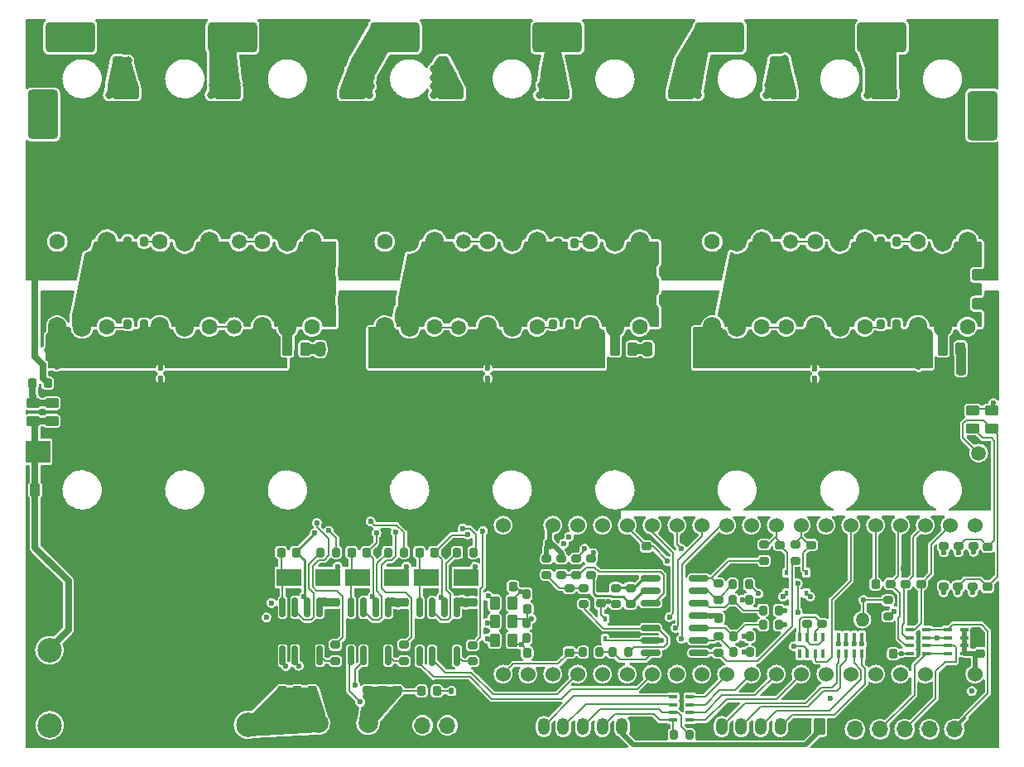
<source format=gbr>
%TF.GenerationSoftware,KiCad,Pcbnew,(6.0.7-1)-1*%
%TF.CreationDate,2023-01-28T14:38:11-05:00*%
%TF.ProjectId,CCC_ESC,4343435f-4553-4432-9e6b-696361645f70,rev?*%
%TF.SameCoordinates,Original*%
%TF.FileFunction,Copper,L1,Top*%
%TF.FilePolarity,Positive*%
%FSLAX46Y46*%
G04 Gerber Fmt 4.6, Leading zero omitted, Abs format (unit mm)*
G04 Created by KiCad (PCBNEW (6.0.7-1)-1) date 2023-01-28 14:38:11*
%MOMM*%
%LPD*%
G01*
G04 APERTURE LIST*
G04 Aperture macros list*
%AMRoundRect*
0 Rectangle with rounded corners*
0 $1 Rounding radius*
0 $2 $3 $4 $5 $6 $7 $8 $9 X,Y pos of 4 corners*
0 Add a 4 corners polygon primitive as box body*
4,1,4,$2,$3,$4,$5,$6,$7,$8,$9,$2,$3,0*
0 Add four circle primitives for the rounded corners*
1,1,$1+$1,$2,$3*
1,1,$1+$1,$4,$5*
1,1,$1+$1,$6,$7*
1,1,$1+$1,$8,$9*
0 Add four rect primitives between the rounded corners*
20,1,$1+$1,$2,$3,$4,$5,0*
20,1,$1+$1,$4,$5,$6,$7,0*
20,1,$1+$1,$6,$7,$8,$9,0*
20,1,$1+$1,$8,$9,$2,$3,0*%
G04 Aperture macros list end*
%TA.AperFunction,SMDPad,CuDef*%
%ADD10RoundRect,0.225000X0.225000X0.250000X-0.225000X0.250000X-0.225000X-0.250000X0.225000X-0.250000X0*%
%TD*%
%TA.AperFunction,SMDPad,CuDef*%
%ADD11RoundRect,0.200000X0.275000X-0.200000X0.275000X0.200000X-0.275000X0.200000X-0.275000X-0.200000X0*%
%TD*%
%TA.AperFunction,SMDPad,CuDef*%
%ADD12RoundRect,0.225000X-0.250000X0.225000X-0.250000X-0.225000X0.250000X-0.225000X0.250000X0.225000X0*%
%TD*%
%TA.AperFunction,SMDPad,CuDef*%
%ADD13RoundRect,0.128750X1.546250X-1.158750X1.546250X1.158750X-1.546250X1.158750X-1.546250X-1.158750X0*%
%TD*%
%TA.AperFunction,SMDPad,CuDef*%
%ADD14R,2.500000X1.800000*%
%TD*%
%TA.AperFunction,SMDPad,CuDef*%
%ADD15C,0.500000*%
%TD*%
%TA.AperFunction,SMDPad,CuDef*%
%ADD16RoundRect,0.250000X0.262500X0.450000X-0.262500X0.450000X-0.262500X-0.450000X0.262500X-0.450000X0*%
%TD*%
%TA.AperFunction,SMDPad,CuDef*%
%ADD17RoundRect,0.300000X1.200000X-2.200000X1.200000X2.200000X-1.200000X2.200000X-1.200000X-2.200000X0*%
%TD*%
%TA.AperFunction,SMDPad,CuDef*%
%ADD18RoundRect,0.250000X0.450000X-0.262500X0.450000X0.262500X-0.450000X0.262500X-0.450000X-0.262500X0*%
%TD*%
%TA.AperFunction,SMDPad,CuDef*%
%ADD19R,0.450000X0.600000*%
%TD*%
%TA.AperFunction,SMDPad,CuDef*%
%ADD20RoundRect,0.250000X1.100000X-0.325000X1.100000X0.325000X-1.100000X0.325000X-1.100000X-0.325000X0*%
%TD*%
%TA.AperFunction,SMDPad,CuDef*%
%ADD21RoundRect,0.300000X2.200000X1.200000X-2.200000X1.200000X-2.200000X-1.200000X2.200000X-1.200000X0*%
%TD*%
%TA.AperFunction,SMDPad,CuDef*%
%ADD22R,0.900000X0.400000*%
%TD*%
%TA.AperFunction,SMDPad,CuDef*%
%ADD23RoundRect,0.200000X0.200000X0.275000X-0.200000X0.275000X-0.200000X-0.275000X0.200000X-0.275000X0*%
%TD*%
%TA.AperFunction,SMDPad,CuDef*%
%ADD24RoundRect,0.250000X0.325000X1.100000X-0.325000X1.100000X-0.325000X-1.100000X0.325000X-1.100000X0*%
%TD*%
%TA.AperFunction,SMDPad,CuDef*%
%ADD25RoundRect,0.128750X0.759717X-1.776632X1.918467X0.230382X-0.759717X1.776632X-1.918467X-0.230382X0*%
%TD*%
%TA.AperFunction,ComponentPad*%
%ADD26C,2.000000*%
%TD*%
%TA.AperFunction,SMDPad,CuDef*%
%ADD27RoundRect,0.200000X-0.200000X-0.275000X0.200000X-0.275000X0.200000X0.275000X-0.200000X0.275000X0*%
%TD*%
%TA.AperFunction,ComponentPad*%
%ADD28C,4.000000*%
%TD*%
%TA.AperFunction,ComponentPad*%
%ADD29C,2.500000*%
%TD*%
%TA.AperFunction,SMDPad,CuDef*%
%ADD30RoundRect,0.250000X-1.100000X0.325000X-1.100000X-0.325000X1.100000X-0.325000X1.100000X0.325000X0*%
%TD*%
%TA.AperFunction,ComponentPad*%
%ADD31C,1.500000*%
%TD*%
%TA.AperFunction,SMDPad,CuDef*%
%ADD32RoundRect,0.200000X-0.275000X0.200000X-0.275000X-0.200000X0.275000X-0.200000X0.275000X0.200000X0*%
%TD*%
%TA.AperFunction,ComponentPad*%
%ADD33R,1.700000X1.700000*%
%TD*%
%TA.AperFunction,ComponentPad*%
%ADD34O,1.700000X1.700000*%
%TD*%
%TA.AperFunction,ComponentPad*%
%ADD35RoundRect,0.250000X0.350000X0.625000X-0.350000X0.625000X-0.350000X-0.625000X0.350000X-0.625000X0*%
%TD*%
%TA.AperFunction,ComponentPad*%
%ADD36O,1.200000X1.750000*%
%TD*%
%TA.AperFunction,SMDPad,CuDef*%
%ADD37RoundRect,0.250000X-0.325000X-1.100000X0.325000X-1.100000X0.325000X1.100000X-0.325000X1.100000X0*%
%TD*%
%TA.AperFunction,ComponentPad*%
%ADD38C,3.000000*%
%TD*%
%TA.AperFunction,SMDPad,CuDef*%
%ADD39RoundRect,0.225000X-0.225000X-0.250000X0.225000X-0.250000X0.225000X0.250000X-0.225000X0.250000X0*%
%TD*%
%TA.AperFunction,SMDPad,CuDef*%
%ADD40RoundRect,0.225000X0.250000X-0.225000X0.250000X0.225000X-0.250000X0.225000X-0.250000X-0.225000X0*%
%TD*%
%TA.AperFunction,SMDPad,CuDef*%
%ADD41RoundRect,0.128750X1.918467X-0.230382X0.759717X1.776632X-1.918467X0.230382X-0.759717X-1.776632X0*%
%TD*%
%TA.AperFunction,SMDPad,CuDef*%
%ADD42RoundRect,0.250000X-0.250000X-0.475000X0.250000X-0.475000X0.250000X0.475000X-0.250000X0.475000X0*%
%TD*%
%TA.AperFunction,SMDPad,CuDef*%
%ADD43R,0.400000X0.900000*%
%TD*%
%TA.AperFunction,ComponentPad*%
%ADD44C,1.600000*%
%TD*%
%TA.AperFunction,SMDPad,CuDef*%
%ADD45RoundRect,0.250000X0.250000X0.475000X-0.250000X0.475000X-0.250000X-0.475000X0.250000X-0.475000X0*%
%TD*%
%TA.AperFunction,SMDPad,CuDef*%
%ADD46RoundRect,0.218750X0.218750X0.256250X-0.218750X0.256250X-0.218750X-0.256250X0.218750X-0.256250X0*%
%TD*%
%TA.AperFunction,SMDPad,CuDef*%
%ADD47R,2.500000X2.300000*%
%TD*%
%TA.AperFunction,SMDPad,CuDef*%
%ADD48RoundRect,0.150000X0.825000X0.150000X-0.825000X0.150000X-0.825000X-0.150000X0.825000X-0.150000X0*%
%TD*%
%TA.AperFunction,ComponentPad*%
%ADD49C,1.400000*%
%TD*%
%TA.AperFunction,ComponentPad*%
%ADD50O,1.400000X1.400000*%
%TD*%
%TA.AperFunction,ComponentPad*%
%ADD51C,1.524000*%
%TD*%
%TA.AperFunction,SMDPad,CuDef*%
%ADD52RoundRect,0.150000X0.150000X-0.825000X0.150000X0.825000X-0.150000X0.825000X-0.150000X-0.825000X0*%
%TD*%
%TA.AperFunction,SMDPad,CuDef*%
%ADD53RoundRect,0.135000X0.135000X0.185000X-0.135000X0.185000X-0.135000X-0.185000X0.135000X-0.185000X0*%
%TD*%
%TA.AperFunction,ComponentPad*%
%ADD54O,1.905000X2.000000*%
%TD*%
%TA.AperFunction,ViaPad*%
%ADD55C,0.600000*%
%TD*%
%TA.AperFunction,ViaPad*%
%ADD56C,0.800000*%
%TD*%
%TA.AperFunction,Conductor*%
%ADD57C,0.200000*%
%TD*%
%TA.AperFunction,Conductor*%
%ADD58C,0.500000*%
%TD*%
%TA.AperFunction,Conductor*%
%ADD59C,0.700000*%
%TD*%
%TA.AperFunction,Conductor*%
%ADD60C,0.250000*%
%TD*%
%TA.AperFunction,Conductor*%
%ADD61C,1.000000*%
%TD*%
G04 APERTURE END LIST*
%TO.C,NT3*%
G36*
X97750000Y-83000000D02*
G01*
X97250000Y-83000000D01*
X97250000Y-82000000D01*
X97750000Y-82000000D01*
X97750000Y-83000000D01*
G37*
%TO.C,NT6*%
G36*
X131200000Y-85000000D02*
G01*
X130700000Y-85000000D01*
X130700000Y-84000000D01*
X131200000Y-84000000D01*
X131200000Y-85000000D01*
G37*
%TO.C,NT2*%
G36*
X64250000Y-85000000D02*
G01*
X63750000Y-85000000D01*
X63750000Y-84000000D01*
X64250000Y-84000000D01*
X64250000Y-85000000D01*
G37*
%TO.C,NT1*%
G36*
X64250000Y-83000000D02*
G01*
X63750000Y-83000000D01*
X63750000Y-82000000D01*
X64250000Y-82000000D01*
X64250000Y-83000000D01*
G37*
%TO.C,NT4*%
G36*
X97750000Y-85000000D02*
G01*
X97250000Y-85000000D01*
X97250000Y-84000000D01*
X97750000Y-84000000D01*
X97750000Y-85000000D01*
G37*
%TO.C,NT5*%
G36*
X131200000Y-83000000D02*
G01*
X130700000Y-83000000D01*
X130700000Y-82000000D01*
X131200000Y-82000000D01*
X131200000Y-83000000D01*
G37*
%TD*%
D10*
%TO.P,C7,1*%
%TO.N,V3V3*%
X103775000Y-101028260D03*
%TO.P,C7,2*%
%TO.N,GND*%
X102225000Y-101028260D03*
%TD*%
D11*
%TO.P,R33,1*%
%TO.N,Net-(R30-Pad2)*%
X128969000Y-102653260D03*
%TO.P,R33,2*%
%TO.N,A_SHA_AMP*%
X128969000Y-101003260D03*
%TD*%
D12*
%TO.P,C27,1*%
%TO.N,V12V*%
X88925000Y-106925000D03*
%TO.P,C27,2*%
%TO.N,GND*%
X88925000Y-108475000D03*
%TD*%
D13*
%TO.P,SHA2,1*%
%TO.N,GND*%
X74380000Y-85787500D03*
%TO.P,SHA2,2*%
%TO.N,Net-(NT1-Pad1)*%
X74380000Y-81212500D03*
%TD*%
D14*
%TO.P,D3,1,K*%
%TO.N,Net-(C3-Pad1)*%
X91250000Y-104350000D03*
%TO.P,D3,2,A*%
%TO.N,V12V*%
X95250000Y-104350000D03*
%TD*%
D15*
%TO.P,NT3,1,1*%
%TO.N,Net-(NT3-Pad1)*%
X97500000Y-82000000D03*
%TO.P,NT3,2,2*%
%TO.N,A_SHB_V+*%
X97500000Y-83000000D03*
%TD*%
D16*
%TO.P,R7,1*%
%TO.N,A_PHB_VSENSE*%
X100019000Y-108878260D03*
%TO.P,R7,2*%
%TO.N,PHASE_B*%
X98194000Y-108878260D03*
%TD*%
D17*
%TO.P,CX1,1*%
%TO.N,VBAT*%
X51995000Y-64495000D03*
%TO.P,CX1,2*%
%TO.N,GND*%
X51995000Y-56995000D03*
%TD*%
D18*
%TO.P,R3,1*%
%TO.N,VSENSE2*%
X149000000Y-89112500D03*
%TO.P,R3,2*%
%TO.N,VBAT*%
X149000000Y-87287500D03*
%TD*%
D19*
%TO.P,D4,1,K*%
%TO.N,VSENSE2*%
X109469000Y-110678260D03*
%TO.P,D4,2,A*%
%TO.N,A_SHC_AMP*%
X109469000Y-108578260D03*
%TD*%
D20*
%TO.P,CX24,1*%
%TO.N,VBAT*%
X93700000Y-57775000D03*
%TO.P,CX24,2*%
%TO.N,GND*%
X93700000Y-54825000D03*
%TD*%
D21*
%TO.P,CX4,1*%
%TO.N,VBAT*%
X95500000Y-49100000D03*
%TO.P,CX4,2*%
%TO.N,GND*%
X88000000Y-49100000D03*
%TD*%
D22*
%TO.P,RN4,1,R1.1*%
%TO.N,V3V3*%
X146219000Y-112128260D03*
%TO.P,RN4,2,R2.1*%
X146219000Y-111328260D03*
%TO.P,RN4,3,R3.1*%
X146219000Y-110528260D03*
%TO.P,RN4,4,R4.1*%
X146219000Y-109728260D03*
%TO.P,RN4,5,R4.2*%
%TO.N,Net-(J3-Pad2)*%
X144519000Y-109728260D03*
%TO.P,RN4,6,R3.2*%
%TO.N,Net-(J3-Pad3)*%
X144519000Y-110528260D03*
%TO.P,RN4,7,R2.2*%
%TO.N,Net-(J3-Pad4)*%
X144519000Y-111328260D03*
%TO.P,RN4,8,R1.2*%
%TO.N,Net-(J3-Pad5)*%
X144519000Y-112128260D03*
%TD*%
D23*
%TO.P,R36,1*%
%TO.N,Net-(R29-Pad2)*%
X108894000Y-112028260D03*
%TO.P,R36,2*%
%TO.N,A_OVERLIMIT*%
X107244000Y-112028260D03*
%TD*%
D12*
%TO.P,C23,1*%
%TO.N,A_SHB_AMP*%
X127369000Y-101053260D03*
%TO.P,C23,2*%
%TO.N,GND*%
X127369000Y-102603260D03*
%TD*%
D24*
%TO.P,CX19,1*%
%TO.N,VBAT*%
X73075000Y-52400000D03*
%TO.P,CX19,2*%
%TO.N,GND*%
X70125000Y-52400000D03*
%TD*%
D25*
%TO.P,SHC1,1*%
%TO.N,GND*%
X138538929Y-85221033D03*
%TO.P,SHC1,2*%
%TO.N,Net-(NT5-Pad1)*%
X140826429Y-81258967D03*
%TD*%
D17*
%TO.P,CX8,1*%
%TO.N,VBAT*%
X148095000Y-64595000D03*
%TO.P,CX8,2*%
%TO.N,GND*%
X148095000Y-57095000D03*
%TD*%
D26*
%TO.P,TpGND3,1,1*%
%TO.N,GND*%
X79000000Y-85000000D03*
%TD*%
D12*
%TO.P,C19,1*%
%TO.N,VSENSE*%
X148650000Y-101225000D03*
%TO.P,C19,2*%
%TO.N,GND*%
X148650000Y-102775000D03*
%TD*%
D27*
%TO.P,R20,1*%
%TO.N,Net-(R20-Pad1)*%
X122644000Y-112028260D03*
%TO.P,R20,2*%
%TO.N,A_SHA_V-*%
X124294000Y-112028260D03*
%TD*%
%TO.P,R23,1*%
%TO.N,Net-(R23-Pad1)*%
X122550000Y-105075000D03*
%TO.P,R23,2*%
%TO.N,A_SHB_V-*%
X124200000Y-105075000D03*
%TD*%
D28*
%TO.P,PH9,1,1*%
%TO.N,PHASE_C*%
X144400000Y-74500000D03*
%TD*%
D29*
%TO.P,U6,1,VIN*%
%TO.N,Net-(C5-Pad1)*%
X52654000Y-111813260D03*
%TO.P,U6,2,GND_IN*%
%TO.N,GND*%
X52654000Y-106733260D03*
%TO.P,U6,3,GND_OUT*%
X72974000Y-99113260D03*
%TO.P,U6,4,VOUT*%
%TO.N,V12V*%
X72974000Y-119433260D03*
%TD*%
D13*
%TO.P,SHB1,1*%
%TO.N,GND*%
X107780000Y-85787500D03*
%TO.P,SHB1,2*%
%TO.N,Net-(NT3-Pad1)*%
X107780000Y-81212500D03*
%TD*%
D20*
%TO.P,CX26,1*%
%TO.N,VBAT*%
X104500000Y-57775000D03*
%TO.P,CX26,2*%
%TO.N,GND*%
X104500000Y-54825000D03*
%TD*%
D23*
%TO.P,RG1,1*%
%TO.N,/AU_GATESIG*%
X82000000Y-101800000D03*
%TO.P,RG1,2*%
%TO.N,Net-(RG1-Pad2)*%
X80350000Y-101800000D03*
%TD*%
D30*
%TO.P,CX13,1*%
%TO.N,VBAT*%
X83500000Y-73075000D03*
%TO.P,CX13,2*%
%TO.N,GND*%
X83500000Y-76025000D03*
%TD*%
D28*
%TO.P,PH4,1,1*%
%TO.N,PHASE_B*%
X90800000Y-74500000D03*
%TD*%
D13*
%TO.P,SHB2,1*%
%TO.N,GND*%
X97480000Y-85787500D03*
%TO.P,SHB2,2*%
%TO.N,Net-(NT3-Pad1)*%
X97480000Y-81212500D03*
%TD*%
D16*
%TO.P,RS3,1*%
%TO.N,Net-(CS3-Pad2)*%
X145842500Y-81000000D03*
%TO.P,RS3,2*%
%TO.N,PHASE_C*%
X144017500Y-81000000D03*
%TD*%
D11*
%TO.P,R17,1*%
%TO.N,GND*%
X105819000Y-107103260D03*
%TO.P,R17,2*%
%TO.N,Net-(R16-Pad1)*%
X105819000Y-105453260D03*
%TD*%
D31*
%TO.P,TpGS1,1,1*%
%TO.N,/AU_GATESIG*%
X72050000Y-70000000D03*
%TD*%
D32*
%TO.P,R35,1*%
%TO.N,Net-(R32-Pad2)*%
X110570000Y-105445000D03*
%TO.P,R35,2*%
%TO.N,A_SHC_AMP*%
X110570000Y-107095000D03*
%TD*%
D33*
%TO.P,J1,1,Pin_1*%
%TO.N,GND*%
X95900000Y-119500000D03*
D34*
%TO.P,J1,2,Pin_2*%
%TO.N,Net-(J1-Pad2)*%
X93360000Y-119500000D03*
%TO.P,J1,3,Pin_3*%
%TO.N,V5V*%
X90820000Y-119500000D03*
%TD*%
D10*
%TO.P,C31,1*%
%TO.N,A_PHC_VSENSE*%
X100081500Y-105278260D03*
%TO.P,C31,2*%
%TO.N,GND*%
X98531500Y-105278260D03*
%TD*%
D35*
%TO.P,J4,1,Pin_1*%
%TO.N,GND*%
X113219000Y-119628260D03*
D36*
%TO.P,J4,2,Pin_2*%
%TO.N,Vaux*%
X111219000Y-119628260D03*
%TO.P,J4,3,Pin_3*%
%TO.N,PB5 MOSI TIM3 CH2*%
X109219000Y-119628260D03*
%TO.P,J4,4,Pin_4*%
%TO.N,PB4 MISO TIM3 CH1*%
X107219000Y-119628260D03*
%TO.P,J4,5,Pin_5*%
%TO.N,PB3 SCK TIM2CH2*%
X105219000Y-119628260D03*
%TO.P,J4,6,Pin_6*%
%TO.N,PA15 TIM2 CH1*%
X103219000Y-119628260D03*
%TD*%
D37*
%TO.P,CX21,1*%
%TO.N,VBAT*%
X81525000Y-52400000D03*
%TO.P,CX21,2*%
%TO.N,GND*%
X84475000Y-52400000D03*
%TD*%
D11*
%TO.P,R27,1*%
%TO.N,Net-(R27-Pad1)*%
X107319000Y-107103260D03*
%TO.P,R27,2*%
%TO.N,Net-(R16-Pad1)*%
X107319000Y-105453260D03*
%TD*%
%TO.P,R32,1*%
%TO.N,Net-(R26-Pad1)*%
X112080000Y-107095000D03*
%TO.P,R32,2*%
%TO.N,Net-(R32-Pad2)*%
X112080000Y-105445000D03*
%TD*%
D13*
%TO.P,SHC3,1*%
%TO.N,GND*%
X130930000Y-85800000D03*
%TO.P,SHC3,2*%
%TO.N,Net-(NT5-Pad1)*%
X130930000Y-81225000D03*
%TD*%
D21*
%TO.P,CX5,1*%
%TO.N,VBAT*%
X112100000Y-49100000D03*
%TO.P,CX5,2*%
%TO.N,GND*%
X104600000Y-49100000D03*
%TD*%
D27*
%TO.P,R22,1*%
%TO.N,Net-(R21-Pad1)*%
X122544000Y-106628260D03*
%TO.P,R22,2*%
%TO.N,A_SHB_V+*%
X124194000Y-106628260D03*
%TD*%
D21*
%TO.P,CX7,1*%
%TO.N,VBAT*%
X145300000Y-49100000D03*
%TO.P,CX7,2*%
%TO.N,GND*%
X137800000Y-49100000D03*
%TD*%
D11*
%TO.P,R40,1*%
%TO.N,GND*%
X147100000Y-106925000D03*
%TO.P,R40,2*%
%TO.N,Net-(JP5-Pad1)*%
X147100000Y-105275000D03*
%TD*%
D38*
%TO.P,TpGND4,1,1*%
%TO.N,GND*%
X72569000Y-106778260D03*
%TD*%
D39*
%TO.P,C29,1*%
%TO.N,A_PHA_VSENSE*%
X101531500Y-112078260D03*
%TO.P,C29,2*%
%TO.N,GND*%
X103081500Y-112078260D03*
%TD*%
D18*
%TO.P,R14,1*%
%TO.N,VSENSE*%
X147100000Y-89112500D03*
%TO.P,R14,2*%
%TO.N,VBAT*%
X147100000Y-87287500D03*
%TD*%
D22*
%TO.P,RN2,1,R1.1*%
%TO.N,Net-(RN2-Pad1)*%
X118169000Y-118978260D03*
%TO.P,RN2,2,R2.1*%
%TO.N,Net-(RN2-Pad2)*%
X118169000Y-118178260D03*
%TO.P,RN2,3,R3.1*%
%TO.N,Net-(RN2-Pad3)*%
X118169000Y-117378260D03*
%TO.P,RN2,4,R4.1*%
%TO.N,Net-(RN2-Pad4)*%
X118169000Y-116578260D03*
%TO.P,RN2,5,R4.2*%
%TO.N,PA15 TIM2 CH1*%
X116469000Y-116578260D03*
%TO.P,RN2,6,R3.2*%
%TO.N,PB3 SCK TIM2CH2*%
X116469000Y-117378260D03*
%TO.P,RN2,7,R2.2*%
%TO.N,PB4 MISO TIM3 CH1*%
X116469000Y-118178260D03*
%TO.P,RN2,8,R1.2*%
%TO.N,PB5 MOSI TIM3 CH2*%
X116469000Y-118978260D03*
%TD*%
D40*
%TO.P,C6,1*%
%TO.N,V3V3*%
X147869000Y-112153260D03*
%TO.P,C6,2*%
%TO.N,GND*%
X147869000Y-110603260D03*
%TD*%
D14*
%TO.P,D2,1,K*%
%TO.N,Net-(C2-Pad1)*%
X84200000Y-104350000D03*
%TO.P,D2,2,A*%
%TO.N,V12V*%
X88200000Y-104350000D03*
%TD*%
D23*
%TO.P,R29,1*%
%TO.N,Net-(R27-Pad1)*%
X111894000Y-112028260D03*
%TO.P,R29,2*%
%TO.N,Net-(R29-Pad2)*%
X110244000Y-112028260D03*
%TD*%
D11*
%TO.P,R34,1*%
%TO.N,Net-(R31-Pad2)*%
X125769000Y-102653260D03*
%TO.P,R34,2*%
%TO.N,A_SHB_AMP*%
X125769000Y-101003260D03*
%TD*%
%TO.P,R37,1*%
%TO.N,GND*%
X144150000Y-102825000D03*
%TO.P,R37,2*%
%TO.N,Net-(JP4-Pad3)*%
X144150000Y-101175000D03*
%TD*%
D41*
%TO.P,SHA1,1*%
%TO.N,GND*%
X56426429Y-85191033D03*
%TO.P,SHA1,2*%
%TO.N,Net-(NT1-Pad1)*%
X54138929Y-81228967D03*
%TD*%
D12*
%TO.P,C18,1*%
%TO.N,FET_TEMP*%
X113719000Y-101203260D03*
%TO.P,C18,2*%
%TO.N,GND*%
X113719000Y-102753260D03*
%TD*%
D42*
%TO.P,CS3,1*%
%TO.N,GND*%
X143990000Y-82970000D03*
%TO.P,CS3,2*%
%TO.N,Net-(CS3-Pad2)*%
X145890000Y-82970000D03*
%TD*%
D15*
%TO.P,NT6,1,1*%
%TO.N,GND*%
X130950000Y-85000000D03*
%TO.P,NT6,2,2*%
%TO.N,A_SHC_V-*%
X130950000Y-84000000D03*
%TD*%
D23*
%TO.P,R48,1*%
%TO.N,Net-(NT1-Pad1)*%
X62325000Y-78500000D03*
%TO.P,R48,2*%
%TO.N,/AL_GATESIG*%
X60675000Y-78500000D03*
%TD*%
D40*
%TO.P,C10,1*%
%TO.N,V5V*%
X85200000Y-115925000D03*
%TO.P,C10,2*%
%TO.N,GND*%
X85200000Y-114375000D03*
%TD*%
D43*
%TO.P,RN3,1,R1.1*%
%TO.N,Net-(RN3-Pad1)*%
X135769000Y-110478260D03*
%TO.P,RN3,2,R2.1*%
%TO.N,Net-(RN3-Pad2)*%
X134969000Y-110478260D03*
%TO.P,RN3,3,R3.1*%
%TO.N,Net-(RN3-Pad3)*%
X134169000Y-110478260D03*
%TO.P,RN3,4,R4.1*%
%TO.N,Net-(RN3-Pad4)*%
X133369000Y-110478260D03*
%TO.P,RN3,5,R4.2*%
%TO.N,PB6 D_UART1_TX I2C1_SCL TIM4_CH1*%
X133369000Y-112178260D03*
%TO.P,RN3,6,R3.2*%
%TO.N,PB7 D_UART1_RX I2C1_SDA TIM4_CH2*%
X134169000Y-112178260D03*
%TO.P,RN3,7,R2.2*%
%TO.N,PB8 DI2C1_SCL TIM4_CH3*%
X134969000Y-112178260D03*
%TO.P,RN3,8,R1.2*%
%TO.N,PB9 DI2C1_SDA TIM4_CH4*%
X135769000Y-112178260D03*
%TD*%
D23*
%TO.P,R50,1*%
%TO.N,Net-(NT3-Pad1)*%
X105825000Y-78500000D03*
%TO.P,R50,2*%
%TO.N,/BL_GATESIG*%
X104175000Y-78500000D03*
%TD*%
D44*
%TO.P,TpGS6,1,1*%
%TO.N,/CL_GATESIG*%
X128000000Y-78750000D03*
%TD*%
D11*
%TO.P,R16,1*%
%TO.N,Net-(R16-Pad1)*%
X103519000Y-104103260D03*
%TO.P,R16,2*%
%TO.N,V3V3*%
X103519000Y-102453260D03*
%TD*%
D28*
%TO.P,PH5,1,1*%
%TO.N,PHASE_B*%
X112250000Y-74450000D03*
%TD*%
D11*
%TO.P,R25,1*%
%TO.N,Net-(R24-Pad1)*%
X106519000Y-104103260D03*
%TO.P,R25,2*%
%TO.N,A_SHC_V+*%
X106519000Y-102453260D03*
%TD*%
D19*
%TO.P,D5,1,K*%
%TO.N,VSENSE2*%
X128069000Y-105978260D03*
%TO.P,D5,2,A*%
%TO.N,A_SHB_AMP*%
X128069000Y-103878260D03*
%TD*%
D11*
%TO.P,R24,1*%
%TO.N,Net-(R24-Pad1)*%
X105019000Y-104103260D03*
%TO.P,R24,2*%
%TO.N,V3V3*%
X105019000Y-102453260D03*
%TD*%
D16*
%TO.P,R5,1*%
%TO.N,A_PHA_VSENSE*%
X100019000Y-110778260D03*
%TO.P,R5,2*%
%TO.N,PHASE_A*%
X98194000Y-110778260D03*
%TD*%
D20*
%TO.P,CX28,1*%
%TO.N,VBAT*%
X117300000Y-57775000D03*
%TO.P,CX28,2*%
%TO.N,GND*%
X117300000Y-54825000D03*
%TD*%
D15*
%TO.P,NT2,1,1*%
%TO.N,GND*%
X64000000Y-85000000D03*
%TO.P,NT2,2,2*%
%TO.N,A_SHA_V-*%
X64000000Y-84000000D03*
%TD*%
D11*
%TO.P,R28,1*%
%TO.N,Net-(R28-Pad1)*%
X131669000Y-109115760D03*
%TO.P,R28,2*%
%TO.N,GND*%
X131669000Y-107465760D03*
%TD*%
D22*
%TO.P,RN1,1,R1.1*%
%TO.N,HALL_A*%
X140669000Y-109728260D03*
%TO.P,RN1,2,R2.1*%
%TO.N,HALL_B*%
X140669000Y-110528260D03*
%TO.P,RN1,3,R3.1*%
%TO.N,HALL_C*%
X140669000Y-111328260D03*
%TO.P,RN1,4,R4.1*%
%TO.N,MOTOR_TEMP*%
X140669000Y-112128260D03*
%TO.P,RN1,5,R4.2*%
%TO.N,Net-(J3-Pad5)*%
X142369000Y-112128260D03*
%TO.P,RN1,6,R3.2*%
%TO.N,Net-(J3-Pad4)*%
X142369000Y-111328260D03*
%TO.P,RN1,7,R2.2*%
%TO.N,Net-(J3-Pad3)*%
X142369000Y-110528260D03*
%TO.P,RN1,8,R1.2*%
%TO.N,Net-(J3-Pad2)*%
X142369000Y-109728260D03*
%TD*%
D11*
%TO.P,R31,1*%
%TO.N,Net-(R23-Pad1)*%
X121069000Y-106653260D03*
%TO.P,R31,2*%
%TO.N,Net-(R31-Pad2)*%
X121069000Y-105003260D03*
%TD*%
D40*
%TO.P,C15,1*%
%TO.N,HALL_B*%
X140250000Y-105025000D03*
%TO.P,C15,2*%
%TO.N,GND*%
X140250000Y-103475000D03*
%TD*%
D13*
%TO.P,SHA3,1*%
%TO.N,GND*%
X63980000Y-85787500D03*
%TO.P,SHA3,2*%
%TO.N,Net-(NT1-Pad1)*%
X63980000Y-81212500D03*
%TD*%
D30*
%TO.P,CX14,1*%
%TO.N,VBAT*%
X119600000Y-73025000D03*
%TO.P,CX14,2*%
%TO.N,GND*%
X119600000Y-75975000D03*
%TD*%
D45*
%TO.P,CS1,1*%
%TO.N,GND*%
X82250000Y-81000000D03*
%TO.P,CS1,2*%
%TO.N,Net-(CS1-Pad2)*%
X80350000Y-81000000D03*
%TD*%
D26*
%TO.P,TpGND2,1,1*%
%TO.N,GND*%
X83250000Y-95800000D03*
%TD*%
D27*
%TO.P,R19,1*%
%TO.N,Net-(R18-Pad1)*%
X122644000Y-110428260D03*
%TO.P,R19,2*%
%TO.N,A_SHA_V+*%
X124294000Y-110428260D03*
%TD*%
D20*
%TO.P,CX30,1*%
%TO.N,VBAT*%
X127700000Y-57775000D03*
%TO.P,CX30,2*%
%TO.N,GND*%
X127700000Y-54825000D03*
%TD*%
D23*
%TO.P,R6,1*%
%TO.N,GND*%
X103131500Y-110578260D03*
%TO.P,R6,2*%
%TO.N,A_PHA_VSENSE*%
X101481500Y-110578260D03*
%TD*%
D40*
%TO.P,C14,1*%
%TO.N,HALL_C*%
X138700000Y-105025000D03*
%TO.P,C14,2*%
%TO.N,GND*%
X138700000Y-103475000D03*
%TD*%
D32*
%TO.P,RG6,1*%
%TO.N,/CL_GATESIG*%
X95950000Y-111300000D03*
%TO.P,RG6,2*%
%TO.N,Net-(RG6-Pad2)*%
X95950000Y-112950000D03*
%TD*%
D39*
%TO.P,C20,1*%
%TO.N,V3V3*%
X121094000Y-108528260D03*
%TO.P,C20,2*%
%TO.N,GND*%
X122644000Y-108528260D03*
%TD*%
D28*
%TO.P,PH8,1,1*%
%TO.N,PHASE_C*%
X123800000Y-74500000D03*
%TD*%
D23*
%TO.P,R52,1*%
%TO.N,Net-(NT5-Pad1)*%
X139325000Y-78500000D03*
%TO.P,R52,2*%
%TO.N,/CL_GATESIG*%
X137675000Y-78500000D03*
%TD*%
D35*
%TO.P,J2,1,Pin_1*%
%TO.N,Vaux*%
X131419000Y-119628260D03*
D36*
%TO.P,J2,2,Pin_2*%
%TO.N,GND*%
X129419000Y-119628260D03*
%TO.P,J2,3,Pin_3*%
%TO.N,PB9 DI2C1_SDA TIM4_CH4*%
X127419000Y-119628260D03*
%TO.P,J2,4,Pin_4*%
%TO.N,PB8 DI2C1_SCL TIM4_CH3*%
X125419000Y-119628260D03*
%TO.P,J2,5,Pin_5*%
%TO.N,PB7 D_UART1_RX I2C1_SDA TIM4_CH2*%
X123419000Y-119628260D03*
%TO.P,J2,6,Pin_6*%
%TO.N,PB6 D_UART1_TX I2C1_SCL TIM4_CH1*%
X121419000Y-119628260D03*
%TD*%
D10*
%TO.P,C17,1*%
%TO.N,MOTOR_TEMP*%
X138975000Y-112200000D03*
%TO.P,C17,2*%
%TO.N,GND*%
X137425000Y-112200000D03*
%TD*%
D12*
%TO.P,C26,1*%
%TO.N,V12V*%
X81919000Y-106925000D03*
%TO.P,C26,2*%
%TO.N,GND*%
X81919000Y-108475000D03*
%TD*%
D39*
%TO.P,C30,1*%
%TO.N,A_PHB_VSENSE*%
X101531500Y-107578260D03*
%TO.P,C30,2*%
%TO.N,GND*%
X103081500Y-107578260D03*
%TD*%
D15*
%TO.P,NT1,1,1*%
%TO.N,Net-(NT1-Pad1)*%
X64000000Y-82000000D03*
%TO.P,NT1,2,2*%
%TO.N,A_SHA_V+*%
X64000000Y-83000000D03*
%TD*%
D26*
%TO.P,U7,1,VIN*%
%TO.N,V12V*%
X80164000Y-119295000D03*
%TO.P,U7,2,GND*%
%TO.N,GND*%
X82704000Y-119295000D03*
%TO.P,U7,3,VOUT*%
%TO.N,V5V*%
X85244000Y-119295000D03*
%TD*%
D40*
%TO.P,C24,1*%
%TO.N,A_SHC_AMP*%
X109070000Y-107045000D03*
%TO.P,C24,2*%
%TO.N,GND*%
X109070000Y-105495000D03*
%TD*%
D11*
%TO.P,R15,1*%
%TO.N,GND*%
X145650000Y-102825000D03*
%TO.P,R15,2*%
%TO.N,VSENSE*%
X145650000Y-101175000D03*
%TD*%
D46*
%TO.P,F1,1*%
%TO.N,VBAT*%
X52487500Y-84500000D03*
%TO.P,F1,2*%
%TO.N,Net-(F1-Pad2)*%
X50912500Y-84500000D03*
%TD*%
D20*
%TO.P,CX22,1*%
%TO.N,VBAT*%
X83700000Y-57775000D03*
%TO.P,CX22,2*%
%TO.N,GND*%
X83700000Y-54825000D03*
%TD*%
D32*
%TO.P,R30,1*%
%TO.N,Net-(R20-Pad1)*%
X121069000Y-110403260D03*
%TO.P,R30,2*%
%TO.N,Net-(R30-Pad2)*%
X121069000Y-112053260D03*
%TD*%
D47*
%TO.P,D7,1,A1*%
%TO.N,Net-(C5-Pad1)*%
X51500000Y-91500000D03*
%TO.P,D7,2,A2*%
%TO.N,GND*%
X55800000Y-91500000D03*
%TD*%
D40*
%TO.P,C25,1*%
%TO.N,A_OVERLIMIT*%
X105819000Y-112053260D03*
%TO.P,C25,2*%
%TO.N,GND*%
X105819000Y-110503260D03*
%TD*%
D28*
%TO.P,PH3,1,1*%
%TO.N,PHASE_A*%
X68350000Y-74550000D03*
%TD*%
D32*
%TO.P,R9,1*%
%TO.N,GND*%
X130169000Y-107465760D03*
%TO.P,R9,2*%
%TO.N,Net-(R9-Pad2)*%
X130169000Y-109115760D03*
%TD*%
D39*
%TO.P,C3,1*%
%TO.N,Net-(C3-Pad1)*%
X90500000Y-101800000D03*
%TO.P,C3,2*%
%TO.N,PHASE_C*%
X92050000Y-101800000D03*
%TD*%
D24*
%TO.P,CX31,1*%
%TO.N,VBAT*%
X140175000Y-52400000D03*
%TO.P,CX31,2*%
%TO.N,GND*%
X137225000Y-52400000D03*
%TD*%
D11*
%TO.P,R38,1*%
%TO.N,GND*%
X147150000Y-102825000D03*
%TO.P,R38,2*%
%TO.N,Net-(JP4-Pad1)*%
X147150000Y-101175000D03*
%TD*%
D32*
%TO.P,RG4,1*%
%TO.N,/BL_GATESIG*%
X88925000Y-111275000D03*
%TO.P,RG4,2*%
%TO.N,Net-(RG4-Pad2)*%
X88925000Y-112925000D03*
%TD*%
D27*
%TO.P,R21,1*%
%TO.N,Net-(R21-Pad1)*%
X125644000Y-107728260D03*
%TO.P,R21,2*%
%TO.N,V3V3*%
X127294000Y-107728260D03*
%TD*%
D21*
%TO.P,CX6,1*%
%TO.N,VBAT*%
X128700000Y-49100000D03*
%TO.P,CX6,2*%
%TO.N,GND*%
X121200000Y-49100000D03*
%TD*%
D19*
%TO.P,D6,1,K*%
%TO.N,VSENSE2*%
X130069000Y-105978260D03*
%TO.P,D6,2,A*%
%TO.N,A_SHA_AMP*%
X130069000Y-103878260D03*
%TD*%
D28*
%TO.P,PH2,1,1*%
%TO.N,PHASE_A*%
X57800000Y-74500000D03*
%TD*%
D30*
%TO.P,CX12,1*%
%TO.N,VBAT*%
X86750000Y-73075000D03*
%TO.P,CX12,2*%
%TO.N,GND*%
X86750000Y-76025000D03*
%TD*%
D28*
%TO.P,PH1,1,1*%
%TO.N,PHASE_A*%
X79250000Y-74500000D03*
%TD*%
D40*
%TO.P,C8,1*%
%TO.N,V5V*%
X86725000Y-115925000D03*
%TO.P,C8,2*%
%TO.N,GND*%
X86725000Y-114375000D03*
%TD*%
D28*
%TO.P,PH6,1,1*%
%TO.N,PHASE_B*%
X101250000Y-74500000D03*
%TD*%
D30*
%TO.P,CX15,1*%
%TO.N,VBAT*%
X116350000Y-73025000D03*
%TO.P,CX15,2*%
%TO.N,GND*%
X116350000Y-75975000D03*
%TD*%
D23*
%TO.P,RG3,1*%
%TO.N,/BU_GATESIG*%
X88925000Y-101800000D03*
%TO.P,RG3,2*%
%TO.N,Net-(RG3-Pad2)*%
X87275000Y-101800000D03*
%TD*%
D39*
%TO.P,C1,1*%
%TO.N,Net-(C1-Pad1)*%
X76350000Y-101800000D03*
%TO.P,C1,2*%
%TO.N,PHASE_A*%
X77900000Y-101800000D03*
%TD*%
D40*
%TO.P,C12,1*%
%TO.N,V12V*%
X79500000Y-115925000D03*
%TO.P,C12,2*%
%TO.N,GND*%
X79500000Y-114375000D03*
%TD*%
D31*
%TO.P,TpVS1,1,1*%
%TO.N,VSENSE2*%
X147700000Y-91650000D03*
%TD*%
D16*
%TO.P,RS1,1*%
%TO.N,Net-(CS1-Pad2)*%
X78812500Y-81000000D03*
%TO.P,RS1,2*%
%TO.N,PHASE_A*%
X76987500Y-81000000D03*
%TD*%
D27*
%TO.P,R49,1*%
%TO.N,PHASE_B*%
X104675000Y-70200000D03*
%TO.P,R49,2*%
%TO.N,/BU_GATESIG*%
X106325000Y-70200000D03*
%TD*%
D39*
%TO.P,C2,1*%
%TO.N,Net-(C2-Pad1)*%
X83575000Y-101800000D03*
%TO.P,C2,2*%
%TO.N,PHASE_B*%
X85125000Y-101800000D03*
%TD*%
D11*
%TO.P,R26,1*%
%TO.N,Net-(R26-Pad1)*%
X108019000Y-104115000D03*
%TO.P,R26,2*%
%TO.N,A_SHC_V-*%
X108019000Y-102465000D03*
%TD*%
D24*
%TO.P,CX25,1*%
%TO.N,VBAT*%
X106675000Y-52400000D03*
%TO.P,CX25,2*%
%TO.N,GND*%
X103725000Y-52400000D03*
%TD*%
D31*
%TO.P,TpGS4,1,1*%
%TO.N,/BL_GATESIG*%
X94500000Y-78800000D03*
%TD*%
D12*
%TO.P,C22,1*%
%TO.N,A_SHA_AMP*%
X130569000Y-101053260D03*
%TO.P,C22,2*%
%TO.N,GND*%
X130569000Y-102603260D03*
%TD*%
D42*
%TO.P,C5,1*%
%TO.N,Net-(C5-Pad1)*%
X51200000Y-95400000D03*
%TO.P,C5,2*%
%TO.N,GND*%
X53100000Y-95400000D03*
%TD*%
D15*
%TO.P,NT4,1,1*%
%TO.N,GND*%
X97500000Y-85000000D03*
%TO.P,NT4,2,2*%
%TO.N,A_SHB_V-*%
X97500000Y-84000000D03*
%TD*%
D28*
%TO.P,PH7,1,1*%
%TO.N,PHASE_C*%
X134300000Y-74500000D03*
%TD*%
D48*
%TO.P,U4,1*%
%TO.N,Net-(R30-Pad2)*%
X119094000Y-112088260D03*
%TO.P,U4,2,-*%
%TO.N,Net-(R20-Pad1)*%
X119094000Y-110818260D03*
%TO.P,U4,3,+*%
%TO.N,Net-(R18-Pad1)*%
X119094000Y-109548260D03*
%TO.P,U4,4,V+*%
%TO.N,V3V3*%
X119094000Y-108278260D03*
%TO.P,U4,5,+*%
%TO.N,Net-(R21-Pad1)*%
X119094000Y-107008260D03*
%TO.P,U4,6,-*%
%TO.N,Net-(R23-Pad1)*%
X119094000Y-105738260D03*
%TO.P,U4,7*%
%TO.N,Net-(R31-Pad2)*%
X119094000Y-104468260D03*
%TO.P,U4,8*%
%TO.N,Net-(R32-Pad2)*%
X114144000Y-104468260D03*
%TO.P,U4,9,-*%
%TO.N,Net-(R26-Pad1)*%
X114144000Y-105738260D03*
%TO.P,U4,10,+*%
%TO.N,Net-(R24-Pad1)*%
X114144000Y-107008260D03*
%TO.P,U4,11,V-*%
%TO.N,GND*%
X114144000Y-108278260D03*
%TO.P,U4,12,+*%
%TO.N,Net-(R27-Pad1)*%
X114144000Y-109548260D03*
%TO.P,U4,13,-*%
%TO.N,VSENSE2*%
X114144000Y-110818260D03*
%TO.P,U4,14*%
%TO.N,Net-(R29-Pad2)*%
X114144000Y-112088260D03*
%TD*%
D11*
%TO.P,R39,1*%
%TO.N,GND*%
X144100000Y-106925000D03*
%TO.P,R39,2*%
%TO.N,Net-(JP5-Pad3)*%
X144100000Y-105275000D03*
%TD*%
D23*
%TO.P,R11,1*%
%TO.N,GND*%
X103131500Y-106078260D03*
%TO.P,R11,2*%
%TO.N,A_PHC_VSENSE*%
X101481500Y-106078260D03*
%TD*%
D24*
%TO.P,CX17,1*%
%TO.N,VBAT*%
X62675000Y-52400000D03*
%TO.P,CX17,2*%
%TO.N,GND*%
X59725000Y-52400000D03*
%TD*%
D46*
%TO.P,D9,1,K*%
%TO.N,Net-(D9-Pad1)*%
X92287500Y-116000000D03*
%TO.P,D9,2,A*%
%TO.N,V5V*%
X90712500Y-116000000D03*
%TD*%
D40*
%TO.P,C13,1*%
%TO.N,V12V*%
X77975000Y-115925000D03*
%TO.P,C13,2*%
%TO.N,GND*%
X77975000Y-114375000D03*
%TD*%
D24*
%TO.P,CX23,1*%
%TO.N,VBAT*%
X95875000Y-52400000D03*
%TO.P,CX23,2*%
%TO.N,GND*%
X92925000Y-52400000D03*
%TD*%
D21*
%TO.P,CX2,1*%
%TO.N,VBAT*%
X62300000Y-49100000D03*
%TO.P,CX2,2*%
%TO.N,GND*%
X54800000Y-49100000D03*
%TD*%
%TO.P,CX3,1*%
%TO.N,VBAT*%
X78895000Y-49100000D03*
%TO.P,CX3,2*%
%TO.N,GND*%
X71395000Y-49100000D03*
%TD*%
D27*
%TO.P,R18,1*%
%TO.N,Net-(R18-Pad1)*%
X125644000Y-109228260D03*
%TO.P,R18,2*%
%TO.N,V3V3*%
X127294000Y-109228260D03*
%TD*%
D11*
%TO.P,R4,1*%
%TO.N,GND*%
X145600000Y-106925000D03*
%TO.P,R4,2*%
%TO.N,VSENSE2*%
X145600000Y-105275000D03*
%TD*%
D23*
%TO.P,RG5,1*%
%TO.N,/CU_GATESIG*%
X96025000Y-101800000D03*
%TO.P,RG5,2*%
%TO.N,Net-(RG5-Pad2)*%
X94375000Y-101800000D03*
%TD*%
D12*
%TO.P,C28,1*%
%TO.N,V12V*%
X95950000Y-106925000D03*
%TO.P,C28,2*%
%TO.N,GND*%
X95950000Y-108475000D03*
%TD*%
D40*
%TO.P,C11,1*%
%TO.N,V12V*%
X76450000Y-115925000D03*
%TO.P,C11,2*%
%TO.N,GND*%
X76450000Y-114375000D03*
%TD*%
%TO.P,C16,1*%
%TO.N,HALL_A*%
X141800000Y-105025000D03*
%TO.P,C16,2*%
%TO.N,GND*%
X141800000Y-103475000D03*
%TD*%
D14*
%TO.P,D1,1,K*%
%TO.N,Net-(C1-Pad1)*%
X77150000Y-104350000D03*
%TO.P,D1,2,A*%
%TO.N,V12V*%
X81150000Y-104350000D03*
%TD*%
D32*
%TO.P,RG2,1*%
%TO.N,/AL_GATESIG*%
X81919000Y-111275000D03*
%TO.P,RG2,2*%
%TO.N,Net-(RG2-Pad2)*%
X81919000Y-112925000D03*
%TD*%
D30*
%TO.P,CX11,1*%
%TO.N,VBAT*%
X53400000Y-73025000D03*
%TO.P,CX11,2*%
%TO.N,GND*%
X53400000Y-75975000D03*
%TD*%
D49*
%TO.P,NTC1,1,Pin_1*%
%TO.N,GND*%
X133914000Y-108678260D03*
D50*
%TO.P,NTC1,2,Pin_2*%
%TO.N,FET_TEMP*%
X135814000Y-108678260D03*
%TD*%
D15*
%TO.P,NT5,1,1*%
%TO.N,Net-(NT5-Pad1)*%
X130950000Y-82000000D03*
%TO.P,NT5,2,2*%
%TO.N,A_SHC_V+*%
X130950000Y-83000000D03*
%TD*%
D27*
%TO.P,R47,1*%
%TO.N,PHASE_A*%
X60675000Y-70000000D03*
%TO.P,R47,2*%
%TO.N,/AU_GATESIG*%
X62325000Y-70000000D03*
%TD*%
D51*
%TO.P,U5,1,VBAT*%
%TO.N,unconnected-(U5-Pad1)*%
X147329000Y-99028260D03*
%TO.P,U5,2,PC13*%
%TO.N,HALL_A*%
X144789000Y-99028260D03*
%TO.P,U5,3,PC14*%
%TO.N,HALL_B*%
X142249000Y-99028260D03*
%TO.P,U5,4,PC15*%
%TO.N,HALL_C*%
X139709000Y-99028260D03*
%TO.P,U5,5,NRST*%
%TO.N,Net-(C21-Pad1)*%
X137169000Y-99028260D03*
%TO.P,U5,6,PA0*%
%TO.N,A_THROTTLE*%
X134629000Y-99028260D03*
%TO.P,U5,7,PA1*%
%TO.N,VSENSE*%
X132089000Y-99028260D03*
%TO.P,U5,8,PA2*%
%TO.N,A_SHA_AMP*%
X129549000Y-99028260D03*
%TO.P,U5,9,PA3*%
%TO.N,A_SHB_AMP*%
X127009000Y-99028260D03*
%TO.P,U5,10,PA4*%
%TO.N,A_SHC_AMP*%
X124469000Y-99028260D03*
%TO.P,U5,11,PA5*%
%TO.N,A_PHA_VSENSE*%
X121929000Y-99028260D03*
%TO.P,U5,12,PA6*%
%TO.N,A_PHB_VSENSE*%
X119389000Y-99028260D03*
%TO.P,U5,13,PA7*%
%TO.N,MOTOR_TEMP*%
X116849000Y-99028260D03*
%TO.P,U5,14,PB0*%
%TO.N,A_PHC_VSENSE*%
X114309000Y-99028260D03*
%TO.P,U5,15,PB1*%
%TO.N,FET_TEMP*%
X111769000Y-99028260D03*
%TO.P,U5,16,PB2*%
%TO.N,PB2 D_GPIO*%
X109229000Y-99028260D03*
%TO.P,U5,17,PB10*%
%TO.N,PB10 D_GPIO*%
X106689000Y-99028260D03*
%TO.P,U5,18,3V3*%
%TO.N,V3V3*%
X104149000Y-99028260D03*
%TO.P,U5,19,GND*%
%TO.N,GND*%
X101609000Y-99028260D03*
%TO.P,U5,20,5V*%
%TO.N,unconnected-(U5-Pad20)*%
X99069000Y-99028260D03*
%TO.P,U5,21,PB12*%
%TO.N,A_OVERLIMIT*%
X99069000Y-114268260D03*
%TO.P,U5,22,PB13*%
%TO.N,LIN_A*%
X101609000Y-114268260D03*
%TO.P,U5,23,PB14*%
%TO.N,LIN_B*%
X104149000Y-114268260D03*
%TO.P,U5,24,PB15*%
%TO.N,LIN_C*%
X106689000Y-114268260D03*
%TO.P,U5,25,PA8*%
%TO.N,HIN_A*%
X109229000Y-114268260D03*
%TO.P,U5,26,PA9*%
%TO.N,HIN_B*%
X111769000Y-114268260D03*
%TO.P,U5,27,PA10*%
%TO.N,HIN_C*%
X114285395Y-114278253D03*
%TO.P,U5,28,PA11*%
%TO.N,unconnected-(U5-Pad28)*%
X116849000Y-114268260D03*
%TO.P,U5,29,PA12*%
%TO.N,unconnected-(U5-Pad29)*%
X119389000Y-114268260D03*
%TO.P,U5,30,PA15*%
%TO.N,Net-(RN2-Pad4)*%
X121929000Y-114268260D03*
%TO.P,U5,31,PB3*%
%TO.N,Net-(RN2-Pad3)*%
X124469000Y-114268260D03*
%TO.P,U5,32,PB4*%
%TO.N,Net-(RN2-Pad2)*%
X127009000Y-114268260D03*
%TO.P,U5,33,PB5*%
%TO.N,Net-(RN2-Pad1)*%
X129549000Y-114268260D03*
%TO.P,U5,34,PB6*%
%TO.N,Net-(RN3-Pad4)*%
X132089000Y-114268260D03*
%TO.P,U5,35,PB7*%
%TO.N,Net-(RN3-Pad3)*%
X134629000Y-114268260D03*
%TO.P,U5,36,PB8*%
%TO.N,Net-(RN3-Pad2)*%
X137169000Y-114268260D03*
%TO.P,U5,37,PB9*%
%TO.N,Net-(RN3-Pad1)*%
X139709000Y-114268260D03*
%TO.P,U5,38,5V*%
%TO.N,V5V*%
X142249000Y-114268260D03*
%TO.P,U5,39,GND*%
%TO.N,GND*%
X144789000Y-114268260D03*
%TO.P,U5,40,3V3*%
%TO.N,V3V3*%
X147329000Y-114268260D03*
%TD*%
D31*
%TO.P,TpGS5,1,1*%
%TO.N,/CU_GATESIG*%
X128450000Y-70000000D03*
%TD*%
D20*
%TO.P,CX20,1*%
%TO.N,VBAT*%
X70900000Y-57775000D03*
%TO.P,CX20,2*%
%TO.N,GND*%
X70900000Y-54825000D03*
%TD*%
D32*
%TO.P,R12,1*%
%TO.N,FET_TEMP*%
X138419000Y-106703260D03*
%TO.P,R12,2*%
%TO.N,V3V3*%
X138419000Y-108353260D03*
%TD*%
D52*
%TO.P,U1,1,HIN*%
%TO.N,HIN_A*%
X76514000Y-112375000D03*
%TO.P,U1,2,LIN*%
%TO.N,LIN_A*%
X77784000Y-112375000D03*
%TO.P,U1,3,GND*%
%TO.N,GND*%
X79054000Y-112375000D03*
%TO.P,U1,4,DRVL*%
%TO.N,Net-(RG2-Pad2)*%
X80324000Y-112375000D03*
%TO.P,U1,5,VCC*%
%TO.N,V12V*%
X80324000Y-107425000D03*
%TO.P,U1,6,HB*%
%TO.N,PHASE_A*%
X79054000Y-107425000D03*
%TO.P,U1,7,DRVH*%
%TO.N,Net-(RG1-Pad2)*%
X77784000Y-107425000D03*
%TO.P,U1,8,VB*%
%TO.N,Net-(C1-Pad1)*%
X76514000Y-107425000D03*
%TD*%
D13*
%TO.P,SHC2,1*%
%TO.N,GND*%
X120580000Y-85787500D03*
%TO.P,SHC2,2*%
%TO.N,Net-(NT5-Pad1)*%
X120580000Y-81212500D03*
%TD*%
D12*
%TO.P,C4,1*%
%TO.N,VSENSE2*%
X148600000Y-105325000D03*
%TO.P,C4,2*%
%TO.N,GND*%
X148600000Y-106875000D03*
%TD*%
D52*
%TO.P,U2,1,HIN*%
%TO.N,HIN_B*%
X83520000Y-112375000D03*
%TO.P,U2,2,LIN*%
%TO.N,LIN_B*%
X84790000Y-112375000D03*
%TO.P,U2,3,GND*%
%TO.N,GND*%
X86060000Y-112375000D03*
%TO.P,U2,4,DRVL*%
%TO.N,Net-(RG4-Pad2)*%
X87330000Y-112375000D03*
%TO.P,U2,5,VCC*%
%TO.N,V12V*%
X87330000Y-107425000D03*
%TO.P,U2,6,HB*%
%TO.N,PHASE_B*%
X86060000Y-107425000D03*
%TO.P,U2,7,DRVH*%
%TO.N,Net-(RG3-Pad2)*%
X84790000Y-107425000D03*
%TO.P,U2,8,VB*%
%TO.N,Net-(C2-Pad1)*%
X83520000Y-107425000D03*
%TD*%
D31*
%TO.P,TpGS3,1,1*%
%TO.N,/BU_GATESIG*%
X95000000Y-70000000D03*
%TD*%
D24*
%TO.P,CX29,1*%
%TO.N,VBAT*%
X129875000Y-52400000D03*
%TO.P,CX29,2*%
%TO.N,GND*%
X126925000Y-52400000D03*
%TD*%
D40*
%TO.P,C9,1*%
%TO.N,V5V*%
X88250000Y-115925000D03*
%TO.P,C9,2*%
%TO.N,GND*%
X88250000Y-114375000D03*
%TD*%
D30*
%TO.P,CX16,1*%
%TO.N,VBAT*%
X148400000Y-73425000D03*
%TO.P,CX16,2*%
%TO.N,GND*%
X148400000Y-76375000D03*
%TD*%
D26*
%TO.P,TpGND1,1,1*%
%TO.N,GND*%
X116250000Y-85500000D03*
%TD*%
D43*
%TO.P,RN5,1,R1.1*%
%TO.N,unconnected-(RN5-Pad1)*%
X129369000Y-112190760D03*
%TO.P,RN5,2,R2.1*%
%TO.N,Net-(J1-Pad2)*%
X130169000Y-112190760D03*
%TO.P,RN5,3,R3.1*%
%TO.N,A_THROTTLE*%
X130969000Y-112190760D03*
%TO.P,RN5,4,R4.1*%
%TO.N,A_BRAKE*%
X131769000Y-112190760D03*
%TO.P,RN5,5,R4.2*%
%TO.N,Net-(R9-Pad2)*%
X131769000Y-110490760D03*
%TO.P,RN5,6,R3.2*%
%TO.N,Net-(R28-Pad1)*%
X130969000Y-110490760D03*
%TO.P,RN5,7,R2.2*%
%TO.N,Net-(R9-Pad2)*%
X130169000Y-110490760D03*
%TO.P,RN5,8,R1.2*%
%TO.N,Net-(R28-Pad1)*%
X129369000Y-110490760D03*
%TD*%
D20*
%TO.P,CX32,1*%
%TO.N,VBAT*%
X138000000Y-57775000D03*
%TO.P,CX32,2*%
%TO.N,GND*%
X138000000Y-54825000D03*
%TD*%
%TO.P,CX18,1*%
%TO.N,VBAT*%
X60500000Y-57775000D03*
%TO.P,CX18,2*%
%TO.N,GND*%
X60500000Y-54825000D03*
%TD*%
D33*
%TO.P,J3,1,Pin_1*%
%TO.N,GND*%
X147760000Y-119900000D03*
D34*
%TO.P,J3,2,Pin_2*%
%TO.N,Net-(J3-Pad2)*%
X145220000Y-119900000D03*
%TO.P,J3,3,Pin_3*%
%TO.N,Net-(J3-Pad3)*%
X142680000Y-119900000D03*
%TO.P,J3,4,Pin_4*%
%TO.N,Net-(J3-Pad4)*%
X140140000Y-119900000D03*
%TO.P,J3,5,Pin_5*%
%TO.N,Net-(J3-Pad5)*%
X137600000Y-119900000D03*
%TO.P,J3,6,Pin_6*%
%TO.N,V5V*%
X135060000Y-119900000D03*
%TD*%
D27*
%TO.P,R51,1*%
%TO.N,PHASE_C*%
X137675000Y-70000000D03*
%TO.P,R51,2*%
%TO.N,/CU_GATESIG*%
X139325000Y-70000000D03*
%TD*%
D10*
%TO.P,C21,1*%
%TO.N,Net-(C21-Pad1)*%
X137144000Y-105028260D03*
%TO.P,C21,2*%
%TO.N,GND*%
X135594000Y-105028260D03*
%TD*%
D45*
%TO.P,CS2,1*%
%TO.N,GND*%
X115750000Y-81000000D03*
%TO.P,CS2,2*%
%TO.N,Net-(CS2-Pad2)*%
X113850000Y-81000000D03*
%TD*%
D18*
%TO.P,R1,1*%
%TO.N,Net-(C5-Pad1)*%
X51000000Y-88362500D03*
%TO.P,R1,2*%
%TO.N,Net-(F1-Pad2)*%
X51000000Y-86537500D03*
%TD*%
D13*
%TO.P,SHB3,1*%
%TO.N,GND*%
X87180000Y-85787500D03*
%TO.P,SHB3,2*%
%TO.N,Net-(NT3-Pad1)*%
X87180000Y-81212500D03*
%TD*%
D16*
%TO.P,RS2,1*%
%TO.N,Net-(CS2-Pad2)*%
X112312500Y-81000000D03*
%TO.P,RS2,2*%
%TO.N,PHASE_B*%
X110487500Y-81000000D03*
%TD*%
D53*
%TO.P,R41,1*%
%TO.N,GND*%
X94810000Y-116000000D03*
%TO.P,R41,2*%
%TO.N,Net-(D9-Pad1)*%
X93790000Y-116000000D03*
%TD*%
D52*
%TO.P,U3,1,HIN*%
%TO.N,HIN_C*%
X90545000Y-112400000D03*
%TO.P,U3,2,LIN*%
%TO.N,LIN_C*%
X91815000Y-112400000D03*
%TO.P,U3,3,GND*%
%TO.N,GND*%
X93085000Y-112400000D03*
%TO.P,U3,4,DRVL*%
%TO.N,Net-(RG6-Pad2)*%
X94355000Y-112400000D03*
%TO.P,U3,5,VCC*%
%TO.N,V12V*%
X94355000Y-107450000D03*
%TO.P,U3,6,HB*%
%TO.N,PHASE_C*%
X93085000Y-107450000D03*
%TO.P,U3,7,DRVH*%
%TO.N,Net-(RG5-Pad2)*%
X91815000Y-107450000D03*
%TO.P,U3,8,VB*%
%TO.N,Net-(C3-Pad1)*%
X90545000Y-107450000D03*
%TD*%
D23*
%TO.P,R13,1*%
%TO.N,PB4 MISO TIM3 CH1*%
X118144000Y-120478260D03*
%TO.P,R13,2*%
%TO.N,PB5 MOSI TIM3 CH2*%
X116494000Y-120478260D03*
%TD*%
D31*
%TO.P,TpGS2,1,1*%
%TO.N,/AL_GATESIG*%
X71550000Y-78750000D03*
%TD*%
D16*
%TO.P,R10,1*%
%TO.N,A_PHC_VSENSE*%
X100019000Y-106978260D03*
%TO.P,R10,2*%
%TO.N,PHASE_C*%
X98194000Y-106978260D03*
%TD*%
D37*
%TO.P,CX27,1*%
%TO.N,VBAT*%
X115125000Y-52400000D03*
%TO.P,CX27,2*%
%TO.N,GND*%
X118075000Y-52400000D03*
%TD*%
D29*
%TO.P,Tp12V1,1,1*%
%TO.N,unconnected-(Tp12V1-Pad1)*%
X52700000Y-119500000D03*
%TD*%
D18*
%TO.P,R2,1*%
%TO.N,Net-(C5-Pad1)*%
X52900000Y-88362500D03*
%TO.P,R2,2*%
%TO.N,Net-(F1-Pad2)*%
X52900000Y-86537500D03*
%TD*%
D23*
%TO.P,R8,1*%
%TO.N,GND*%
X103131500Y-109078260D03*
%TO.P,R8,2*%
%TO.N,A_PHB_VSENSE*%
X101481500Y-109078260D03*
%TD*%
D44*
%TO.P,QB4,1*%
%TO.N,/BL_GATESIG*%
X102540000Y-78750000D03*
D54*
%TO.P,QB4,2*%
%TO.N,PHASE_B*%
X100000000Y-78750000D03*
%TO.P,QB4,3*%
%TO.N,Net-(NT3-Pad1)*%
X97460000Y-78750000D03*
%TD*%
D44*
%TO.P,QB5,1*%
%TO.N,/BU_GATESIG*%
X86960000Y-70000000D03*
D54*
%TO.P,QB5,2*%
%TO.N,VBAT*%
X89500000Y-70000000D03*
%TO.P,QB5,3*%
%TO.N,PHASE_B*%
X92040000Y-70000000D03*
%TD*%
D44*
%TO.P,QA3,1*%
%TO.N,/AU_GATESIG*%
X63960000Y-70000000D03*
D54*
%TO.P,QA3,2*%
%TO.N,VBAT*%
X66500000Y-70000000D03*
%TO.P,QA3,3*%
%TO.N,PHASE_A*%
X69040000Y-70000000D03*
%TD*%
D44*
%TO.P,QC6,1*%
%TO.N,/CL_GATESIG*%
X125540000Y-78750000D03*
D54*
%TO.P,QC6,2*%
%TO.N,PHASE_C*%
X123000000Y-78750000D03*
%TO.P,QC6,3*%
%TO.N,Net-(NT5-Pad1)*%
X120460000Y-78750000D03*
%TD*%
D44*
%TO.P,QC5,1*%
%TO.N,/CU_GATESIG*%
X141460000Y-70000000D03*
D54*
%TO.P,QC5,2*%
%TO.N,VBAT*%
X144000000Y-70000000D03*
%TO.P,QC5,3*%
%TO.N,PHASE_C*%
X146540000Y-70000000D03*
%TD*%
D44*
%TO.P,QC4,1*%
%TO.N,/CL_GATESIG*%
X146540000Y-78750000D03*
D54*
%TO.P,QC4,2*%
%TO.N,PHASE_C*%
X144000000Y-78750000D03*
%TO.P,QC4,3*%
%TO.N,Net-(NT5-Pad1)*%
X141460000Y-78750000D03*
%TD*%
D44*
%TO.P,QA6,1*%
%TO.N,/AL_GATESIG*%
X58540000Y-78750000D03*
D54*
%TO.P,QA6,2*%
%TO.N,PHASE_A*%
X56000000Y-78750000D03*
%TO.P,QA6,3*%
%TO.N,Net-(NT1-Pad1)*%
X53460000Y-78750000D03*
%TD*%
D44*
%TO.P,QB6,1*%
%TO.N,/BL_GATESIG*%
X92040000Y-78750000D03*
D54*
%TO.P,QB6,2*%
%TO.N,PHASE_B*%
X89500000Y-78750000D03*
%TO.P,QB6,3*%
%TO.N,Net-(NT3-Pad1)*%
X86960000Y-78750000D03*
%TD*%
D44*
%TO.P,QB2,1*%
%TO.N,/BL_GATESIG*%
X113040000Y-78750000D03*
D54*
%TO.P,QB2,2*%
%TO.N,PHASE_B*%
X110500000Y-78750000D03*
%TO.P,QB2,3*%
%TO.N,Net-(NT3-Pad1)*%
X107960000Y-78750000D03*
%TD*%
D44*
%TO.P,QA5,1*%
%TO.N,/AU_GATESIG*%
X74460000Y-70000000D03*
D54*
%TO.P,QA5,2*%
%TO.N,VBAT*%
X77000000Y-70000000D03*
%TO.P,QA5,3*%
%TO.N,PHASE_A*%
X79540000Y-70000000D03*
%TD*%
D44*
%TO.P,QA1,1*%
%TO.N,/AU_GATESIG*%
X53460000Y-70000000D03*
D54*
%TO.P,QA1,2*%
%TO.N,VBAT*%
X56000000Y-70000000D03*
%TO.P,QA1,3*%
%TO.N,PHASE_A*%
X58540000Y-70000000D03*
%TD*%
D44*
%TO.P,QB3,1*%
%TO.N,/BU_GATESIG*%
X97460000Y-70000000D03*
D54*
%TO.P,QB3,2*%
%TO.N,VBAT*%
X100000000Y-70000000D03*
%TO.P,QB3,3*%
%TO.N,PHASE_B*%
X102540000Y-70000000D03*
%TD*%
D44*
%TO.P,QC3,1*%
%TO.N,/CU_GATESIG*%
X130960000Y-70000000D03*
D54*
%TO.P,QC3,2*%
%TO.N,VBAT*%
X133500000Y-70000000D03*
%TO.P,QC3,3*%
%TO.N,PHASE_C*%
X136040000Y-70000000D03*
%TD*%
D44*
%TO.P,QA4,1*%
%TO.N,/AL_GATESIG*%
X69040000Y-78750000D03*
D54*
%TO.P,QA4,2*%
%TO.N,PHASE_A*%
X66500000Y-78750000D03*
%TO.P,QA4,3*%
%TO.N,Net-(NT1-Pad1)*%
X63960000Y-78750000D03*
%TD*%
D44*
%TO.P,QC2,1*%
%TO.N,/CL_GATESIG*%
X136040000Y-78750000D03*
D54*
%TO.P,QC2,2*%
%TO.N,PHASE_C*%
X133500000Y-78750000D03*
%TO.P,QC2,3*%
%TO.N,Net-(NT5-Pad1)*%
X130960000Y-78750000D03*
%TD*%
D44*
%TO.P,QC1,1*%
%TO.N,/CU_GATESIG*%
X120460000Y-70000000D03*
D54*
%TO.P,QC1,2*%
%TO.N,VBAT*%
X123000000Y-70000000D03*
%TO.P,QC1,3*%
%TO.N,PHASE_C*%
X125540000Y-70000000D03*
%TD*%
D44*
%TO.P,QA2,1*%
%TO.N,/AL_GATESIG*%
X79540000Y-78750000D03*
D54*
%TO.P,QA2,2*%
%TO.N,PHASE_A*%
X77000000Y-78750000D03*
%TO.P,QA2,3*%
%TO.N,Net-(NT1-Pad1)*%
X74460000Y-78750000D03*
%TD*%
D44*
%TO.P,QB1,1*%
%TO.N,/BU_GATESIG*%
X107960000Y-70000000D03*
D54*
%TO.P,QB1,2*%
%TO.N,VBAT*%
X110500000Y-70000000D03*
%TO.P,QB1,3*%
%TO.N,PHASE_B*%
X113040000Y-70000000D03*
%TD*%
D55*
%TO.N,V12V*%
X87850000Y-106675000D03*
X89175000Y-103250000D03*
X81225000Y-107100000D03*
X80825000Y-106650000D03*
X96175000Y-103275000D03*
X82125000Y-103250000D03*
X88300000Y-107175000D03*
X95275000Y-107175000D03*
X94850000Y-106650000D03*
%TO.N,VSENSE2*%
X115269000Y-110827760D03*
X127669000Y-106328260D03*
X145600000Y-105900000D03*
X130469000Y-106328260D03*
%TO.N,V3V3*%
X120369000Y-108328260D03*
X132500000Y-116700000D03*
X127869000Y-109228260D03*
X139019000Y-107828260D03*
X147000000Y-116000000D03*
X127869000Y-107728260D03*
%TO.N,A_SHA_V+*%
X123693908Y-110424369D03*
X64000000Y-83000000D03*
X75377536Y-106976352D03*
D56*
%TO.N,GND*%
X105700000Y-49100000D03*
X119000000Y-55000000D03*
X124500000Y-87000000D03*
X83550000Y-77000000D03*
X115500000Y-88500000D03*
D55*
X130400000Y-116000000D03*
D56*
X115500000Y-90000000D03*
X92250000Y-85500000D03*
X88000000Y-50100000D03*
D55*
X97842412Y-105513133D03*
D56*
X106800000Y-91600000D03*
X145200000Y-90050000D03*
X69400000Y-54000000D03*
X96600000Y-88500000D03*
D55*
X81575000Y-121125000D03*
D56*
X127900000Y-51300000D03*
X73500000Y-88500000D03*
X77000000Y-93000000D03*
X56800000Y-48100000D03*
D55*
X138300000Y-101400000D03*
D56*
X83500000Y-90000000D03*
X103000000Y-88500000D03*
X137800000Y-50100000D03*
X135800000Y-50100000D03*
X123000000Y-87000000D03*
X136500000Y-54000000D03*
X86600000Y-88500000D03*
X102800000Y-55000000D03*
D55*
X114200000Y-79600000D03*
D56*
X81500000Y-90000000D03*
D55*
X58150000Y-117075000D03*
D56*
X124500000Y-93000000D03*
X142500000Y-87050000D03*
D55*
X127069000Y-103228260D03*
D56*
X121500000Y-93000000D03*
X64500000Y-90000000D03*
D55*
X82017144Y-99423123D03*
D56*
X117000000Y-93000000D03*
D55*
X97369401Y-109824039D03*
D56*
X120250000Y-77000000D03*
X147100000Y-57100000D03*
X57000000Y-91500000D03*
X78500000Y-87000000D03*
D55*
X85325000Y-99500000D03*
X137300000Y-110480000D03*
X82475000Y-114849011D03*
D56*
X120000000Y-93000000D03*
X133500000Y-91500000D03*
D55*
X148600000Y-107550000D03*
D56*
X117100000Y-53300000D03*
D55*
X144050000Y-107550000D03*
D56*
X123000000Y-90000000D03*
X102600000Y-50100000D03*
X104500000Y-91500000D03*
X101500000Y-88500000D03*
X53000000Y-55000000D03*
X132000000Y-88500000D03*
X142500000Y-90000000D03*
X124500000Y-85500000D03*
X109900000Y-85500000D03*
X106800000Y-93000000D03*
X93500000Y-88500000D03*
X83500000Y-88500000D03*
X138000000Y-91500000D03*
X96600469Y-93000000D03*
X94400000Y-98000000D03*
X77000000Y-85500000D03*
X60700000Y-51500000D03*
X147100000Y-59100000D03*
X58500000Y-90000000D03*
X72000000Y-93000000D03*
X144000000Y-85500000D03*
X58500000Y-87000000D03*
D55*
X74693205Y-109233977D03*
D56*
X104700000Y-48100000D03*
X100000000Y-93000000D03*
X71200000Y-52400000D03*
X88000000Y-93000000D03*
D55*
X136319000Y-102178260D03*
D56*
X70500000Y-90000000D03*
X92600000Y-94400000D03*
X84799020Y-87000000D03*
X71200000Y-51500000D03*
X58800000Y-55000000D03*
X84799020Y-90000000D03*
X100000000Y-85500000D03*
D55*
X118069000Y-103428260D03*
D56*
X114000000Y-90000000D03*
X129000000Y-88500000D03*
D55*
X82725500Y-115900500D03*
D56*
X142500000Y-93000000D03*
X92000000Y-52300000D03*
X145200000Y-88500000D03*
X149100000Y-57100000D03*
X69000000Y-85500000D03*
X141000000Y-93000000D03*
X52000000Y-58000000D03*
D55*
X67900000Y-103100000D03*
D56*
X141000000Y-85500000D03*
X111000000Y-88500000D03*
X70500000Y-87000000D03*
X104700000Y-52900000D03*
X66000000Y-91500000D03*
X84799020Y-85500000D03*
X66000000Y-93000000D03*
X138000000Y-93000000D03*
D55*
X61150000Y-117025000D03*
D56*
X93900000Y-52900000D03*
X111000000Y-91500000D03*
D55*
X145600000Y-107550000D03*
D56*
X64500000Y-91500000D03*
D55*
X125900000Y-105700000D03*
D56*
X85500000Y-53200000D03*
D55*
X144150000Y-103450000D03*
D56*
X104600000Y-50100000D03*
D55*
X115619000Y-115128260D03*
X115100000Y-81600000D03*
X53500000Y-77050000D03*
D56*
X112500000Y-88500000D03*
X117100000Y-52400000D03*
X102600000Y-48100000D03*
X96199500Y-95600000D03*
X106750000Y-88500000D03*
X54900000Y-48100000D03*
X145500000Y-91500000D03*
D55*
X94550000Y-109600000D03*
D56*
X61500000Y-88500000D03*
X70500000Y-85500000D03*
X126200000Y-54000000D03*
X106750000Y-90000000D03*
X60000000Y-85500000D03*
X124450000Y-90000000D03*
D55*
X62100000Y-110300000D03*
X52400000Y-77050000D03*
D56*
X118500000Y-91500000D03*
D55*
X126900000Y-106000000D03*
X72069000Y-112228260D03*
D56*
X135000000Y-93000000D03*
X96200000Y-96800000D03*
X71400000Y-50100000D03*
X58600000Y-84350000D03*
D55*
X107969000Y-113478260D03*
D56*
X98500000Y-88500000D03*
X73400000Y-50100000D03*
X125950000Y-90000000D03*
X138000000Y-87000000D03*
X57000000Y-93000000D03*
D55*
X109069000Y-104928260D03*
X94700000Y-83600000D03*
D56*
X72000000Y-87000000D03*
X136300000Y-55000000D03*
X141000000Y-94500000D03*
X71200000Y-53300000D03*
X118500000Y-93000000D03*
X112500000Y-90000000D03*
X51000000Y-55000000D03*
D55*
X129983153Y-104856287D03*
D56*
X124500000Y-88500000D03*
D55*
X56700000Y-108475000D03*
D56*
X130500000Y-88500000D03*
X127500000Y-85500000D03*
X121500000Y-90000000D03*
X132000000Y-93000000D03*
D55*
X79550000Y-113650000D03*
X54500000Y-77050000D03*
D56*
X92000000Y-53200000D03*
X85500000Y-54100000D03*
D55*
X78079494Y-105820840D03*
D56*
X145450000Y-85500000D03*
X84500000Y-77000000D03*
X63000000Y-93000000D03*
X144000000Y-93000000D03*
X103000000Y-93000000D03*
X136450000Y-84300000D03*
X90000000Y-50100000D03*
D55*
X147050000Y-107550000D03*
D56*
X83500000Y-91500000D03*
X139500000Y-93000000D03*
X127500000Y-93000000D03*
X64500000Y-88500000D03*
X144000000Y-91500000D03*
X124500000Y-91500000D03*
X54800000Y-50100000D03*
D55*
X85825000Y-111225000D03*
D56*
X135800000Y-48100000D03*
X121500000Y-91500000D03*
D55*
X130919000Y-107478260D03*
D56*
X69000000Y-91500000D03*
D55*
X136019000Y-104428260D03*
D56*
X83500000Y-52400000D03*
X127500000Y-88500000D03*
D55*
X95650011Y-100742186D03*
D56*
X71800000Y-53800000D03*
D55*
X131700000Y-104900000D03*
D56*
X142500000Y-85500000D03*
X93500000Y-90000000D03*
D55*
X104600000Y-100300000D03*
D56*
X90800000Y-85500000D03*
D55*
X89900000Y-115000000D03*
D56*
X60700000Y-52400000D03*
D55*
X65375000Y-112400000D03*
D56*
X61500000Y-90000000D03*
X123000000Y-91500000D03*
X69400000Y-50100000D03*
X103000000Y-54000000D03*
X115500000Y-93000000D03*
X70500000Y-91500000D03*
X104700000Y-52000000D03*
D55*
X101100000Y-105100000D03*
D56*
X94800000Y-85500000D03*
D55*
X140950000Y-107850000D03*
D56*
X96600000Y-91500000D03*
X88100000Y-48100000D03*
X120000000Y-88500000D03*
X78500000Y-91500000D03*
D55*
X118219000Y-115028260D03*
D56*
X120200000Y-49100000D03*
X86000000Y-50100000D03*
D55*
X80325000Y-109350000D03*
X94074045Y-99040466D03*
D56*
X69200000Y-55000000D03*
X138000000Y-88500000D03*
X136500000Y-91500000D03*
X80000000Y-93000000D03*
X129000000Y-85500000D03*
X89400000Y-90000000D03*
X139800000Y-48100000D03*
X92200000Y-87000000D03*
D55*
X87286394Y-99881544D03*
D56*
X117050000Y-77072875D03*
X89400000Y-87000000D03*
X60000000Y-90000000D03*
D55*
X130869000Y-103228260D03*
D56*
X105600000Y-87000000D03*
X78500000Y-90000000D03*
D55*
X92775000Y-111250000D03*
X117800000Y-100800000D03*
D56*
X72000000Y-90000000D03*
X127500000Y-87000000D03*
X103000000Y-91500000D03*
X83500000Y-87000000D03*
X126000000Y-55000000D03*
D55*
X54850000Y-102225000D03*
D56*
X56800000Y-50100000D03*
X94800000Y-87000000D03*
X92600000Y-98000000D03*
D55*
X117725806Y-111324337D03*
D56*
X144000000Y-87050000D03*
D55*
X54300000Y-100550000D03*
D56*
X94800000Y-93000000D03*
X111000000Y-93000000D03*
X142500000Y-91500000D03*
X148850000Y-75400000D03*
X149100000Y-55100000D03*
D55*
X61419000Y-100978260D03*
D56*
X60000000Y-93000000D03*
X130500000Y-91500000D03*
X98500000Y-93000000D03*
X122300000Y-49100000D03*
X137950000Y-90000000D03*
X112500000Y-93000000D03*
X117000000Y-87000000D03*
X63000000Y-90000000D03*
D55*
X59325000Y-108625000D03*
D56*
X133500000Y-87000000D03*
X75500000Y-90000000D03*
X109500000Y-90000000D03*
X132000000Y-91500000D03*
X138200000Y-51500000D03*
X130500000Y-93000000D03*
X81500000Y-91500000D03*
D55*
X88100000Y-113650000D03*
D56*
X114000000Y-91500000D03*
X77000000Y-91500000D03*
X94800000Y-90000000D03*
X60000000Y-91500000D03*
X94400000Y-94400000D03*
X136800000Y-49100000D03*
D55*
X138199000Y-115798260D03*
D56*
X69400000Y-48100000D03*
D55*
X122669000Y-109228260D03*
D56*
X52000000Y-56000000D03*
D55*
X56900000Y-99625000D03*
D56*
X81500000Y-88550000D03*
D55*
X139817023Y-112926319D03*
D56*
X141000000Y-91500000D03*
X67500000Y-87000000D03*
X125950000Y-88500000D03*
X64500000Y-93000000D03*
X61500000Y-93000000D03*
X138200000Y-53300000D03*
X114000000Y-93000000D03*
X88000000Y-91500000D03*
X112500000Y-91500000D03*
D55*
X67000000Y-117700000D03*
D56*
X92000000Y-54100000D03*
X90800000Y-87000000D03*
X59000000Y-54000000D03*
X103600000Y-49100000D03*
X135000000Y-88500000D03*
D55*
X78925000Y-113650011D03*
D56*
X51000000Y-58900000D03*
D55*
X100500000Y-112000000D03*
X115800000Y-103600000D03*
D56*
X73500000Y-91500000D03*
X139500000Y-91500000D03*
X75500000Y-93000000D03*
X67500000Y-90000000D03*
X73500000Y-90000000D03*
D55*
X148650000Y-103450000D03*
D56*
X149100000Y-59100000D03*
D55*
X125869000Y-110628260D03*
D56*
X54650000Y-86800000D03*
D55*
X136559958Y-111061687D03*
D56*
X72000000Y-88500000D03*
X92200000Y-91500000D03*
D55*
X76067998Y-113778129D03*
X115896460Y-109496460D03*
X57200000Y-120200000D03*
D56*
X89400000Y-85500000D03*
D55*
X69200000Y-113200000D03*
D56*
X85400000Y-55000000D03*
X67500000Y-88500000D03*
X100000000Y-91500000D03*
X144000000Y-88500000D03*
X148800000Y-77350000D03*
X60000000Y-87000000D03*
X92600000Y-95600000D03*
X145500000Y-87050000D03*
D55*
X128239134Y-110834741D03*
D56*
X90800000Y-88500000D03*
X86000000Y-48100000D03*
D55*
X128700239Y-113316394D03*
D56*
X83500000Y-53300000D03*
D55*
X74475000Y-121225000D03*
D56*
X104500000Y-93000000D03*
X139800000Y-50100000D03*
X81500000Y-85500000D03*
X114000000Y-85500000D03*
X58500000Y-88500000D03*
X133500000Y-93000000D03*
D55*
X52032396Y-79062551D03*
D56*
X84800000Y-91500000D03*
X118500000Y-87000000D03*
X98500000Y-90000000D03*
X67500000Y-85500000D03*
X97600000Y-96800000D03*
X72000000Y-91500000D03*
X92200000Y-88500000D03*
X90800000Y-91500000D03*
X100000000Y-88500000D03*
X78500000Y-88500000D03*
X94400000Y-96800000D03*
D55*
X140300000Y-101350000D03*
D56*
X75500000Y-88450000D03*
D55*
X79350000Y-111200000D03*
D56*
X86600000Y-90000000D03*
X73500000Y-93000000D03*
X94800000Y-91500000D03*
X63000000Y-88500000D03*
X106600000Y-48100000D03*
X92200000Y-93000000D03*
D55*
X52065685Y-78297293D03*
X97372975Y-107928061D03*
D56*
X104500000Y-88500000D03*
D55*
X106594988Y-101345385D03*
D56*
X121300000Y-48100000D03*
X114000000Y-88500000D03*
X104021754Y-85478246D03*
X87000000Y-49100000D03*
X118500000Y-88500000D03*
X115500000Y-91500000D03*
X85500000Y-52300000D03*
X115500000Y-87000000D03*
X61500000Y-85500000D03*
X127900000Y-53100000D03*
X67500000Y-93000000D03*
X120000000Y-90000000D03*
X119000000Y-54100000D03*
X132000000Y-90000000D03*
X84800000Y-88500000D03*
X57000000Y-90000000D03*
D55*
X147150000Y-103450000D03*
D56*
X72500000Y-49100000D03*
X104500000Y-90000000D03*
X98500000Y-91500000D03*
X53000000Y-57000000D03*
X112500000Y-85500000D03*
X133500000Y-85500000D03*
X75500000Y-91500000D03*
X127500000Y-91500000D03*
X80000000Y-90000000D03*
X104700000Y-53800000D03*
D55*
X106549251Y-100502673D03*
D56*
X145500000Y-93000000D03*
X89400000Y-91500000D03*
X119000000Y-53200000D03*
X77000000Y-90000000D03*
D55*
X66800000Y-107275000D03*
D56*
X109500000Y-93000000D03*
X96199500Y-94382595D03*
X55500000Y-90000000D03*
X92000000Y-55000000D03*
X121200000Y-50100000D03*
X83500000Y-93000000D03*
X60000000Y-88500000D03*
D55*
X87275000Y-109200000D03*
D56*
X100000000Y-90000000D03*
D55*
X133600000Y-102300000D03*
X108945226Y-101436516D03*
D56*
X58500000Y-91500000D03*
X135000000Y-87000000D03*
X70500000Y-93000000D03*
X126000000Y-87000000D03*
X66000000Y-90000000D03*
X138900000Y-49100000D03*
D55*
X145650000Y-103450000D03*
D56*
X117100000Y-51500000D03*
X117000000Y-90000000D03*
D55*
X93450000Y-113500000D03*
D56*
X136500000Y-88500000D03*
X118500000Y-90000000D03*
X80000000Y-87000000D03*
D55*
X84590055Y-114906260D03*
D56*
X60700000Y-53300000D03*
X141000000Y-87000000D03*
X69000000Y-87000000D03*
X133500000Y-90000000D03*
X127900000Y-52200000D03*
D55*
X55500000Y-116150000D03*
D56*
X126000000Y-91500000D03*
X101500000Y-90000000D03*
X139500000Y-87500000D03*
X52800000Y-50100000D03*
D55*
X137819000Y-121278260D03*
D56*
X119200000Y-50100000D03*
X138900000Y-53800000D03*
X129000000Y-90000000D03*
D55*
X61969000Y-105928260D03*
D56*
X117000000Y-91500000D03*
D55*
X66300000Y-117700000D03*
D56*
X136500000Y-93000000D03*
D55*
X141900000Y-101400000D03*
X79925000Y-121150000D03*
D56*
X129000000Y-91500000D03*
X81500000Y-87000000D03*
D55*
X93500000Y-115200000D03*
X100469000Y-119628260D03*
D56*
X101500000Y-93000000D03*
D55*
X92200500Y-105775000D03*
D56*
X93500000Y-91500000D03*
X92200000Y-90000000D03*
X97600000Y-95600000D03*
X141000000Y-90000000D03*
X130500000Y-90000000D03*
X77000000Y-88500000D03*
D55*
X123304366Y-108528260D03*
D56*
X106600000Y-50100000D03*
X119200000Y-48100000D03*
X92600000Y-96800000D03*
X70500000Y-88450000D03*
X126000000Y-93000000D03*
X63000000Y-91500000D03*
X90000000Y-48100000D03*
X103000000Y-90000000D03*
D55*
X103769000Y-107578260D03*
X75791858Y-106292584D03*
X62425000Y-113900000D03*
D56*
X148100000Y-56000000D03*
X93500000Y-85500000D03*
X89400000Y-93000000D03*
X86600000Y-91500000D03*
X123000000Y-85500000D03*
X109500000Y-91500000D03*
D55*
X113269000Y-99778260D03*
X105819000Y-108928260D03*
X123500000Y-111200000D03*
X112969000Y-108428260D03*
X79328657Y-99200987D03*
X114319000Y-102328260D03*
D56*
X57000000Y-88500000D03*
X89100000Y-49100000D03*
X61500000Y-91500000D03*
X135000000Y-90000000D03*
X87250000Y-77000000D03*
X69000000Y-93000000D03*
X127500000Y-90000000D03*
X121500000Y-88500000D03*
X80000000Y-88500000D03*
X144000000Y-90000000D03*
D55*
X67500000Y-99275000D03*
D56*
X101500000Y-91500000D03*
D55*
X115669000Y-100028260D03*
D56*
X89400000Y-88500000D03*
D55*
X102760825Y-108538003D03*
D56*
X112500000Y-87000000D03*
X52800000Y-48100000D03*
X120000000Y-91500000D03*
X78500000Y-93000000D03*
X66000000Y-88500000D03*
X117000000Y-88500000D03*
X51000000Y-57000000D03*
X53000000Y-59000000D03*
X109500000Y-88500000D03*
X100000000Y-87000000D03*
X94800000Y-88500000D03*
X129000000Y-93000000D03*
X123200000Y-50100000D03*
X61300000Y-53900000D03*
X55900000Y-49100000D03*
X135000000Y-85500000D03*
D55*
X52650000Y-99475000D03*
D56*
X69000000Y-88450000D03*
X93500000Y-93000000D03*
X80000000Y-91500000D03*
X105600000Y-85500000D03*
X136500000Y-90000000D03*
X83500000Y-85500000D03*
X111000000Y-87000000D03*
X88000000Y-88500000D03*
D55*
X123400000Y-105800000D03*
D56*
X77000000Y-87000000D03*
X135000000Y-91500000D03*
X90800000Y-90000000D03*
X69000000Y-90000000D03*
X128400000Y-53800000D03*
D55*
X119749000Y-102658260D03*
D56*
X96600000Y-90000000D03*
D55*
X126769000Y-112528260D03*
D56*
X70400000Y-49100000D03*
X139500000Y-94500000D03*
X61500000Y-87000000D03*
D55*
X147869000Y-109928260D03*
X121769000Y-117828260D03*
X113119000Y-113628260D03*
X85150011Y-105759666D03*
D56*
X73400000Y-48100000D03*
X101500000Y-87000000D03*
X93900000Y-53800000D03*
X53800000Y-49100000D03*
X133500000Y-88500000D03*
D55*
X132525000Y-104275000D03*
D56*
X123200000Y-48100000D03*
X88000000Y-90000000D03*
X84799020Y-93000000D03*
X101500000Y-85500000D03*
X81500000Y-93000000D03*
D55*
X86275000Y-113650000D03*
X115269000Y-108428260D03*
X79075000Y-97825000D03*
D56*
X136500000Y-87000000D03*
X141000000Y-88500000D03*
X137900000Y-48100000D03*
X71500000Y-48100000D03*
X111000000Y-90000000D03*
X114000000Y-87000000D03*
D55*
X97100000Y-114300000D03*
D56*
X94400000Y-95600000D03*
X67500000Y-91500000D03*
X97600000Y-94300000D03*
X123000000Y-93000000D03*
X58500000Y-93000000D03*
X86600000Y-93000000D03*
X139500000Y-90000000D03*
X104700000Y-51100000D03*
D55*
X64050000Y-103050000D03*
D56*
X55500000Y-88500000D03*
X139500000Y-88500000D03*
X115650000Y-77100000D03*
X118500000Y-85500000D03*
X142500000Y-88500000D03*
X138200000Y-52400000D03*
X123000000Y-88500000D03*
X129000000Y-87000000D03*
X57000000Y-87000000D03*
X148100000Y-58000000D03*
X147100000Y-55100000D03*
X96200000Y-98000000D03*
X93500000Y-87000000D03*
D55*
X142419000Y-116328260D03*
D56*
X126000000Y-85500000D03*
X103000000Y-87000000D03*
X90800000Y-93000000D03*
D55*
X74100000Y-115375000D03*
%TO.N,A_SHA_V-*%
X64000000Y-84000000D03*
X123716759Y-111969558D03*
X74850000Y-108450000D03*
%TO.N,A_SHB_V+*%
X123569000Y-106628260D03*
X105810011Y-100198161D03*
X97500000Y-83000000D03*
%TO.N,A_SHC_V+*%
X130950000Y-83012000D03*
X107390000Y-101430000D03*
%TO.N,A_SHB_V-*%
X105289391Y-100908911D03*
X125169000Y-106028260D03*
X97499989Y-84000500D03*
%TO.N,A_SHC_V-*%
X130950000Y-84000000D03*
X108280000Y-101880000D03*
%TO.N,Net-(J3-Pad3)*%
X143428260Y-110528260D03*
D56*
%TO.N,VBAT*%
X95000000Y-59400000D03*
X143300000Y-48100000D03*
X65100000Y-65000000D03*
X146400000Y-49100000D03*
X98000000Y-58600000D03*
X97000000Y-67500000D03*
X65100000Y-66600000D03*
X80900000Y-48100000D03*
X101900000Y-58600000D03*
X98000000Y-63400000D03*
X147100000Y-64500000D03*
X112200000Y-48100000D03*
X149100000Y-66600000D03*
X64300000Y-48100000D03*
X101000000Y-62600000D03*
X100000000Y-57000000D03*
X124000000Y-66600000D03*
X95600000Y-48100000D03*
X130600000Y-62000000D03*
X97000000Y-61000000D03*
X95000000Y-61000000D03*
X96000000Y-63400000D03*
X94000000Y-63400000D03*
X127700000Y-49100000D03*
X101000000Y-64200000D03*
X145300000Y-65000000D03*
X76900000Y-50100000D03*
X58500000Y-63500000D03*
X145300000Y-63500000D03*
X51000000Y-62500000D03*
X120000000Y-65000000D03*
X128800000Y-48100000D03*
X128700000Y-50100000D03*
X148100000Y-65600000D03*
X96000000Y-57000000D03*
X99000000Y-61000000D03*
X130600000Y-63500000D03*
X54400000Y-65000000D03*
X109000000Y-65000000D03*
X109000000Y-63500000D03*
X98000000Y-61800000D03*
X94000000Y-65000000D03*
X96000000Y-55400000D03*
D55*
X149200000Y-86550000D03*
D56*
X99000000Y-59400000D03*
X101900000Y-60200000D03*
X145300000Y-62000000D03*
X103900000Y-60200000D03*
X135400000Y-63500000D03*
X104800000Y-62600000D03*
X86700000Y-63500000D03*
X79000000Y-48100000D03*
X99000000Y-67500000D03*
X101000000Y-57800000D03*
X141400000Y-65000000D03*
X110100000Y-50100000D03*
X101000000Y-59400000D03*
X100000000Y-63400000D03*
X65100000Y-63500000D03*
X120000000Y-62000000D03*
X78900000Y-50100000D03*
X101000000Y-61000000D03*
X113000000Y-62000000D03*
X100000000Y-60200000D03*
X135400000Y-66400000D03*
X96000000Y-58600000D03*
X124000000Y-65000000D03*
X110100000Y-48100000D03*
X103900000Y-63300000D03*
X103000000Y-67400000D03*
X101000000Y-56200000D03*
X62300000Y-50100000D03*
X99000000Y-57800000D03*
X135400000Y-65000000D03*
X54400000Y-63400000D03*
X95000000Y-65800000D03*
X102000000Y-61800000D03*
X98000000Y-60200000D03*
X79800000Y-65000000D03*
X58500000Y-66500000D03*
X79800000Y-63500000D03*
X99000000Y-62600000D03*
X62400000Y-48100000D03*
X147300000Y-50100000D03*
X109000000Y-62000000D03*
X100000000Y-58600000D03*
X91400000Y-66600000D03*
X75900000Y-66600000D03*
X97000000Y-59400000D03*
X102900000Y-61000000D03*
X100000000Y-65000000D03*
X97000000Y-62600000D03*
X86700000Y-62000000D03*
X98000000Y-55400000D03*
X130700000Y-48100000D03*
X102900000Y-62600000D03*
X86700000Y-65000000D03*
X75900000Y-65000000D03*
X149100000Y-62600000D03*
X69000000Y-66600000D03*
X99000000Y-56200000D03*
X113000000Y-63500000D03*
X69000000Y-65000000D03*
X126700000Y-50100000D03*
X95000000Y-62600000D03*
X120000000Y-66600000D03*
X86700000Y-66600000D03*
X103900000Y-66600000D03*
X130600000Y-66400000D03*
X141400000Y-63500000D03*
X124000000Y-62000000D03*
X130700000Y-50100000D03*
X149100000Y-64600000D03*
X114100000Y-50100000D03*
X99000000Y-64200000D03*
X102900000Y-59400000D03*
X120000000Y-63500000D03*
X65100000Y-62000000D03*
X102000000Y-57000000D03*
X91400000Y-62000000D03*
X100000000Y-66600000D03*
X95500000Y-50100000D03*
X103900000Y-64900000D03*
X61300000Y-49100000D03*
X99000000Y-65800000D03*
X148100000Y-63500000D03*
X60300000Y-50100000D03*
X112100000Y-50100000D03*
X147100000Y-62600000D03*
X53000000Y-66500000D03*
X93500000Y-48100000D03*
X98000000Y-57100000D03*
X104900000Y-64200000D03*
X52000000Y-65500000D03*
X79800000Y-66600000D03*
X80900000Y-50100000D03*
X143300000Y-50100000D03*
X141400000Y-66600000D03*
X54400000Y-62000000D03*
X102000000Y-66600000D03*
X94000000Y-60200000D03*
X147300000Y-48100000D03*
X135400000Y-62000000D03*
X145300000Y-50100000D03*
X76900000Y-48100000D03*
X96000000Y-66600000D03*
X114100000Y-48100000D03*
X64300000Y-50100000D03*
X97000000Y-64200000D03*
X141400000Y-62000000D03*
X91400000Y-63500000D03*
X144300000Y-49100000D03*
X102000000Y-65000000D03*
X94000000Y-66600000D03*
X75900000Y-62000000D03*
X126700000Y-48100000D03*
X51000000Y-66500000D03*
X91400000Y-65000000D03*
X95000000Y-67500000D03*
X98000000Y-65000000D03*
X58500000Y-65000000D03*
X60300000Y-48100000D03*
X53000000Y-62500000D03*
X104900000Y-65800000D03*
X58500000Y-62000000D03*
X53000000Y-64500000D03*
X147100000Y-66600000D03*
X97000000Y-56200000D03*
X94000000Y-61800000D03*
X97000000Y-65800000D03*
X129800000Y-49100000D03*
X52000000Y-63400000D03*
X97000000Y-57800000D03*
X96000000Y-65000000D03*
X111100000Y-49100000D03*
X100000000Y-61800000D03*
X124000000Y-63500000D03*
X109000000Y-66600000D03*
X130600000Y-65000000D03*
X113000000Y-66600000D03*
X96000000Y-61800000D03*
X145400000Y-48100000D03*
X63400000Y-49100000D03*
X96600000Y-49100000D03*
X93500000Y-50100000D03*
X101000000Y-65800000D03*
X75900000Y-63500000D03*
X145300000Y-66600000D03*
X96000000Y-60200000D03*
D55*
X149200000Y-72600000D03*
D56*
X95000000Y-64200000D03*
X94500000Y-49100000D03*
X77900000Y-49100000D03*
X103900000Y-61800000D03*
X51000000Y-64400000D03*
X104800000Y-61000000D03*
X103000000Y-65800000D03*
X69000000Y-62000000D03*
X113000000Y-65000000D03*
X97500000Y-48100000D03*
X113200000Y-49100000D03*
X79800000Y-62000000D03*
X97500000Y-50100000D03*
X101100000Y-67400000D03*
X54400000Y-66600000D03*
X102000000Y-63400000D03*
X80000000Y-49100000D03*
X98000000Y-66600000D03*
X103000000Y-64200000D03*
X69000000Y-63500000D03*
%TO.N,PHASE_A*%
X70900000Y-76100000D03*
X76700000Y-76000000D03*
X76700000Y-73000000D03*
X60350000Y-73000000D03*
D55*
X78700000Y-106325000D03*
X97471502Y-110616995D03*
D56*
X65750000Y-76000000D03*
X70900000Y-73000000D03*
X60350000Y-76050000D03*
X65800000Y-73000000D03*
D55*
X79800000Y-99850000D03*
D56*
%TO.N,PHASE_B*%
X93400000Y-76000000D03*
X103850000Y-73000000D03*
D55*
X97467928Y-109030631D03*
D56*
X103850000Y-76000000D03*
D55*
X86100000Y-99825000D03*
D56*
X98650000Y-73000000D03*
X98650000Y-76000000D03*
X109650000Y-76000000D03*
X109600000Y-73000000D03*
X93400000Y-73000000D03*
D55*
X85725000Y-106325000D03*
%TO.N,PHASE_C*%
X92700000Y-106400000D03*
X95425000Y-99975000D03*
D56*
X136900000Y-73000000D03*
D55*
X97550000Y-106275000D03*
D56*
X136850000Y-76050000D03*
X131700000Y-73000000D03*
X131700000Y-76000000D03*
X126450000Y-73000000D03*
X126400000Y-76050000D03*
X141750000Y-76000000D03*
X141800000Y-73000000D03*
D55*
%TO.N,A_PHA_VSENSE*%
X100906500Y-111253760D03*
X117292911Y-110652171D03*
%TO.N,VSENSE*%
X145650000Y-101800000D03*
%TO.N,A_SHC_AMP*%
X109869000Y-106828260D03*
%TO.N,FET_TEMP*%
X115869500Y-102700000D03*
X135919000Y-106678260D03*
%TO.N,A_PHB_VSENSE*%
X101950000Y-108575000D03*
X116703790Y-109545648D03*
%TO.N,A_PHC_VSENSE*%
X100856331Y-105861465D03*
X116068502Y-108427760D03*
%TO.N,LIN_A*%
X78163696Y-113405838D03*
%TO.N,LIN_B*%
X83925000Y-115350000D03*
%TO.N,HIN_A*%
X76842086Y-113439569D03*
%TO.N,HIN_B*%
X84450000Y-117099500D03*
%TO.N,MOTOR_TEMP*%
X117269000Y-101428260D03*
X139769000Y-112128260D03*
X129193011Y-104978270D03*
X129193011Y-107928260D03*
%TO.N,Net-(RN3-Pad1)*%
X135769000Y-111178260D03*
%TO.N,Net-(RN3-Pad2)*%
X134969000Y-111178260D03*
%TO.N,Net-(RN3-Pad3)*%
X134169000Y-111178260D03*
%TO.N,Net-(RN3-Pad4)*%
X133369000Y-111178260D03*
%TO.N,Net-(J1-Pad2)*%
X128796803Y-111407637D03*
%TO.N,/AU_GATESIG*%
X81235140Y-99589480D03*
%TO.N,/AL_GATESIG*%
X80013589Y-98788589D03*
%TO.N,/BU_GATESIG*%
X85500500Y-98625000D03*
%TO.N,/BL_GATESIG*%
X88075000Y-99750000D03*
%TO.N,/CU_GATESIG*%
X94900500Y-99367978D03*
%TO.N,/CL_GATESIG*%
X97000000Y-99625000D03*
%TO.N,Net-(JP4-Pad1)*%
X147200000Y-101750000D03*
%TO.N,Net-(JP4-Pad3)*%
X144150000Y-101800000D03*
%TO.N,Net-(JP5-Pad1)*%
X147100000Y-105900000D03*
%TO.N,Net-(JP5-Pad3)*%
X144100000Y-105900000D03*
%TD*%
D57*
%TO.N,Net-(C1-Pad1)*%
X76514000Y-104986000D02*
X77150000Y-104350000D01*
X77150000Y-104350000D02*
X76350000Y-103550000D01*
X76350000Y-103550000D02*
X76350000Y-101800000D01*
X76514000Y-107425000D02*
X76514000Y-104986000D01*
%TO.N,V12V*%
X76482260Y-115925000D02*
X76500000Y-115925000D01*
%TO.N,Net-(C3-Pad1)*%
X90545000Y-107450000D02*
X90545000Y-105055000D01*
X90545000Y-105055000D02*
X91250000Y-104350000D01*
X90500000Y-103600000D02*
X90500000Y-101800000D01*
X91250000Y-104350000D02*
X90500000Y-103600000D01*
%TO.N,VSENSE2*%
X130069000Y-105978260D02*
X130119000Y-105978260D01*
X148600000Y-105325000D02*
X147850480Y-104575480D01*
X149610000Y-89710000D02*
X149669000Y-89769000D01*
X149012500Y-89112500D02*
X149600000Y-89700000D01*
X149000000Y-89112500D02*
X149012500Y-89112500D01*
X149669000Y-104256000D02*
X148600000Y-105325000D01*
X147700000Y-91650000D02*
X146100480Y-90050480D01*
X109619000Y-110828260D02*
X114134000Y-110828260D01*
X128019000Y-105978260D02*
X127669000Y-106328260D01*
X146100480Y-88622382D02*
X146422382Y-88300480D01*
X146100480Y-90050480D02*
X146100480Y-88622382D01*
X130119000Y-105978260D02*
X130469000Y-106328260D01*
X146299520Y-104575480D02*
X145600000Y-105275000D01*
X114134000Y-110828260D02*
X114144000Y-110818260D01*
X109469000Y-110678260D02*
X109619000Y-110828260D01*
X147850480Y-104575480D02*
X146299520Y-104575480D01*
X128069000Y-105978260D02*
X128019000Y-105978260D01*
X149669000Y-89769000D02*
X149669000Y-104256000D01*
X146422382Y-88300480D02*
X148187980Y-88300480D01*
X148187980Y-88300480D02*
X149000000Y-89112500D01*
D58*
%TO.N,V3V3*%
X146219000Y-109928260D02*
X146219000Y-112128260D01*
X103519000Y-101284260D02*
X103519000Y-102453260D01*
D57*
X138994000Y-107828260D02*
X138469000Y-108353260D01*
D58*
X119094000Y-108278260D02*
X120844000Y-108278260D01*
D57*
X147844000Y-112128260D02*
X147869000Y-112153260D01*
D58*
X147369000Y-112178260D02*
X147329000Y-112218260D01*
X105069000Y-102428260D02*
X105069000Y-101953260D01*
X104149000Y-99028260D02*
X103800000Y-99377260D01*
X105069000Y-101953260D02*
X104144000Y-101028260D01*
D57*
X120844000Y-108278260D02*
X121094000Y-108528260D01*
D58*
X146219000Y-112128260D02*
X147844000Y-112128260D01*
X103800000Y-101003260D02*
X103519000Y-101284260D01*
X147329000Y-112218260D02*
X147329000Y-114268260D01*
X103800000Y-99377260D02*
X103800000Y-101003260D01*
D57*
X139019000Y-107828260D02*
X138994000Y-107828260D01*
D59*
%TO.N,Net-(C5-Pad1)*%
X51000000Y-88362500D02*
X51200000Y-88562500D01*
X51200000Y-88562500D02*
X51200000Y-101325000D01*
X54600000Y-104725000D02*
X54600000Y-109700000D01*
X51200000Y-101325000D02*
X54600000Y-104725000D01*
X51000000Y-88362500D02*
X52900000Y-88362500D01*
X54600000Y-109700000D02*
X52569000Y-111731000D01*
D57*
%TO.N,V5V*%
X90712500Y-116000000D02*
X88325000Y-116000000D01*
X85264000Y-119123260D02*
X85269000Y-119128260D01*
X88325000Y-116000000D02*
X88250000Y-115925000D01*
X85244000Y-119123260D02*
X85264000Y-119123260D01*
D58*
%TO.N,GND*%
X102225000Y-101028260D02*
X102225000Y-99644260D01*
D57*
X112969000Y-108428260D02*
X114469000Y-108428260D01*
X103281500Y-108928260D02*
X103131500Y-109078260D01*
X136019000Y-104428260D02*
X136019000Y-104603260D01*
X136019000Y-104603260D02*
X135594000Y-105028260D01*
X105819000Y-108928260D02*
X105819000Y-107103260D01*
X109069000Y-104928260D02*
X109069000Y-105253260D01*
X105819000Y-108928260D02*
X105819000Y-110503260D01*
D58*
X102225000Y-99644260D02*
X101609000Y-99028260D01*
D57*
X103081500Y-112078260D02*
X103181500Y-111978260D01*
X103131500Y-106078260D02*
X103131500Y-112028260D01*
%TO.N,Net-(J3-Pad2)*%
X148643520Y-116251578D02*
X146347549Y-118547549D01*
X142369000Y-109728260D02*
X144519000Y-109728260D01*
X144519000Y-109728260D02*
X145047260Y-109200000D01*
X146347549Y-118772451D02*
X145220000Y-119900000D01*
X145266838Y-119628260D02*
X145169000Y-119628260D01*
X148643520Y-109854942D02*
X148643520Y-116251578D01*
X146347549Y-118547549D02*
X145266838Y-119628260D01*
X145047260Y-109200000D02*
X146939762Y-109200000D01*
X147988578Y-109200000D02*
X148643520Y-109854942D01*
X146900000Y-109200000D02*
X147988578Y-109200000D01*
X146347549Y-118547549D02*
X146347549Y-118772451D01*
%TO.N,A_SHC_V+*%
X107390000Y-101430000D02*
X107390000Y-101582260D01*
X107390000Y-101582260D02*
X106519000Y-102453260D01*
%TO.N,A_SHB_V-*%
X124194000Y-105053260D02*
X125169000Y-106028260D01*
%TO.N,A_SHC_V-*%
X108280000Y-101880000D02*
X108280000Y-102217260D01*
X108280000Y-102217260D02*
X108019000Y-102478260D01*
%TO.N,Net-(J3-Pad3)*%
X142369000Y-110528260D02*
X144519000Y-110528260D01*
D59*
%TO.N,VBAT*%
X51475000Y-73025000D02*
X51182396Y-73317604D01*
X52000000Y-84012500D02*
X52487500Y-84500000D01*
D57*
X149200000Y-86887500D02*
X149000000Y-87087500D01*
D59*
X53400000Y-73025000D02*
X51475000Y-73025000D01*
X51182396Y-73317604D02*
X51182396Y-81782396D01*
X52000000Y-82600000D02*
X52000000Y-84012500D01*
D57*
X149000000Y-87087500D02*
X147100000Y-87087500D01*
X149200000Y-86550000D02*
X149200000Y-86887500D01*
D59*
X51182396Y-81782396D02*
X52000000Y-82600000D01*
D60*
%TO.N,PHASE_A*%
X97471502Y-110616995D02*
X97632767Y-110778260D01*
X97632767Y-110778260D02*
X98194000Y-110778260D01*
X78725000Y-102625000D02*
X77900000Y-101800000D01*
X78700000Y-106325000D02*
X78725000Y-106300000D01*
D61*
X77000000Y-78770000D02*
X77004000Y-78774000D01*
D60*
X78725000Y-106300000D02*
X78725000Y-102625000D01*
X77900000Y-101750000D02*
X77900000Y-101800000D01*
D61*
X77004000Y-78774000D02*
X77004000Y-81016500D01*
D60*
X79800000Y-99850000D02*
X77900000Y-101750000D01*
D59*
%TO.N,Net-(F1-Pad2)*%
X51000000Y-85800000D02*
X51000000Y-86537500D01*
X51000000Y-86537500D02*
X52900000Y-86537500D01*
X50912500Y-85712500D02*
X50912500Y-84500000D01*
X51000000Y-85800000D02*
X50912500Y-85712500D01*
D57*
%TO.N,PHASE_B*%
X85749511Y-102424511D02*
X85125000Y-101800000D01*
X86100000Y-100825000D02*
X86100000Y-99825000D01*
X85125000Y-101800000D02*
X86100000Y-100825000D01*
X85749511Y-106300489D02*
X85749511Y-102424511D01*
X97467928Y-109030631D02*
X98041629Y-109030631D01*
X85725000Y-106325000D02*
X85749511Y-106300489D01*
D61*
X110500000Y-78770000D02*
X110500000Y-80812500D01*
D57*
X98041629Y-109030631D02*
X98194000Y-108878260D01*
%TO.N,Net-(C21-Pad1)*%
X137144000Y-105028260D02*
X137169000Y-105003260D01*
X137144000Y-105028260D02*
X137119000Y-105053260D01*
X137169000Y-105003260D02*
X137169000Y-99028260D01*
%TO.N,PHASE_C*%
X95425000Y-99975000D02*
X95350489Y-100049511D01*
X92800000Y-106300000D02*
X92800000Y-102550000D01*
D61*
X144000000Y-78770000D02*
X144000000Y-80912500D01*
D57*
X93800489Y-100049511D02*
X92050000Y-101800000D01*
X95350489Y-100049511D02*
X93800489Y-100049511D01*
X92700000Y-106400000D02*
X92800000Y-106300000D01*
X92800000Y-102550000D02*
X92050000Y-101800000D01*
%TO.N,Net-(RG1-Pad2)*%
X79149520Y-105501682D02*
X79149520Y-103000480D01*
X79400480Y-108699520D02*
X79675000Y-108425000D01*
X79149520Y-103000480D02*
X80350000Y-101800000D01*
X79675000Y-108425000D02*
X79675000Y-106027162D01*
X78717803Y-108699520D02*
X79400480Y-108699520D01*
X77784000Y-107765717D02*
X78717803Y-108699520D01*
X77784000Y-107425000D02*
X77784000Y-107765717D01*
X79675000Y-106027162D02*
X79149520Y-105501682D01*
%TO.N,Net-(C2-Pad1)*%
X84200000Y-104350000D02*
X83575000Y-103725000D01*
X83575000Y-103725000D02*
X83575000Y-101800000D01*
X83520000Y-105030000D02*
X84200000Y-104350000D01*
X83520000Y-107425000D02*
X83520000Y-105030000D01*
%TO.N,Net-(J3-Pad4)*%
X143311000Y-116729000D02*
X140140000Y-119900000D01*
X144261318Y-113038682D02*
X143311000Y-113989000D01*
X145361318Y-111520578D02*
X145361318Y-113038682D01*
X144519000Y-111328260D02*
X145169000Y-111328260D01*
X145361318Y-113038682D02*
X144261318Y-113038682D01*
X143311000Y-113989000D02*
X143311000Y-116729000D01*
X142369000Y-111328260D02*
X144519000Y-111328260D01*
X145169000Y-111328260D02*
X145361318Y-111520578D01*
%TO.N,HALL_A*%
X142850000Y-100967260D02*
X144789000Y-99028260D01*
X142850000Y-103975000D02*
X142850000Y-100967260D01*
X141800000Y-109048238D02*
X141800000Y-105025000D01*
X141119978Y-109728260D02*
X141800000Y-109048238D01*
X140669000Y-109728260D02*
X141119978Y-109728260D01*
X141800000Y-105025000D02*
X142850000Y-103975000D01*
%TO.N,HALL_B*%
X141024520Y-104250480D02*
X141024520Y-100252740D01*
X140100489Y-105174511D02*
X140250000Y-105025000D01*
X140669000Y-110528260D02*
X140328260Y-110528260D01*
X140328260Y-110528260D02*
X139900000Y-110100000D01*
X141024520Y-100252740D02*
X142249000Y-99028260D01*
X139900000Y-110100000D02*
X139900000Y-109250000D01*
X140100489Y-109049511D02*
X140100489Y-105174511D01*
X140250000Y-105025000D02*
X141024520Y-104250480D01*
X139900000Y-109250000D02*
X140100489Y-109049511D01*
%TO.N,HALL_C*%
X139500480Y-110608762D02*
X139500480Y-108549520D01*
X139650000Y-108400000D02*
X139650000Y-105975000D01*
X138700000Y-105025000D02*
X139474520Y-104250480D01*
X140669000Y-111328260D02*
X140219978Y-111328260D01*
X139474520Y-104250480D02*
X139474520Y-99262740D01*
X139650000Y-105975000D02*
X138700000Y-105025000D01*
X139474520Y-99262740D02*
X139709000Y-99028260D01*
X140219978Y-111328260D02*
X139500480Y-110608762D01*
X139500480Y-108549520D02*
X139650000Y-108400000D01*
%TO.N,Net-(R9-Pad2)*%
X130219000Y-109115760D02*
X130219000Y-110440760D01*
X131319489Y-111240271D02*
X130518511Y-111240271D01*
X131769000Y-110790760D02*
X131319489Y-111240271D01*
X130219000Y-110440760D02*
X130169000Y-110490760D01*
X130169000Y-110890760D02*
X130169000Y-110490760D01*
X130518511Y-111240271D02*
X130169000Y-110890760D01*
%TO.N,A_PHA_VSENSE*%
X117369000Y-110576082D02*
X117369000Y-103028260D01*
X117369000Y-103028260D02*
X121369000Y-99028260D01*
X101531500Y-111878760D02*
X100906500Y-111253760D01*
X101531500Y-112078260D02*
X101531500Y-111878760D01*
X100906500Y-111153260D02*
X101481500Y-110578260D01*
X117292911Y-110652171D02*
X117369000Y-110576082D01*
X100494500Y-111253760D02*
X100019000Y-110778260D01*
X100906500Y-111253760D02*
X100906500Y-111153260D01*
X121369000Y-99028260D02*
X121929000Y-99028260D01*
X100906500Y-111253760D02*
X100494500Y-111253760D01*
%TO.N,VSENSE*%
X148650000Y-101225000D02*
X147900480Y-100475480D01*
X147900480Y-100475480D02*
X146349520Y-100475480D01*
X148644000Y-101228260D02*
X149269000Y-100603260D01*
X149269000Y-90369000D02*
X149000000Y-90100000D01*
X149269000Y-100603260D02*
X149269000Y-90369000D01*
X146349520Y-100475480D02*
X145650000Y-101175000D01*
X149000000Y-90100000D02*
X148100000Y-90100000D01*
X147112500Y-89112500D02*
X147100000Y-89112500D01*
X148100000Y-90100000D02*
X147112500Y-89112500D01*
%TO.N,A_SHA_AMP*%
X129549000Y-100248260D02*
X128969000Y-100828260D01*
X129549000Y-100248260D02*
X129589000Y-100248260D01*
X128969000Y-100828260D02*
X128969000Y-101003260D01*
X129769000Y-103578260D02*
X130069000Y-103878260D01*
X129549000Y-99028260D02*
X129549000Y-100248260D01*
X129769000Y-101853260D02*
X129769000Y-103578260D01*
X129589000Y-100248260D02*
X130394000Y-101053260D01*
X130569000Y-101053260D02*
X129769000Y-101853260D01*
X130394000Y-101053260D02*
X130569000Y-101053260D01*
X130394000Y-100953260D02*
X130569000Y-100953260D01*
%TO.N,A_SHB_AMP*%
X127369000Y-100728260D02*
X127369000Y-101053260D01*
X127009000Y-100368260D02*
X127369000Y-100728260D01*
X127009000Y-99028260D02*
X127009000Y-100368260D01*
X126194000Y-101003260D02*
X125769000Y-101003260D01*
X127369000Y-101053260D02*
X128143520Y-101827780D01*
X128143520Y-101827780D02*
X128143520Y-103852780D01*
X127009000Y-100188260D02*
X126194000Y-101003260D01*
D60*
%TO.N,A_SHC_AMP*%
X109069000Y-106803260D02*
X109844000Y-106803260D01*
X109869000Y-106828260D02*
X110544000Y-106828260D01*
X110544000Y-106828260D02*
X110569000Y-106853260D01*
X109844000Y-106803260D02*
X109869000Y-106828260D01*
D57*
X109069000Y-107003260D02*
X109069000Y-108178260D01*
X109069000Y-108178260D02*
X109469000Y-108578260D01*
%TO.N,FET_TEMP*%
X135944000Y-106703260D02*
X138469000Y-106703260D01*
X113719000Y-101203260D02*
X111769000Y-99253260D01*
X111769000Y-99253260D02*
X111769000Y-99028260D01*
X135919000Y-108573260D02*
X135814000Y-108678260D01*
X114372760Y-101203260D02*
X113719000Y-101203260D01*
X115869500Y-102700000D02*
X114372760Y-101203260D01*
X135919000Y-106678260D02*
X135944000Y-106703260D01*
X135919000Y-106678260D02*
X135919000Y-108573260D01*
%TO.N,Net-(R18-Pad1)*%
X122644000Y-110403260D02*
X122644000Y-110428260D01*
X121789000Y-109548260D02*
X122644000Y-110403260D01*
X123844000Y-109228260D02*
X125644000Y-109228260D01*
X122644000Y-110428260D02*
X123844000Y-109228260D01*
X119094000Y-109548260D02*
X121789000Y-109548260D01*
%TO.N,A_THROTTLE*%
X130969000Y-112840760D02*
X131106500Y-112978260D01*
X130969000Y-112190760D02*
X130969000Y-112840760D01*
X134600000Y-99057260D02*
X134629000Y-99028260D01*
X132669000Y-106628260D02*
X134600000Y-104697260D01*
X134600000Y-104697260D02*
X134600000Y-99057260D01*
X132219000Y-112978260D02*
X132669000Y-112528260D01*
X131106500Y-112978260D02*
X132219000Y-112978260D01*
X132669000Y-112528260D02*
X132669000Y-106628260D01*
%TO.N,A_PHB_VSENSE*%
X101481500Y-109043500D02*
X101481500Y-109078260D01*
X116703790Y-109545648D02*
X116969000Y-109280438D01*
X100322260Y-108575000D02*
X100019000Y-108878260D01*
X116969000Y-109280438D02*
X116969000Y-102588260D01*
X119389000Y-100168260D02*
X119389000Y-99028260D01*
X101950000Y-108575000D02*
X101481500Y-109043500D01*
X101950000Y-108575000D02*
X101650000Y-108575000D01*
X101531500Y-108456500D02*
X101531500Y-107578260D01*
X101950000Y-108575000D02*
X100322260Y-108575000D01*
X101650000Y-108575000D02*
X101531500Y-108456500D01*
X116969000Y-102588260D02*
X119389000Y-100168260D01*
%TO.N,A_PHC_VSENSE*%
X100856331Y-105861465D02*
X101073126Y-106078260D01*
X100856331Y-105861465D02*
X100019000Y-106698796D01*
X114309000Y-99718260D02*
X114309000Y-99028260D01*
X116469000Y-101878260D02*
X114309000Y-99718260D01*
X100019000Y-106698796D02*
X100019000Y-106878260D01*
X100348126Y-105353260D02*
X100856331Y-105861465D01*
X101073126Y-106078260D02*
X101481500Y-106078260D01*
X116068502Y-108427760D02*
X116469000Y-108027262D01*
X100081500Y-105353260D02*
X100348126Y-105353260D01*
X116469000Y-108027262D02*
X116469000Y-101878260D01*
%TO.N,Net-(R20-Pad1)*%
X119094000Y-110818260D02*
X120654000Y-110818260D01*
X121069000Y-110403260D02*
X121069000Y-110453260D01*
X120654000Y-110818260D02*
X121069000Y-110403260D01*
X121069000Y-110453260D02*
X122644000Y-112028260D01*
%TO.N,Net-(R21-Pad1)*%
X119094000Y-107008260D02*
X119749000Y-107008260D01*
X121744000Y-107428260D02*
X122544000Y-106628260D01*
X119749000Y-107008260D02*
X120169000Y-107428260D01*
X123644000Y-107728260D02*
X125644000Y-107728260D01*
X122544000Y-106628260D02*
X123644000Y-107728260D01*
X120169000Y-107428260D02*
X121744000Y-107428260D01*
%TO.N,A_OVERLIMIT*%
X99069000Y-114268260D02*
X100130511Y-113206749D01*
X104690511Y-113206749D02*
X105844000Y-112053260D01*
X100130511Y-113206749D02*
X104690511Y-113206749D01*
X107219000Y-112053260D02*
X107244000Y-112028260D01*
X105819000Y-112053260D02*
X107219000Y-112053260D01*
%TO.N,LIN_B*%
X83925000Y-115350000D02*
X83925000Y-113794520D01*
X83925000Y-113794520D02*
X84790000Y-112929520D01*
%TO.N,LIN_C*%
X104569480Y-116327780D02*
X106629000Y-114268260D01*
X91815000Y-112741396D02*
X93173604Y-114100000D01*
X106629000Y-114268260D02*
X106689000Y-114268260D01*
X93173604Y-114100000D02*
X95800000Y-114100000D01*
X91815000Y-112400000D02*
X91815000Y-112741396D01*
X95800000Y-114100000D02*
X98027780Y-116327780D01*
X98027780Y-116327780D02*
X104569480Y-116327780D01*
%TO.N,HIN_B*%
X83325000Y-115974500D02*
X83325000Y-112570000D01*
X83325000Y-112570000D02*
X83520000Y-112375000D01*
X84450000Y-117099500D02*
X83325000Y-115974500D01*
%TO.N,HIN_C*%
X97934314Y-116800000D02*
X95667157Y-114532843D01*
X91950000Y-114550000D02*
X90545000Y-113145000D01*
X105050000Y-116800000D02*
X97934314Y-116800000D01*
X90545000Y-113145000D02*
X90545000Y-112400000D01*
X114285395Y-114278253D02*
X112763648Y-115800000D01*
X112763648Y-115800000D02*
X106050000Y-115800000D01*
X95667157Y-114532843D02*
X91967157Y-114532843D01*
X91967157Y-114532843D02*
X91950000Y-114550000D01*
X106050000Y-115800000D02*
X105050000Y-116800000D01*
%TO.N,Net-(R23-Pad1)*%
X119094000Y-105738260D02*
X119979000Y-105738260D01*
X121069000Y-106653260D02*
X121069000Y-106556000D01*
X121069000Y-106556000D02*
X122550000Y-105075000D01*
X119979000Y-105738260D02*
X120594000Y-106353260D01*
X120594000Y-106353260D02*
X121069000Y-106353260D01*
%TO.N,Net-(R24-Pad1)*%
X115169000Y-103828260D02*
X108919000Y-103828260D01*
X107569000Y-103328260D02*
X106769000Y-104128260D01*
X115469000Y-104128260D02*
X115169000Y-103828260D01*
X106744000Y-104103260D02*
X105169000Y-104103260D01*
X115469000Y-106023977D02*
X115469000Y-104128260D01*
X108919000Y-103828260D02*
X108419000Y-103328260D01*
X114144000Y-107008260D02*
X114484717Y-107008260D01*
X106769000Y-104128260D02*
X106744000Y-104103260D01*
X114484717Y-107008260D02*
X115469000Y-106023977D01*
X108419000Y-103328260D02*
X107569000Y-103328260D01*
D60*
%TO.N,Net-(R26-Pad1)*%
X108270480Y-105947618D02*
X108270480Y-105070480D01*
X109613389Y-106203749D02*
X109547618Y-106269520D01*
X108592382Y-106269520D02*
X108270480Y-105947618D01*
X113384000Y-105738260D02*
X112053630Y-107068630D01*
X113844000Y-105738260D02*
X113384000Y-105738260D01*
X111325000Y-106340000D02*
X110263933Y-106340000D01*
X112053630Y-107068630D02*
X111325000Y-106340000D01*
X109547618Y-106269520D02*
X108592382Y-106269520D01*
X108269000Y-105069000D02*
X108269000Y-104128260D01*
X110263933Y-106340000D02*
X110127682Y-106203749D01*
X108270480Y-105070480D02*
X108269000Y-105069000D01*
X110127682Y-106203749D02*
X109613389Y-106203749D01*
D57*
%TO.N,Net-(R29-Pad2)*%
X110244000Y-112028260D02*
X108894000Y-112028260D01*
X113629480Y-112802780D02*
X111018520Y-112802780D01*
X114094000Y-112338260D02*
X113629480Y-112802780D01*
X111018520Y-112802780D02*
X110244000Y-112028260D01*
%TO.N,Net-(R30-Pad2)*%
X128593511Y-109403749D02*
X128593511Y-103028749D01*
X125069000Y-112928260D02*
X128593511Y-109403749D01*
X119094000Y-112088260D02*
X121034000Y-112088260D01*
X121069000Y-112053260D02*
X121944000Y-112928260D01*
X121944000Y-112928260D02*
X125069000Y-112928260D01*
X128593511Y-103028749D02*
X128969000Y-102653260D01*
X121034000Y-112088260D02*
X121069000Y-112053260D01*
%TO.N,Net-(R31-Pad2)*%
X119094000Y-104468260D02*
X120331740Y-104468260D01*
X122146740Y-102653260D02*
X125769000Y-102653260D01*
X120409000Y-104468260D02*
X120644000Y-104703260D01*
X120331740Y-104468260D02*
X122146740Y-102653260D01*
X119094000Y-104468260D02*
X120409000Y-104468260D01*
X120644000Y-104703260D02*
X121069000Y-104703260D01*
D60*
%TO.N,Net-(R32-Pad2)*%
X114144000Y-104468260D02*
X113429000Y-104468260D01*
X113429000Y-104468260D02*
X112494000Y-105403260D01*
X112052260Y-105420000D02*
X110585740Y-105420000D01*
X112494000Y-105403260D02*
X112069000Y-105403260D01*
X112069000Y-105403260D02*
X112052260Y-105420000D01*
D57*
%TO.N,Net-(RG2-Pad2)*%
X81919000Y-112925000D02*
X80874000Y-112925000D01*
X80874000Y-112925000D02*
X80324000Y-112375000D01*
%TO.N,Net-(RG3-Pad2)*%
X84790000Y-107425000D02*
X84790000Y-107765717D01*
X84790000Y-107765717D02*
X85723803Y-108699520D01*
X86149031Y-105775000D02*
X86149031Y-102925969D01*
X86659520Y-106285489D02*
X86149031Y-105775000D01*
X85723803Y-108699520D02*
X86396197Y-108699520D01*
X86659520Y-108436197D02*
X86659520Y-106285489D01*
X86149031Y-102925969D02*
X87275000Y-101800000D01*
X86396197Y-108699520D02*
X86659520Y-108436197D01*
%TO.N,Net-(RG4-Pad2)*%
X87880000Y-112925000D02*
X87330000Y-112375000D01*
X88925000Y-112925000D02*
X87880000Y-112925000D01*
D61*
%TO.N,Net-(CS1-Pad2)*%
X78812500Y-81000000D02*
X80450000Y-81000000D01*
%TO.N,Net-(CS2-Pad2)*%
X112312500Y-81000000D02*
X113850000Y-81000000D01*
%TO.N,Net-(CS3-Pad2)*%
X145890000Y-81047500D02*
X145890000Y-82970000D01*
X145842500Y-81000000D02*
X145890000Y-81047500D01*
D57*
%TO.N,Net-(RG5-Pad2)*%
X93421197Y-108724520D02*
X93684520Y-108461197D01*
X91815000Y-107790717D02*
X92748803Y-108724520D01*
X93199520Y-105624520D02*
X93199520Y-102975480D01*
X93684520Y-108461197D02*
X93684520Y-106109520D01*
X91815000Y-107450000D02*
X91815000Y-107790717D01*
X92748803Y-108724520D02*
X93421197Y-108724520D01*
X93684520Y-106109520D02*
X93199520Y-105624520D01*
X93199520Y-102975480D02*
X94375000Y-101800000D01*
%TO.N,Net-(R16-Pad1)*%
X105819000Y-105453260D02*
X104869000Y-105453260D01*
X107369000Y-105453260D02*
X105819000Y-105453260D01*
X104869000Y-105453260D02*
X103519000Y-104103260D01*
%TO.N,MOTOR_TEMP*%
X116849000Y-101008260D02*
X116849000Y-99028260D01*
X140669000Y-112128260D02*
X139769000Y-112128260D01*
X129193011Y-107928260D02*
X129193011Y-104978270D01*
X139697260Y-112200000D02*
X139769000Y-112128260D01*
X117269000Y-101428260D02*
X116849000Y-101008260D01*
X138975000Y-112200000D02*
X139697260Y-112200000D01*
%TO.N,Net-(RG6-Pad2)*%
X95950000Y-112950000D02*
X94905000Y-112950000D01*
X94905000Y-112950000D02*
X94355000Y-112400000D01*
%TO.N,PA15 TIM2 CH1*%
X106319000Y-116528260D02*
X103219000Y-119628260D01*
X116219000Y-116528260D02*
X106319000Y-116528260D01*
%TO.N,PB3 SCK TIM2CH2*%
X116219000Y-117328260D02*
X107519000Y-117328260D01*
X107519000Y-117328260D02*
X105219000Y-119628260D01*
X116369480Y-117478740D02*
X116219000Y-117328260D01*
%TO.N,PB4 MISO TIM3 CH1*%
X115319000Y-118178260D02*
X115019000Y-117878260D01*
X117269000Y-119603260D02*
X117269000Y-118528260D01*
X115019000Y-117878260D02*
X108969000Y-117878260D01*
X117269000Y-118528260D02*
X116919000Y-118178260D01*
X118144000Y-120478260D02*
X117269000Y-119603260D01*
X108969000Y-117878260D02*
X107219000Y-119628260D01*
X116919000Y-118178260D02*
X115319000Y-118178260D01*
%TO.N,PB5 MOSI TIM3 CH2*%
X114469000Y-118328260D02*
X110519000Y-118328260D01*
X115119000Y-118978260D02*
X114469000Y-118328260D01*
X116469000Y-118978260D02*
X115119000Y-118978260D01*
X116469000Y-120753260D02*
X116469000Y-118978260D01*
X110519000Y-118328260D02*
X109219000Y-119628260D01*
%TO.N,PB6 D_UART1_TX I2C1_SCL TIM4_CH1*%
X131400000Y-115848529D02*
X130020269Y-117228260D01*
X130020269Y-117228260D02*
X123819000Y-117228260D01*
X133167970Y-115132030D02*
X132700000Y-115600000D01*
X133369000Y-112178260D02*
X133369000Y-113063254D01*
X131400000Y-115800000D02*
X131400000Y-115848529D01*
X131600000Y-115600000D02*
X131400000Y-115800000D01*
X133369000Y-113063254D02*
X133167970Y-113264284D01*
X123819000Y-117228260D02*
X121419000Y-119628260D01*
X132700000Y-115600000D02*
X131600000Y-115600000D01*
X133167970Y-113264284D02*
X133167970Y-115132030D01*
%TO.N,PB7 D_UART1_RX I2C1_SDA TIM4_CH2*%
X130228260Y-117628260D02*
X125419000Y-117628260D01*
X133567489Y-113429771D02*
X133567489Y-115657511D01*
X133225000Y-116000000D02*
X131856520Y-116000000D01*
X134169000Y-112828260D02*
X133567489Y-113429771D01*
X133567489Y-115657511D02*
X133225000Y-116000000D01*
X134169000Y-112178260D02*
X134169000Y-112828260D01*
X131856520Y-116000000D02*
X130228260Y-117628260D01*
X125419000Y-117628260D02*
X123419000Y-119628260D01*
%TO.N,PB8 DI2C1_SCL TIM4_CH3*%
X134969000Y-112178260D02*
X134969000Y-113107056D01*
X135690511Y-114806749D02*
X132469000Y-118028260D01*
X132469000Y-118028260D02*
X127019000Y-118028260D01*
X134969000Y-113107056D02*
X135690511Y-113828567D01*
X127019000Y-118028260D02*
X125419000Y-119628260D01*
X135690511Y-113828567D02*
X135690511Y-114806749D01*
%TO.N,PB9 DI2C1_SDA TIM4_CH4*%
X136090031Y-113663081D02*
X136090031Y-115284969D01*
X136090031Y-115284969D02*
X132921260Y-118453740D01*
X128593520Y-118453740D02*
X127419000Y-119628260D01*
X135769000Y-113342050D02*
X136090031Y-113663081D01*
X132921260Y-118453740D02*
X128593520Y-118453740D01*
X135769000Y-112178260D02*
X135769000Y-113342050D01*
%TO.N,Net-(RN2-Pad1)*%
X119771162Y-118978260D02*
X118369000Y-118978260D01*
X121921162Y-116828260D02*
X119771162Y-118978260D01*
X126989000Y-116828260D02*
X121921162Y-116828260D01*
X129549000Y-114268260D02*
X126989000Y-116828260D01*
D58*
%TO.N,Vaux*%
X130019000Y-121478260D02*
X112369000Y-121478260D01*
D57*
X111219000Y-120328260D02*
X111219000Y-119628260D01*
D58*
X112369000Y-121478260D02*
X111219000Y-120328260D01*
X131419000Y-120078260D02*
X130019000Y-121478260D01*
X131419000Y-119628260D02*
X131419000Y-120078260D01*
D57*
%TO.N,Net-(RN2-Pad2)*%
X121468520Y-116428740D02*
X119719000Y-118178260D01*
X124848520Y-116428740D02*
X121468520Y-116428740D01*
X127009000Y-114268260D02*
X124848520Y-116428740D01*
X119719000Y-118178260D02*
X118369000Y-118178260D01*
%TO.N,Net-(RN2-Pad3)*%
X122769000Y-115928260D02*
X121203994Y-115928260D01*
X124469000Y-114268260D02*
X124429000Y-114268260D01*
X119753994Y-117378260D02*
X118369000Y-117378260D01*
X121203994Y-115928260D02*
X119753994Y-117378260D01*
X124429000Y-114268260D02*
X122769000Y-115928260D01*
%TO.N,Net-(RN2-Pad4)*%
X121929000Y-114268260D02*
X121929000Y-114368260D01*
X121929000Y-114368260D02*
X119719000Y-116578260D01*
X119719000Y-116578260D02*
X118369000Y-116578260D01*
%TO.N,Net-(J3-Pad5)*%
X142369000Y-112128260D02*
X141138555Y-113358705D01*
X141138555Y-116361445D02*
X137600000Y-119900000D01*
X141138555Y-113358705D02*
X141138555Y-116361445D01*
X142369000Y-112128260D02*
X144519000Y-112128260D01*
%TO.N,Net-(R28-Pad1)*%
X129369000Y-108690760D02*
X129369000Y-110490760D01*
X130969000Y-109865760D02*
X130969000Y-110490760D01*
X131019480Y-108416240D02*
X129643520Y-108416240D01*
X131719000Y-109115760D02*
X131019480Y-108416240D01*
X129643520Y-108416240D02*
X129369000Y-108690760D01*
X131719000Y-109115760D02*
X130969000Y-109865760D01*
%TO.N,Net-(R27-Pad1)*%
X109366718Y-109600000D02*
X107394000Y-107627282D01*
X112433520Y-111488740D02*
X115508520Y-111488740D01*
X107394000Y-107627282D02*
X107394000Y-107053260D01*
X115868511Y-110579433D02*
X114837338Y-109548260D01*
X114837338Y-109548260D02*
X114144000Y-109548260D01*
X113895740Y-109600000D02*
X109366718Y-109600000D01*
X111894000Y-112028260D02*
X112433520Y-111488740D01*
X115868511Y-111128749D02*
X115868511Y-110579433D01*
X113949480Y-109653740D02*
X113895740Y-109600000D01*
X115508520Y-111488740D02*
X115868511Y-111128749D01*
%TO.N,Net-(J1-Pad2)*%
X130169000Y-111769000D02*
X129807637Y-111407637D01*
X129807637Y-111407637D02*
X128796803Y-111407637D01*
X130169000Y-112190760D02*
X130169000Y-111769000D01*
%TO.N,/AU_GATESIG*%
X72050000Y-70000000D02*
X74460000Y-70000000D01*
X82000000Y-100354340D02*
X82000000Y-101800000D01*
X62325000Y-70000000D02*
X64460000Y-70000000D01*
X81235140Y-99589480D02*
X82000000Y-100354340D01*
%TO.N,/AL_GATESIG*%
X82693520Y-106343520D02*
X82693520Y-110500480D01*
X80225480Y-102574520D02*
X79575000Y-103225000D01*
X79575000Y-105350000D02*
X79925000Y-105700000D01*
X81224511Y-102106916D02*
X80756907Y-102574520D01*
X82693520Y-110500480D02*
X81919000Y-111275000D01*
X71550000Y-78750000D02*
X69060000Y-78750000D01*
X79925000Y-105700000D02*
X82050000Y-105700000D01*
X80756907Y-102574520D02*
X80225480Y-102574520D01*
X80013589Y-98788589D02*
X80048327Y-98823327D01*
X82050000Y-105700000D02*
X82693520Y-106343520D01*
X81224511Y-100426673D02*
X81224511Y-102106916D01*
X80048327Y-99250489D02*
X81224511Y-100426673D01*
X60405000Y-78770000D02*
X58540000Y-78770000D01*
X79575000Y-103225000D02*
X79575000Y-105350000D01*
X60675000Y-78500000D02*
X60405000Y-78770000D01*
X80048327Y-98823327D02*
X80048327Y-99250489D01*
%TO.N,/BU_GATESIG*%
X106525000Y-70000000D02*
X108460000Y-70000000D01*
X88925000Y-99752162D02*
X88925000Y-101800000D01*
X85500500Y-98625000D02*
X85900500Y-99025000D01*
X106325000Y-70200000D02*
X106525000Y-70000000D01*
X85900500Y-99025000D02*
X88197838Y-99025000D01*
X88197838Y-99025000D02*
X88925000Y-99752162D01*
X95000000Y-70000000D02*
X97460000Y-70000000D01*
%TO.N,/BL_GATESIG*%
X88075000Y-102181427D02*
X87631427Y-102625000D01*
X103905000Y-78770000D02*
X104175000Y-78500000D01*
X88075000Y-99750000D02*
X88075000Y-102181427D01*
X89699520Y-106482737D02*
X89699520Y-110500480D01*
X87150000Y-102625000D02*
X86650489Y-103124511D01*
X87631427Y-102625000D02*
X87150000Y-102625000D01*
X89116783Y-105900000D02*
X89699520Y-106482737D01*
X94470000Y-78770000D02*
X92040000Y-78770000D01*
X86650489Y-105475489D02*
X87075000Y-105900000D01*
X86650489Y-103124511D02*
X86650489Y-105475489D01*
X94500000Y-78800000D02*
X94470000Y-78770000D01*
X102540000Y-78770000D02*
X103905000Y-78770000D01*
X89699520Y-110500480D02*
X88925000Y-111275000D01*
X87075000Y-105900000D02*
X89116783Y-105900000D01*
%TO.N,/CU_GATESIG*%
X96249522Y-99951684D02*
X96249522Y-101575478D01*
X96249522Y-101575478D02*
X96025000Y-101800000D01*
X139325000Y-70000000D02*
X141460000Y-70000000D01*
X94908011Y-99375489D02*
X95673327Y-99375489D01*
X94900500Y-99367978D02*
X94908011Y-99375489D01*
X95673327Y-99375489D02*
X96249522Y-99951684D01*
X128450000Y-70000000D02*
X130960000Y-70000000D01*
%TO.N,/CL_GATESIG*%
X125540000Y-78770000D02*
X127980000Y-78770000D01*
X127980000Y-78770000D02*
X128000000Y-78750000D01*
X96750000Y-105549511D02*
X97000000Y-105299511D01*
X97000000Y-105299511D02*
X97000000Y-99625000D01*
X96750000Y-110500000D02*
X96750000Y-105549511D01*
X95950000Y-111300000D02*
X96750000Y-110500000D01*
X136040000Y-78770000D02*
X137405000Y-78770000D01*
X137405000Y-78770000D02*
X137675000Y-78500000D01*
%TO.N,Net-(D9-Pad1)*%
X93790000Y-116000000D02*
X92287500Y-116000000D01*
%TD*%
%TA.AperFunction,Conductor*%
%TO.N,GND*%
G36*
X85694050Y-47923992D02*
G01*
X85714150Y-47944190D01*
X87448316Y-50134715D01*
X87474916Y-50200541D01*
X87460205Y-50273142D01*
X86955921Y-51200000D01*
X85900000Y-53140747D01*
X85898430Y-53151999D01*
X85615152Y-55182160D01*
X85585928Y-55246863D01*
X85526362Y-55285494D01*
X85490361Y-55290747D01*
X82793748Y-55290747D01*
X82725627Y-55270745D01*
X82679134Y-55217089D01*
X82673062Y-55200953D01*
X82412438Y-54332207D01*
X82412022Y-54261211D01*
X82415666Y-54250397D01*
X83596312Y-51209499D01*
X83605166Y-51191218D01*
X85506756Y-47958514D01*
X85558535Y-47909940D01*
X85628356Y-47897071D01*
X85694050Y-47923992D01*
G37*
%TD.AperFunction*%
%TD*%
%TA.AperFunction,Conductor*%
%TO.N,PHASE_A*%
G36*
X61616621Y-70020002D02*
G01*
X61663114Y-70073658D01*
X61674500Y-70126000D01*
X61674500Y-70328834D01*
X61677481Y-70360369D01*
X61722366Y-70488184D01*
X61727958Y-70495754D01*
X61727959Y-70495757D01*
X61738362Y-70509841D01*
X61802850Y-70597150D01*
X61810421Y-70602742D01*
X61904243Y-70672041D01*
X61904246Y-70672042D01*
X61911816Y-70677634D01*
X62039631Y-70722519D01*
X62047277Y-70723242D01*
X62047278Y-70723242D01*
X62053248Y-70723806D01*
X62071166Y-70725500D01*
X62578834Y-70725500D01*
X62596752Y-70723806D01*
X62602722Y-70723242D01*
X62602723Y-70723242D01*
X62610369Y-70722519D01*
X62738184Y-70677634D01*
X62745754Y-70672042D01*
X62745757Y-70672041D01*
X62839579Y-70602742D01*
X62847150Y-70597150D01*
X62860179Y-70579511D01*
X62868295Y-70568522D01*
X62924856Y-70525610D01*
X62995637Y-70520090D01*
X63058167Y-70553713D01*
X63072434Y-70571278D01*
X63072712Y-70571818D01*
X63200677Y-70733270D01*
X63205370Y-70737264D01*
X63205371Y-70737265D01*
X63339729Y-70851612D01*
X63357564Y-70866791D01*
X63537398Y-70967297D01*
X63632238Y-70998113D01*
X63727471Y-71029056D01*
X63727475Y-71029057D01*
X63733329Y-71030959D01*
X63937894Y-71055351D01*
X63944029Y-71054879D01*
X63944031Y-71054879D01*
X64000039Y-71050569D01*
X64143300Y-71039546D01*
X64149230Y-71037890D01*
X64149232Y-71037890D01*
X64335797Y-70985800D01*
X64335796Y-70985800D01*
X64341725Y-70984145D01*
X64347214Y-70981372D01*
X64347220Y-70981370D01*
X64520116Y-70894033D01*
X64525610Y-70891258D01*
X64584757Y-70845048D01*
X64683101Y-70768213D01*
X64687951Y-70764424D01*
X64734890Y-70710045D01*
X64818540Y-70613134D01*
X64818540Y-70613133D01*
X64822564Y-70608472D01*
X64840642Y-70576650D01*
X64895943Y-70479301D01*
X64924323Y-70429344D01*
X64989351Y-70233863D01*
X65004972Y-70110208D01*
X65033354Y-70045132D01*
X65092413Y-70005730D01*
X65129978Y-70000000D01*
X65172529Y-70000000D01*
X65240650Y-70020002D01*
X65287143Y-70073658D01*
X65298000Y-70114470D01*
X65312077Y-70267669D01*
X65313646Y-70273231D01*
X65313646Y-70273233D01*
X65329327Y-70328834D01*
X65372091Y-70480464D01*
X65469879Y-70678759D01*
X65473333Y-70683385D01*
X65473334Y-70683386D01*
X65500656Y-70719974D01*
X65602167Y-70855913D01*
X65606412Y-70859837D01*
X65738447Y-70981889D01*
X65764522Y-71005993D01*
X65815076Y-71037890D01*
X65946626Y-71120892D01*
X65946631Y-71120894D01*
X65951510Y-71123973D01*
X66156866Y-71205902D01*
X66373714Y-71249036D01*
X66379489Y-71249112D01*
X66379493Y-71249112D01*
X66490473Y-71250564D01*
X66594791Y-71251930D01*
X66600488Y-71250951D01*
X66600489Y-71250951D01*
X66806996Y-71215466D01*
X66806997Y-71215466D01*
X66812693Y-71214487D01*
X67020124Y-71137962D01*
X67025086Y-71135010D01*
X67205167Y-71027873D01*
X67205170Y-71027871D01*
X67210135Y-71024917D01*
X67376364Y-70879138D01*
X67389246Y-70862798D01*
X67492493Y-70731829D01*
X67513243Y-70705508D01*
X67519541Y-70693539D01*
X67607892Y-70525610D01*
X67616189Y-70509841D01*
X67681753Y-70298689D01*
X67703000Y-70119174D01*
X67703000Y-70118070D01*
X67726796Y-70051755D01*
X67783096Y-70008503D01*
X67828598Y-70000000D01*
X70930073Y-70000000D01*
X70998194Y-70020002D01*
X71044687Y-70073658D01*
X71055631Y-70115456D01*
X71061175Y-70181483D01*
X71115258Y-70370091D01*
X71118076Y-70375574D01*
X71202123Y-70539113D01*
X71202126Y-70539117D01*
X71204944Y-70544601D01*
X71326818Y-70698369D01*
X71331511Y-70702363D01*
X71331512Y-70702364D01*
X71408885Y-70768213D01*
X71476238Y-70825535D01*
X71481616Y-70828541D01*
X71481618Y-70828542D01*
X71550057Y-70866791D01*
X71647513Y-70921257D01*
X71834118Y-70981889D01*
X72028946Y-71005121D01*
X72035081Y-71004649D01*
X72035083Y-71004649D01*
X72218434Y-70990541D01*
X72218438Y-70990540D01*
X72224576Y-70990068D01*
X72413556Y-70937303D01*
X72588689Y-70848837D01*
X72618515Y-70825535D01*
X72738453Y-70731829D01*
X72743303Y-70728040D01*
X72747445Y-70723242D01*
X72867485Y-70584173D01*
X72867485Y-70584172D01*
X72871509Y-70579511D01*
X72886165Y-70553713D01*
X72927776Y-70480464D01*
X72965384Y-70414262D01*
X73016422Y-70364913D01*
X73074939Y-70350500D01*
X73382059Y-70350500D01*
X73450180Y-70370502D01*
X73494125Y-70418906D01*
X73569892Y-70566333D01*
X73569897Y-70566341D01*
X73572712Y-70571818D01*
X73700677Y-70733270D01*
X73705370Y-70737264D01*
X73705371Y-70737265D01*
X73839729Y-70851612D01*
X73857564Y-70866791D01*
X74037398Y-70967297D01*
X74132238Y-70998113D01*
X74227471Y-71029056D01*
X74227475Y-71029057D01*
X74233329Y-71030959D01*
X74437894Y-71055351D01*
X74444029Y-71054879D01*
X74444031Y-71054879D01*
X74500039Y-71050569D01*
X74643300Y-71039546D01*
X74649230Y-71037890D01*
X74649232Y-71037890D01*
X74835797Y-70985800D01*
X74835796Y-70985800D01*
X74841725Y-70984145D01*
X74847214Y-70981372D01*
X74847220Y-70981370D01*
X75020116Y-70894033D01*
X75025610Y-70891258D01*
X75084757Y-70845048D01*
X75183101Y-70768213D01*
X75187951Y-70764424D01*
X75234890Y-70710045D01*
X75318540Y-70613134D01*
X75318540Y-70613133D01*
X75322564Y-70608472D01*
X75340642Y-70576650D01*
X75395943Y-70479301D01*
X75424323Y-70429344D01*
X75489351Y-70233863D01*
X75504972Y-70110208D01*
X75533354Y-70045132D01*
X75592413Y-70005730D01*
X75629978Y-70000000D01*
X75672529Y-70000000D01*
X75740650Y-70020002D01*
X75787143Y-70073658D01*
X75798000Y-70114470D01*
X75812077Y-70267669D01*
X75813646Y-70273231D01*
X75813646Y-70273233D01*
X75829327Y-70328834D01*
X75872091Y-70480464D01*
X75969879Y-70678759D01*
X75973333Y-70683385D01*
X75973334Y-70683386D01*
X76000656Y-70719974D01*
X76102167Y-70855913D01*
X76106412Y-70859837D01*
X76238447Y-70981889D01*
X76264522Y-71005993D01*
X76315076Y-71037890D01*
X76446626Y-71120892D01*
X76446631Y-71120894D01*
X76451510Y-71123973D01*
X76656866Y-71205902D01*
X76873714Y-71249036D01*
X76879489Y-71249112D01*
X76879493Y-71249112D01*
X76990473Y-71250564D01*
X77094791Y-71251930D01*
X77100488Y-71250951D01*
X77100489Y-71250951D01*
X77306996Y-71215466D01*
X77306997Y-71215466D01*
X77312693Y-71214487D01*
X77520124Y-71137962D01*
X77525086Y-71135010D01*
X77705167Y-71027873D01*
X77705170Y-71027871D01*
X77710135Y-71024917D01*
X77876364Y-70879138D01*
X77889246Y-70862798D01*
X77992493Y-70731829D01*
X78013243Y-70705508D01*
X78019541Y-70693539D01*
X78107892Y-70525610D01*
X78116189Y-70509841D01*
X78181753Y-70298689D01*
X78203000Y-70119174D01*
X78203000Y-70118070D01*
X78226796Y-70051755D01*
X78283096Y-70008503D01*
X78328598Y-70000000D01*
X81874000Y-70000000D01*
X81942121Y-70020002D01*
X81988614Y-70073658D01*
X82000000Y-70126000D01*
X82000000Y-72407123D01*
X81979998Y-72475244D01*
X81974826Y-72482688D01*
X81961859Y-72499990D01*
X81961857Y-72499993D01*
X81956474Y-72507176D01*
X81906149Y-72641420D01*
X81899500Y-72702623D01*
X81899501Y-73447376D01*
X81906149Y-73508580D01*
X81956474Y-73642824D01*
X81961857Y-73650007D01*
X81961859Y-73650010D01*
X81974826Y-73667312D01*
X81999674Y-73733818D01*
X82000000Y-73742877D01*
X82000000Y-75357123D01*
X81979998Y-75425244D01*
X81974826Y-75432688D01*
X81961859Y-75449990D01*
X81961857Y-75449993D01*
X81956474Y-75457176D01*
X81906149Y-75591420D01*
X81899500Y-75652623D01*
X81899501Y-76397376D01*
X81906149Y-76458580D01*
X81956474Y-76592824D01*
X81961857Y-76600007D01*
X81961859Y-76600010D01*
X81974826Y-76617312D01*
X81999674Y-76683818D01*
X82000000Y-76692877D01*
X82000000Y-78624000D01*
X81979998Y-78692121D01*
X81926342Y-78738614D01*
X81874000Y-78750000D01*
X80709833Y-78750000D01*
X80641712Y-78729998D01*
X80595219Y-78676342D01*
X80584434Y-78636295D01*
X80583538Y-78627153D01*
X80575480Y-78544970D01*
X80515935Y-78347749D01*
X80419218Y-78165849D01*
X80321778Y-78046376D01*
X80292906Y-78010975D01*
X80292903Y-78010972D01*
X80289011Y-78006200D01*
X80224301Y-77952667D01*
X80135025Y-77878811D01*
X80135021Y-77878809D01*
X80130275Y-77874882D01*
X79949055Y-77776897D01*
X79752254Y-77715977D01*
X79746129Y-77715333D01*
X79746128Y-77715333D01*
X79553498Y-77695087D01*
X79553496Y-77695087D01*
X79547369Y-77694443D01*
X79460529Y-77702346D01*
X79348342Y-77712555D01*
X79348339Y-77712556D01*
X79342203Y-77713114D01*
X79144572Y-77771280D01*
X79139107Y-77774137D01*
X79058798Y-77816122D01*
X78962002Y-77866726D01*
X78957201Y-77870586D01*
X78957198Y-77870588D01*
X78806254Y-77991950D01*
X78801447Y-77995815D01*
X78669024Y-78153630D01*
X78666056Y-78159028D01*
X78666053Y-78159033D01*
X78592130Y-78293500D01*
X78569776Y-78334162D01*
X78507484Y-78530532D01*
X78506798Y-78536651D01*
X78506797Y-78536654D01*
X78504770Y-78554728D01*
X78496235Y-78630826D01*
X78495425Y-78638044D01*
X78467954Y-78703511D01*
X78409451Y-78743734D01*
X78370210Y-78750000D01*
X75787471Y-78750000D01*
X75719350Y-78729998D01*
X75672857Y-78676342D01*
X75662000Y-78635529D01*
X75661623Y-78631420D01*
X75647923Y-78482331D01*
X75587909Y-78269536D01*
X75490121Y-78071241D01*
X75470147Y-78044492D01*
X75401577Y-77952667D01*
X75357833Y-77894087D01*
X75195478Y-77744007D01*
X75111398Y-77690957D01*
X75013374Y-77629108D01*
X75013369Y-77629106D01*
X75008490Y-77626027D01*
X74803134Y-77544098D01*
X74586286Y-77500964D01*
X74580511Y-77500888D01*
X74580507Y-77500888D01*
X74469527Y-77499436D01*
X74365209Y-77498070D01*
X74359512Y-77499049D01*
X74359511Y-77499049D01*
X74153004Y-77534534D01*
X74147307Y-77535513D01*
X73939876Y-77612038D01*
X73934915Y-77614990D01*
X73934914Y-77614990D01*
X73754833Y-77722127D01*
X73754830Y-77722129D01*
X73749865Y-77725083D01*
X73583636Y-77870862D01*
X73580061Y-77875397D01*
X73580060Y-77875398D01*
X73568420Y-77890163D01*
X73446757Y-78044492D01*
X73444068Y-78049603D01*
X73444066Y-78049606D01*
X73396702Y-78139631D01*
X73343811Y-78240159D01*
X73278247Y-78451311D01*
X73257000Y-78630826D01*
X73257000Y-78631930D01*
X73233204Y-78698245D01*
X73176904Y-78741497D01*
X73131402Y-78750000D01*
X72669591Y-78750000D01*
X72601470Y-78729998D01*
X72554977Y-78676342D01*
X72544192Y-78636296D01*
X72536795Y-78560862D01*
X72536194Y-78554728D01*
X72534413Y-78548829D01*
X72534412Y-78548824D01*
X72481265Y-78372793D01*
X72479484Y-78366894D01*
X72387370Y-78193653D01*
X72263361Y-78041602D01*
X72112180Y-77916535D01*
X71939585Y-77823213D01*
X71800070Y-77780026D01*
X71758039Y-77767015D01*
X71758036Y-77767014D01*
X71752152Y-77765193D01*
X71746027Y-77764549D01*
X71746026Y-77764549D01*
X71563147Y-77745327D01*
X71563146Y-77745327D01*
X71557019Y-77744683D01*
X71434383Y-77755844D01*
X71367759Y-77761907D01*
X71367758Y-77761907D01*
X71361618Y-77762466D01*
X71355704Y-77764207D01*
X71355702Y-77764207D01*
X71226734Y-77802165D01*
X71173393Y-77817864D01*
X71167928Y-77820721D01*
X71004972Y-77905912D01*
X71004968Y-77905915D01*
X70999512Y-77908767D01*
X70994712Y-77912627D01*
X70994711Y-77912627D01*
X70960326Y-77940273D01*
X70846600Y-78031711D01*
X70720480Y-78182016D01*
X70717514Y-78187412D01*
X70717508Y-78187420D01*
X70636814Y-78334201D01*
X70586469Y-78384260D01*
X70526400Y-78399500D01*
X70119160Y-78399500D01*
X70051039Y-78379498D01*
X70007908Y-78332653D01*
X69987091Y-78293500D01*
X69919218Y-78165849D01*
X69821778Y-78046376D01*
X69792906Y-78010975D01*
X69792903Y-78010972D01*
X69789011Y-78006200D01*
X69724301Y-77952667D01*
X69635025Y-77878811D01*
X69635021Y-77878809D01*
X69630275Y-77874882D01*
X69449055Y-77776897D01*
X69252254Y-77715977D01*
X69246129Y-77715333D01*
X69246128Y-77715333D01*
X69053498Y-77695087D01*
X69053496Y-77695087D01*
X69047369Y-77694443D01*
X68960529Y-77702346D01*
X68848342Y-77712555D01*
X68848339Y-77712556D01*
X68842203Y-77713114D01*
X68644572Y-77771280D01*
X68639107Y-77774137D01*
X68558798Y-77816122D01*
X68462002Y-77866726D01*
X68457201Y-77870586D01*
X68457198Y-77870588D01*
X68306254Y-77991950D01*
X68301447Y-77995815D01*
X68169024Y-78153630D01*
X68166056Y-78159028D01*
X68166053Y-78159033D01*
X68092130Y-78293500D01*
X68069776Y-78334162D01*
X68007484Y-78530532D01*
X68006798Y-78536651D01*
X68006797Y-78536654D01*
X68004770Y-78554728D01*
X67996235Y-78630826D01*
X67995425Y-78638044D01*
X67967954Y-78703511D01*
X67909451Y-78743734D01*
X67870210Y-78750000D01*
X65287471Y-78750000D01*
X65219350Y-78729998D01*
X65172857Y-78676342D01*
X65162000Y-78635529D01*
X65161623Y-78631420D01*
X65147923Y-78482331D01*
X65087909Y-78269536D01*
X64990121Y-78071241D01*
X64970147Y-78044492D01*
X64901577Y-77952667D01*
X64857833Y-77894087D01*
X64695478Y-77744007D01*
X64611398Y-77690957D01*
X64513374Y-77629108D01*
X64513369Y-77629106D01*
X64508490Y-77626027D01*
X64303134Y-77544098D01*
X64086286Y-77500964D01*
X64080511Y-77500888D01*
X64080507Y-77500888D01*
X63969527Y-77499436D01*
X63865209Y-77498070D01*
X63859512Y-77499049D01*
X63859511Y-77499049D01*
X63653004Y-77534534D01*
X63647307Y-77535513D01*
X63439876Y-77612038D01*
X63434915Y-77614990D01*
X63434914Y-77614990D01*
X63254833Y-77722127D01*
X63254830Y-77722129D01*
X63249865Y-77725083D01*
X63083636Y-77870862D01*
X63080061Y-77875397D01*
X63080060Y-77875398D01*
X63051557Y-77911554D01*
X62993676Y-77952667D01*
X62922756Y-77955961D01*
X62861313Y-77920389D01*
X62854008Y-77911687D01*
X62852742Y-77910421D01*
X62847150Y-77902850D01*
X62809285Y-77874882D01*
X62745757Y-77827959D01*
X62745754Y-77827958D01*
X62738184Y-77822366D01*
X62610369Y-77777481D01*
X62602723Y-77776758D01*
X62602722Y-77776758D01*
X62596752Y-77776194D01*
X62578834Y-77774500D01*
X62071166Y-77774500D01*
X62053248Y-77776194D01*
X62047278Y-77776758D01*
X62047277Y-77776758D01*
X62039631Y-77777481D01*
X61911816Y-77822366D01*
X61904246Y-77827958D01*
X61904243Y-77827959D01*
X61840715Y-77874882D01*
X61802850Y-77902850D01*
X61797258Y-77910421D01*
X61727959Y-78004243D01*
X61727958Y-78004246D01*
X61722366Y-78011816D01*
X61677481Y-78139631D01*
X61676758Y-78147277D01*
X61676758Y-78147278D01*
X61676194Y-78153248D01*
X61674500Y-78171166D01*
X61674500Y-78624000D01*
X61654498Y-78692121D01*
X61600842Y-78738614D01*
X61548500Y-78750000D01*
X61451500Y-78750000D01*
X61383379Y-78729998D01*
X61336886Y-78676342D01*
X61325500Y-78624000D01*
X61325500Y-78171166D01*
X61323806Y-78153248D01*
X61323242Y-78147278D01*
X61323242Y-78147277D01*
X61322519Y-78139631D01*
X61277634Y-78011816D01*
X61272042Y-78004246D01*
X61272041Y-78004243D01*
X61202742Y-77910421D01*
X61197150Y-77902850D01*
X61159285Y-77874882D01*
X61095757Y-77827959D01*
X61095754Y-77827958D01*
X61088184Y-77822366D01*
X60960369Y-77777481D01*
X60952723Y-77776758D01*
X60952722Y-77776758D01*
X60946752Y-77776194D01*
X60928834Y-77774500D01*
X60421166Y-77774500D01*
X60403248Y-77776194D01*
X60397278Y-77776758D01*
X60397277Y-77776758D01*
X60389631Y-77777481D01*
X60261816Y-77822366D01*
X60254246Y-77827958D01*
X60254243Y-77827959D01*
X60190715Y-77874882D01*
X60152850Y-77902850D01*
X60147258Y-77910421D01*
X60077959Y-78004243D01*
X60077958Y-78004246D01*
X60072366Y-78011816D01*
X60027481Y-78139631D01*
X60026758Y-78147277D01*
X60026758Y-78147278D01*
X60026194Y-78153248D01*
X60024500Y-78171166D01*
X60024500Y-78293500D01*
X60004498Y-78361621D01*
X59950842Y-78408114D01*
X59898500Y-78419500D01*
X59629208Y-78419500D01*
X59561087Y-78399498D01*
X59517309Y-78347018D01*
X59515935Y-78347749D01*
X59422111Y-78171290D01*
X59419218Y-78165849D01*
X59321778Y-78046376D01*
X59292906Y-78010975D01*
X59292903Y-78010972D01*
X59289011Y-78006200D01*
X59224301Y-77952667D01*
X59135025Y-77878811D01*
X59135021Y-77878809D01*
X59130275Y-77874882D01*
X58949055Y-77776897D01*
X58752254Y-77715977D01*
X58746129Y-77715333D01*
X58746128Y-77715333D01*
X58553498Y-77695087D01*
X58553496Y-77695087D01*
X58547369Y-77694443D01*
X58460529Y-77702346D01*
X58348342Y-77712555D01*
X58348339Y-77712556D01*
X58342203Y-77713114D01*
X58144572Y-77771280D01*
X58139107Y-77774137D01*
X58058798Y-77816122D01*
X57962002Y-77866726D01*
X57957201Y-77870586D01*
X57957198Y-77870588D01*
X57806254Y-77991950D01*
X57801447Y-77995815D01*
X57669024Y-78153630D01*
X57666056Y-78159028D01*
X57666053Y-78159033D01*
X57592130Y-78293500D01*
X57569776Y-78334162D01*
X57507484Y-78530532D01*
X57506798Y-78536651D01*
X57506797Y-78536654D01*
X57504770Y-78554728D01*
X57496235Y-78630826D01*
X57495425Y-78638044D01*
X57467954Y-78703511D01*
X57409451Y-78743734D01*
X57370210Y-78750000D01*
X55126000Y-78750000D01*
X55057879Y-78729998D01*
X55011386Y-78676342D01*
X55000000Y-78624000D01*
X55000000Y-77512476D01*
X55002447Y-77487765D01*
X55206804Y-76465981D01*
X56238853Y-71305735D01*
X56271825Y-71242862D01*
X56318795Y-71212236D01*
X56514705Y-71139962D01*
X56514713Y-71139958D01*
X56520124Y-71137962D01*
X56525086Y-71135010D01*
X56705167Y-71027873D01*
X56705170Y-71027871D01*
X56710135Y-71024917D01*
X56876364Y-70879138D01*
X56889246Y-70862798D01*
X56992493Y-70731829D01*
X57013243Y-70705508D01*
X57019541Y-70693539D01*
X57107892Y-70525610D01*
X57116189Y-70509841D01*
X57181753Y-70298689D01*
X57203000Y-70119174D01*
X57203000Y-70118070D01*
X57226796Y-70051755D01*
X57283096Y-70008503D01*
X57328598Y-70000000D01*
X61548500Y-70000000D01*
X61616621Y-70020002D01*
G37*
%TD.AperFunction*%
%TD*%
%TA.AperFunction,Conductor*%
%TO.N,V12V*%
G36*
X81745772Y-106520002D02*
G01*
X81792265Y-106573658D01*
X81803597Y-106622296D01*
X81821185Y-107220296D01*
X81803194Y-107288975D01*
X81750928Y-107337025D01*
X81695239Y-107350000D01*
X80451000Y-107350000D01*
X80382879Y-107329998D01*
X80336386Y-107276342D01*
X80325000Y-107224000D01*
X80325000Y-106626000D01*
X80345002Y-106557879D01*
X80398658Y-106511386D01*
X80451000Y-106500000D01*
X81677651Y-106500000D01*
X81745772Y-106520002D01*
G37*
%TD.AperFunction*%
%TD*%
%TA.AperFunction,Conductor*%
%TO.N,V12V*%
G36*
X79999063Y-115620002D02*
G01*
X80045556Y-115673658D01*
X80051741Y-115690174D01*
X80840518Y-118350000D01*
X81081554Y-119162797D01*
X81081745Y-119233794D01*
X81060082Y-119276145D01*
X80335426Y-120204611D01*
X80277745Y-120246005D01*
X80242498Y-120252924D01*
X77293707Y-120402862D01*
X73081150Y-120617060D01*
X73012101Y-120600543D01*
X72962943Y-120549318D01*
X72949284Y-120479648D01*
X72950429Y-120470730D01*
X72994295Y-120204611D01*
X73293362Y-118390273D01*
X73328992Y-118321269D01*
X76038166Y-115636502D01*
X76100631Y-115602760D01*
X76126857Y-115600000D01*
X79930942Y-115600000D01*
X79999063Y-115620002D01*
G37*
%TD.AperFunction*%
%TD*%
%TA.AperFunction,Conductor*%
%TO.N,GND*%
G36*
X139242424Y-50320002D02*
G01*
X139288917Y-50373658D01*
X139300303Y-50425697D01*
X139309564Y-54272101D01*
X139304250Y-54308610D01*
X139036547Y-55200953D01*
X138997814Y-55260453D01*
X138933062Y-55289567D01*
X138915861Y-55290747D01*
X136235609Y-55290747D01*
X136167488Y-55270745D01*
X136120995Y-55217089D01*
X136109609Y-55164747D01*
X136109609Y-52300000D01*
X135459654Y-50468132D01*
X135455726Y-50397244D01*
X135490747Y-50335486D01*
X135553597Y-50302465D01*
X135578401Y-50300000D01*
X139174303Y-50300000D01*
X139242424Y-50320002D01*
G37*
%TD.AperFunction*%
%TD*%
%TA.AperFunction,Conductor*%
%TO.N,Net-(NT1-Pad1)*%
G36*
X54759833Y-78770002D02*
G01*
X54801203Y-78813649D01*
X54818292Y-78843659D01*
X54822344Y-78848335D01*
X54822351Y-78848345D01*
X54823090Y-78849197D01*
X54823295Y-78849678D01*
X54825923Y-78853392D01*
X54825120Y-78853960D01*
X54853332Y-78920174D01*
X54860281Y-78995792D01*
X54861450Y-79008518D01*
X54863019Y-79014080D01*
X54863019Y-79014082D01*
X54881525Y-79079700D01*
X54918970Y-79212469D01*
X55012694Y-79402522D01*
X55016148Y-79407148D01*
X55016149Y-79407149D01*
X55099628Y-79518941D01*
X55139483Y-79572313D01*
X55193461Y-79622210D01*
X55282904Y-79704890D01*
X55295091Y-79716156D01*
X55474306Y-79829232D01*
X55671127Y-79907756D01*
X55676787Y-79908882D01*
X55676791Y-79908883D01*
X55873295Y-79947970D01*
X55873298Y-79947970D01*
X55878962Y-79949097D01*
X55884737Y-79949173D01*
X55884741Y-79949173D01*
X55990517Y-79950557D01*
X56090851Y-79951870D01*
X56096548Y-79950891D01*
X56096549Y-79950891D01*
X56294007Y-79916962D01*
X56294010Y-79916961D01*
X56299697Y-79915984D01*
X56498506Y-79842640D01*
X56586187Y-79790475D01*
X56675652Y-79737249D01*
X56675655Y-79737247D01*
X56680620Y-79734293D01*
X56839940Y-79594573D01*
X56863789Y-79564321D01*
X56967552Y-79432698D01*
X56967553Y-79432696D01*
X56971130Y-79428159D01*
X56976758Y-79417463D01*
X57067105Y-79245741D01*
X57067106Y-79245739D01*
X57069797Y-79240624D01*
X57071511Y-79235105D01*
X57071514Y-79235097D01*
X57115284Y-79094136D01*
X57154587Y-79035010D01*
X57219616Y-79006520D01*
X57235616Y-79005500D01*
X57370210Y-79005500D01*
X57410498Y-79002304D01*
X57412958Y-79001911D01*
X57412968Y-79001910D01*
X57441588Y-78997340D01*
X57449739Y-78996038D01*
X57450638Y-78995871D01*
X57451030Y-78995798D01*
X57451052Y-78995800D01*
X57451313Y-78995755D01*
X57451326Y-78995828D01*
X57521659Y-79003011D01*
X57577176Y-79047265D01*
X57595180Y-79084945D01*
X57605258Y-79120091D01*
X57608076Y-79125573D01*
X57608077Y-79125577D01*
X57692123Y-79289113D01*
X57692126Y-79289117D01*
X57694944Y-79294601D01*
X57816818Y-79448369D01*
X57821511Y-79452363D01*
X57821512Y-79452364D01*
X57953062Y-79564321D01*
X57966238Y-79575535D01*
X57971616Y-79578541D01*
X57971618Y-79578542D01*
X58007114Y-79598380D01*
X58137513Y-79671257D01*
X58324118Y-79731889D01*
X58518946Y-79755121D01*
X58525081Y-79754649D01*
X58525083Y-79754649D01*
X58708434Y-79740541D01*
X58708438Y-79740540D01*
X58714576Y-79740068D01*
X58903556Y-79687303D01*
X59078689Y-79598837D01*
X59108515Y-79575535D01*
X59180952Y-79518941D01*
X59233303Y-79478040D01*
X59261431Y-79445454D01*
X59357485Y-79334173D01*
X59357485Y-79334172D01*
X59361509Y-79329511D01*
X59458425Y-79158909D01*
X59460372Y-79153055D01*
X59462876Y-79147432D01*
X59464954Y-79148357D01*
X59499652Y-79098388D01*
X59565245Y-79071221D01*
X59578709Y-79070500D01*
X60153557Y-79070500D01*
X60221678Y-79090502D01*
X60227621Y-79094566D01*
X60229643Y-79096035D01*
X60236658Y-79103050D01*
X60349696Y-79160646D01*
X60359485Y-79162196D01*
X60359487Y-79162197D01*
X60386849Y-79166530D01*
X60443481Y-79175500D01*
X60674953Y-79175500D01*
X60906518Y-79175499D01*
X60911412Y-79174724D01*
X60990506Y-79162198D01*
X60990508Y-79162197D01*
X61000304Y-79160646D01*
X61015191Y-79153061D01*
X61047249Y-79136726D01*
X61113342Y-79103050D01*
X61203050Y-79013342D01*
X61205618Y-79015910D01*
X61247380Y-78983694D01*
X61318115Y-78977605D01*
X61328601Y-78980201D01*
X61379518Y-78995151D01*
X61383966Y-78995791D01*
X61383973Y-78995792D01*
X61447052Y-79004861D01*
X61447059Y-79004861D01*
X61451500Y-79005500D01*
X61548500Y-79005500D01*
X61602809Y-78999661D01*
X61606093Y-78998947D01*
X61606097Y-78998946D01*
X61653519Y-78988630D01*
X61655151Y-78988275D01*
X61656747Y-78987837D01*
X61656764Y-78987833D01*
X61673928Y-78983124D01*
X61673929Y-78983124D01*
X61681528Y-78981039D01*
X61715664Y-78961601D01*
X61762780Y-78934771D01*
X61768159Y-78931708D01*
X61791640Y-78911362D01*
X61819692Y-78887055D01*
X61819697Y-78887050D01*
X61821815Y-78885215D01*
X61853441Y-78852439D01*
X61871666Y-78817598D01*
X61920964Y-78766508D01*
X61983314Y-78750000D01*
X64853183Y-78750000D01*
X64921304Y-78770002D01*
X64962674Y-78813649D01*
X64979763Y-78843659D01*
X64987371Y-78852439D01*
X65017366Y-78887055D01*
X65026256Y-78897315D01*
X65059032Y-78928941D01*
X65080814Y-78940335D01*
X65141888Y-78972283D01*
X65141893Y-78972285D01*
X65147368Y-78975149D01*
X65153304Y-78976892D01*
X65211166Y-78993882D01*
X65211170Y-78993883D01*
X65215489Y-78995151D01*
X65219943Y-78995791D01*
X65219946Y-78995792D01*
X65241885Y-78998946D01*
X65282591Y-79004798D01*
X65347171Y-79034291D01*
X65385929Y-79095314D01*
X65418970Y-79212469D01*
X65512694Y-79402522D01*
X65516148Y-79407148D01*
X65516149Y-79407149D01*
X65599628Y-79518941D01*
X65639483Y-79572313D01*
X65693461Y-79622210D01*
X65782904Y-79704890D01*
X65795091Y-79716156D01*
X65974306Y-79829232D01*
X66171127Y-79907756D01*
X66176787Y-79908882D01*
X66176791Y-79908883D01*
X66373295Y-79947970D01*
X66373298Y-79947970D01*
X66378962Y-79949097D01*
X66384737Y-79949173D01*
X66384741Y-79949173D01*
X66490517Y-79950557D01*
X66590851Y-79951870D01*
X66596548Y-79950891D01*
X66596549Y-79950891D01*
X66794007Y-79916962D01*
X66794010Y-79916961D01*
X66799697Y-79915984D01*
X66998506Y-79842640D01*
X67086187Y-79790475D01*
X67175652Y-79737249D01*
X67175655Y-79737247D01*
X67180620Y-79734293D01*
X67339940Y-79594573D01*
X67363789Y-79564321D01*
X67467552Y-79432698D01*
X67467553Y-79432696D01*
X67471130Y-79428159D01*
X67476758Y-79417463D01*
X67567105Y-79245741D01*
X67567106Y-79245739D01*
X67569797Y-79240624D01*
X67571511Y-79235105D01*
X67571514Y-79235097D01*
X67615284Y-79094136D01*
X67654587Y-79035010D01*
X67719616Y-79006520D01*
X67735616Y-79005500D01*
X67870210Y-79005500D01*
X67910498Y-79002304D01*
X67912958Y-79001911D01*
X67912968Y-79001910D01*
X67941588Y-78997340D01*
X67949739Y-78996038D01*
X67950638Y-78995871D01*
X67951030Y-78995798D01*
X67951052Y-78995800D01*
X67951313Y-78995755D01*
X67951326Y-78995828D01*
X68021659Y-79003011D01*
X68077176Y-79047265D01*
X68095180Y-79084945D01*
X68105258Y-79120091D01*
X68108076Y-79125573D01*
X68108077Y-79125577D01*
X68192123Y-79289113D01*
X68192126Y-79289117D01*
X68194944Y-79294601D01*
X68316818Y-79448369D01*
X68321511Y-79452363D01*
X68321512Y-79452364D01*
X68453062Y-79564321D01*
X68466238Y-79575535D01*
X68471616Y-79578541D01*
X68471618Y-79578542D01*
X68507114Y-79598380D01*
X68637513Y-79671257D01*
X68824118Y-79731889D01*
X69018946Y-79755121D01*
X69025081Y-79754649D01*
X69025083Y-79754649D01*
X69208434Y-79740541D01*
X69208438Y-79740540D01*
X69214576Y-79740068D01*
X69403556Y-79687303D01*
X69578689Y-79598837D01*
X69608515Y-79575535D01*
X69680952Y-79518941D01*
X69733303Y-79478040D01*
X69761431Y-79445454D01*
X69857485Y-79334173D01*
X69857485Y-79334172D01*
X69861509Y-79329511D01*
X69958425Y-79158909D01*
X69965805Y-79136725D01*
X70006287Y-79078403D01*
X70071875Y-79051224D01*
X70085362Y-79050500D01*
X70558801Y-79050500D01*
X70626922Y-79070502D01*
X70670867Y-79118905D01*
X70736052Y-79245741D01*
X70747176Y-79267385D01*
X70862959Y-79413468D01*
X71004912Y-79534279D01*
X71010290Y-79537285D01*
X71010292Y-79537286D01*
X71072966Y-79572313D01*
X71167627Y-79625217D01*
X71344907Y-79682819D01*
X71529998Y-79704890D01*
X71536133Y-79704418D01*
X71536135Y-79704418D01*
X71709710Y-79691062D01*
X71709715Y-79691061D01*
X71715851Y-79690589D01*
X71721781Y-79688933D01*
X71721783Y-79688933D01*
X71889459Y-79642117D01*
X71889458Y-79642117D01*
X71895387Y-79640462D01*
X72061768Y-79556417D01*
X72086255Y-79537286D01*
X72203794Y-79445454D01*
X72203795Y-79445453D01*
X72208655Y-79441656D01*
X72330454Y-79300550D01*
X72422526Y-79138474D01*
X72443172Y-79076410D01*
X72483653Y-79018086D01*
X72549241Y-78990906D01*
X72589515Y-78993062D01*
X72593297Y-78993885D01*
X72597609Y-78995151D01*
X72602050Y-78995790D01*
X72602057Y-78995791D01*
X72665143Y-79004861D01*
X72665150Y-79004861D01*
X72669591Y-79005500D01*
X73131402Y-79005500D01*
X73170153Y-79001910D01*
X73175443Y-79001420D01*
X73175445Y-79001420D01*
X73178335Y-79001152D01*
X73191642Y-78998665D01*
X73222624Y-78992876D01*
X73222640Y-78992873D01*
X73223837Y-78992649D01*
X73225016Y-78992381D01*
X73225040Y-78992376D01*
X73231588Y-78990887D01*
X73243174Y-78988253D01*
X73252406Y-78983694D01*
X73327009Y-78946850D01*
X73332559Y-78944109D01*
X73346869Y-78933116D01*
X73386615Y-78902581D01*
X73386616Y-78902580D01*
X73388859Y-78900857D01*
X73403845Y-78887055D01*
X73415731Y-78876108D01*
X73415733Y-78876105D01*
X73422361Y-78870001D01*
X73440160Y-78840366D01*
X73457722Y-78811126D01*
X73509942Y-78763027D01*
X73565737Y-78750000D01*
X75353183Y-78750000D01*
X75421304Y-78770002D01*
X75462674Y-78813649D01*
X75479763Y-78843659D01*
X75487371Y-78852439D01*
X75517366Y-78887055D01*
X75526256Y-78897315D01*
X75559032Y-78928941D01*
X75580814Y-78940335D01*
X75641888Y-78972283D01*
X75641893Y-78972285D01*
X75647368Y-78975149D01*
X75653304Y-78976892D01*
X75711166Y-78993882D01*
X75711170Y-78993883D01*
X75715489Y-78995151D01*
X75719943Y-78995791D01*
X75719946Y-78995792D01*
X75741885Y-78998946D01*
X75782591Y-79004798D01*
X75847171Y-79034291D01*
X75885929Y-79095314D01*
X75918970Y-79212469D01*
X76012694Y-79402522D01*
X76016148Y-79407148D01*
X76016149Y-79407149D01*
X76099628Y-79518941D01*
X76139483Y-79572313D01*
X76256968Y-79680915D01*
X76263029Y-79686518D01*
X76299474Y-79747447D01*
X76303500Y-79779043D01*
X76303500Y-80369057D01*
X76296383Y-80410805D01*
X76277481Y-80464631D01*
X76274500Y-80496166D01*
X76274500Y-81503834D01*
X76277481Y-81535369D01*
X76322366Y-81663184D01*
X76327958Y-81670754D01*
X76327959Y-81670757D01*
X76390335Y-81755206D01*
X76402850Y-81772150D01*
X76410421Y-81777742D01*
X76504243Y-81847041D01*
X76504246Y-81847042D01*
X76511816Y-81852634D01*
X76639631Y-81897519D01*
X76647277Y-81898242D01*
X76647278Y-81898242D01*
X76653248Y-81898806D01*
X76671166Y-81900500D01*
X76874000Y-81900500D01*
X76942121Y-81920502D01*
X76988614Y-81974158D01*
X77000000Y-82026500D01*
X77000000Y-82874000D01*
X76979998Y-82942121D01*
X76926342Y-82988614D01*
X76874000Y-83000000D01*
X64614888Y-83000000D01*
X64546767Y-82979998D01*
X64500274Y-82926342D01*
X64490161Y-82891864D01*
X64489481Y-82887115D01*
X64485323Y-82858082D01*
X64425984Y-82727572D01*
X64407598Y-82706234D01*
X64338260Y-82625763D01*
X64338257Y-82625760D01*
X64332400Y-82618963D01*
X64212095Y-82540985D01*
X64074739Y-82499907D01*
X64065763Y-82499852D01*
X64065762Y-82499852D01*
X64005555Y-82499484D01*
X63931376Y-82499031D01*
X63793529Y-82538428D01*
X63672280Y-82614930D01*
X63577377Y-82722388D01*
X63516447Y-82852163D01*
X63515066Y-82861035D01*
X63510029Y-82893384D01*
X63479785Y-82957617D01*
X63419616Y-82995302D01*
X63385529Y-83000000D01*
X52676500Y-83000000D01*
X52608379Y-82979998D01*
X52561886Y-82926342D01*
X52550500Y-82874000D01*
X52550500Y-82614993D01*
X52550611Y-82609717D01*
X52552850Y-82556291D01*
X52553210Y-82547706D01*
X52550455Y-82535962D01*
X52543273Y-82505338D01*
X52541110Y-82493667D01*
X52536372Y-82459081D01*
X52535206Y-82450568D01*
X52529235Y-82436770D01*
X52522201Y-82415501D01*
X52520729Y-82409225D01*
X52518768Y-82400864D01*
X52514631Y-82393339D01*
X52514630Y-82393336D01*
X52497805Y-82362732D01*
X52492589Y-82352087D01*
X52475305Y-82312145D01*
X52465842Y-82300459D01*
X52453354Y-82281874D01*
X52449290Y-82274482D01*
X52446107Y-82268692D01*
X52439103Y-82260578D01*
X52414567Y-82236042D01*
X52405742Y-82226241D01*
X52385794Y-82201608D01*
X52385793Y-82201607D01*
X52380386Y-82194930D01*
X52373388Y-82189957D01*
X52373383Y-82189952D01*
X52365052Y-82184032D01*
X52348946Y-82170421D01*
X52336905Y-82158380D01*
X52302879Y-82096068D01*
X52300000Y-82069285D01*
X52300000Y-79555082D01*
X52320002Y-79486961D01*
X52345516Y-79458137D01*
X52347737Y-79456293D01*
X52355387Y-79451596D01*
X52372493Y-79432698D01*
X52445574Y-79351958D01*
X52451596Y-79345305D01*
X52499834Y-79245741D01*
X52510191Y-79224365D01*
X52510191Y-79224364D01*
X52514106Y-79216284D01*
X52537892Y-79074905D01*
X52538043Y-79062551D01*
X52517719Y-78920633D01*
X52514003Y-78912461D01*
X52513682Y-78911362D01*
X52513762Y-78840366D01*
X52552213Y-78780683D01*
X52616827Y-78751262D01*
X52634618Y-78750000D01*
X54691712Y-78750000D01*
X54759833Y-78770002D01*
G37*
%TD.AperFunction*%
%TD*%
%TA.AperFunction,Conductor*%
%TO.N,V12V*%
G36*
X88870772Y-106520002D02*
G01*
X88917265Y-106573658D01*
X88928597Y-106622296D01*
X88946185Y-107220296D01*
X88928194Y-107288975D01*
X88875928Y-107337025D01*
X88820239Y-107350000D01*
X87576000Y-107350000D01*
X87507879Y-107329998D01*
X87461386Y-107276342D01*
X87450000Y-107224000D01*
X87450000Y-106626000D01*
X87470002Y-106557879D01*
X87523658Y-106511386D01*
X87576000Y-106500000D01*
X88802651Y-106500000D01*
X88870772Y-106520002D01*
G37*
%TD.AperFunction*%
%TD*%
%TA.AperFunction,Conductor*%
%TO.N,VBAT*%
G36*
X52238826Y-47270502D02*
G01*
X52285319Y-47324158D01*
X52295423Y-47394432D01*
X52265929Y-47459012D01*
X52246884Y-47476863D01*
X52213916Y-47501887D01*
X52213913Y-47501890D01*
X52207078Y-47507078D01*
X52115887Y-47627217D01*
X52060364Y-47767453D01*
X52049500Y-47857228D01*
X52049500Y-50342772D01*
X52060364Y-50432547D01*
X52115887Y-50572783D01*
X52207078Y-50692922D01*
X52327217Y-50784113D01*
X52382874Y-50806149D01*
X52459923Y-50836655D01*
X52459925Y-50836656D01*
X52467453Y-50839636D01*
X52557228Y-50850500D01*
X57042772Y-50850500D01*
X57132547Y-50839636D01*
X57140075Y-50836656D01*
X57140077Y-50836655D01*
X57217126Y-50806149D01*
X57272783Y-50784113D01*
X57392922Y-50692922D01*
X57484113Y-50572783D01*
X57539636Y-50432547D01*
X57550500Y-50342772D01*
X57550500Y-47857228D01*
X57539636Y-47767453D01*
X57484113Y-47627217D01*
X57392922Y-47507078D01*
X57386087Y-47501890D01*
X57386084Y-47501887D01*
X57353116Y-47476863D01*
X57310949Y-47419745D01*
X57306356Y-47348897D01*
X57340795Y-47286813D01*
X57403333Y-47253204D01*
X57429295Y-47250500D01*
X68765705Y-47250500D01*
X68833826Y-47270502D01*
X68880319Y-47324158D01*
X68890423Y-47394432D01*
X68860929Y-47459012D01*
X68841884Y-47476863D01*
X68808916Y-47501887D01*
X68808913Y-47501890D01*
X68802078Y-47507078D01*
X68710887Y-47627217D01*
X68655364Y-47767453D01*
X68644500Y-47857228D01*
X68644500Y-50342772D01*
X68655364Y-50432547D01*
X68710887Y-50572783D01*
X68720215Y-50585072D01*
X68720637Y-50585628D01*
X68745889Y-50651982D01*
X68746272Y-50661408D01*
X68749488Y-51678961D01*
X68753919Y-53080929D01*
X68754108Y-53140840D01*
X68754109Y-53141238D01*
X68754109Y-53286106D01*
X68734107Y-53354227D01*
X68717999Y-53368185D01*
X68750061Y-53421699D01*
X68754109Y-53453381D01*
X68754109Y-53913852D01*
X68753031Y-53930298D01*
X68745749Y-53985606D01*
X68745749Y-53985607D01*
X68744758Y-53993138D01*
X68747655Y-54019376D01*
X68753348Y-54070946D01*
X68754109Y-54084772D01*
X68754109Y-54468912D01*
X68734107Y-54537033D01*
X68721743Y-54553225D01*
X68718761Y-54556537D01*
X68713034Y-54561533D01*
X68686174Y-54599751D01*
X68636455Y-54670494D01*
X68622501Y-54690348D01*
X68565309Y-54837039D01*
X68558508Y-54888700D01*
X68545838Y-54984935D01*
X68544758Y-54993138D01*
X68562035Y-55149633D01*
X68616143Y-55297490D01*
X68620380Y-55303796D01*
X68620382Y-55303799D01*
X68660709Y-55363811D01*
X68703958Y-55428172D01*
X68820410Y-55534135D01*
X68827085Y-55537759D01*
X68952099Y-55605637D01*
X68952101Y-55605638D01*
X68958776Y-55609262D01*
X68966125Y-55611190D01*
X69103719Y-55647287D01*
X69103721Y-55647287D01*
X69111069Y-55649215D01*
X69194380Y-55650524D01*
X69260898Y-55651569D01*
X69260901Y-55651569D01*
X69268495Y-55651688D01*
X69421968Y-55616538D01*
X69428753Y-55613125D01*
X69428757Y-55613124D01*
X69456689Y-55599076D01*
X69526533Y-55586338D01*
X69557530Y-55593659D01*
X69589477Y-55605635D01*
X69684025Y-55641079D01*
X69684027Y-55641079D01*
X69691420Y-55643851D01*
X69699270Y-55644704D01*
X69699271Y-55644704D01*
X69741890Y-55649334D01*
X69752623Y-55650500D01*
X70899832Y-55650500D01*
X72047376Y-55650499D01*
X72050770Y-55650130D01*
X72050776Y-55650130D01*
X72100722Y-55644705D01*
X72100726Y-55644704D01*
X72108580Y-55643851D01*
X72242824Y-55593526D01*
X72250003Y-55588146D01*
X72250006Y-55588144D01*
X72350365Y-55512928D01*
X72357546Y-55507546D01*
X72362928Y-55500365D01*
X72438144Y-55400006D01*
X72438146Y-55400003D01*
X72443526Y-55392824D01*
X72479265Y-55297490D01*
X72491079Y-55265975D01*
X72491079Y-55265973D01*
X72493851Y-55258580D01*
X72496144Y-55237478D01*
X72500131Y-55200774D01*
X72500131Y-55200773D01*
X72500500Y-55197377D01*
X72500499Y-54452624D01*
X72499925Y-54447335D01*
X72494705Y-54399278D01*
X72494704Y-54399274D01*
X72493851Y-54391420D01*
X72468870Y-54324782D01*
X72460877Y-54283084D01*
X72460489Y-54263784D01*
X72459867Y-54232814D01*
X72459464Y-54229578D01*
X72459463Y-54229566D01*
X72431683Y-54006571D01*
X72434225Y-53969779D01*
X72432950Y-53969598D01*
X72454553Y-53817807D01*
X72454553Y-53817804D01*
X72455134Y-53813723D01*
X72455278Y-53800000D01*
X72436363Y-53643694D01*
X72417755Y-53594449D01*
X72383395Y-53503517D01*
X72383394Y-53503515D01*
X72380710Y-53496412D01*
X72376406Y-53490150D01*
X72375073Y-53487600D01*
X72361699Y-53444798D01*
X72360513Y-53435273D01*
X72344720Y-53308497D01*
X74994637Y-53308497D01*
X75000868Y-53421699D01*
X75001506Y-53433294D01*
X75001596Y-53435216D01*
X75006502Y-53560084D01*
X75007304Y-53564473D01*
X75007913Y-53567808D01*
X75009773Y-53583519D01*
X75010205Y-53591370D01*
X75011073Y-53595733D01*
X75011073Y-53595734D01*
X75034581Y-53713918D01*
X75034952Y-53715862D01*
X75057400Y-53838775D01*
X75058810Y-53843001D01*
X75059886Y-53846227D01*
X75063941Y-53861520D01*
X75065474Y-53869226D01*
X75066949Y-53873426D01*
X75066950Y-53873430D01*
X75106879Y-53987132D01*
X75107520Y-53989004D01*
X75108899Y-53993138D01*
X75147058Y-54107514D01*
X75150161Y-54113723D01*
X75150567Y-54114536D01*
X75156740Y-54129115D01*
X75159342Y-54136524D01*
X75216604Y-54246759D01*
X75216933Y-54247392D01*
X75217830Y-54249154D01*
X75270415Y-54354391D01*
X75273687Y-54360939D01*
X75277805Y-54366897D01*
X75278160Y-54367411D01*
X75286315Y-54380958D01*
X75289936Y-54387928D01*
X75292530Y-54391557D01*
X75292530Y-54391558D01*
X75362585Y-54489589D01*
X75363717Y-54491199D01*
X75434761Y-54593993D01*
X75440102Y-54599771D01*
X75450078Y-54612024D01*
X75454651Y-54618424D01*
X75529048Y-54696412D01*
X75540897Y-54708833D01*
X75542252Y-54710277D01*
X75624036Y-54798751D01*
X75624041Y-54798756D01*
X75627065Y-54802027D01*
X75633163Y-54806991D01*
X75644770Y-54817721D01*
X75650199Y-54823412D01*
X75748417Y-54900840D01*
X75749834Y-54901975D01*
X75809703Y-54950716D01*
X75842286Y-54977243D01*
X75846764Y-54980889D01*
X75850580Y-54983186D01*
X75850584Y-54983189D01*
X75853484Y-54984935D01*
X75866514Y-54993939D01*
X75872680Y-54998801D01*
X75980744Y-55061569D01*
X75982353Y-55062520D01*
X76089472Y-55127012D01*
X76093568Y-55128746D01*
X76093573Y-55128749D01*
X76096715Y-55130079D01*
X76110869Y-55137152D01*
X76117654Y-55141093D01*
X76121771Y-55142761D01*
X76121778Y-55142764D01*
X76233458Y-55187999D01*
X76235285Y-55188756D01*
X76346243Y-55235740D01*
X76346246Y-55235741D01*
X76350348Y-55237478D01*
X76357944Y-55239492D01*
X76372955Y-55244501D01*
X76376097Y-55245774D01*
X76376108Y-55245777D01*
X76380232Y-55247448D01*
X76501529Y-55277579D01*
X76503349Y-55278046D01*
X76624186Y-55310085D01*
X76628603Y-55310608D01*
X76628615Y-55310610D01*
X76631994Y-55311010D01*
X76647556Y-55313852D01*
X76655177Y-55315745D01*
X76779473Y-55328480D01*
X76781401Y-55328693D01*
X76901095Y-55342861D01*
X76901111Y-55342862D01*
X76905523Y-55343384D01*
X77026407Y-55340535D01*
X77029376Y-55340500D01*
X77072170Y-55340500D01*
X77074383Y-55340343D01*
X77074392Y-55340343D01*
X77081694Y-55339826D01*
X77091307Y-55339145D01*
X77097210Y-55338867D01*
X77188745Y-55336709D01*
X77229560Y-55329916D01*
X77241333Y-55328523D01*
X77282593Y-55325601D01*
X77372106Y-55306330D01*
X77377898Y-55305225D01*
X77412295Y-55299500D01*
X77463799Y-55290928D01*
X77463805Y-55290926D01*
X77468200Y-55290195D01*
X77507634Y-55277723D01*
X77519112Y-55274680D01*
X77555192Y-55266913D01*
X77555198Y-55266911D01*
X77559547Y-55265975D01*
X77579592Y-55258580D01*
X77645440Y-55234288D01*
X77651056Y-55232365D01*
X77689884Y-55220085D01*
X77738314Y-55204769D01*
X77772475Y-55188365D01*
X77775597Y-55186866D01*
X77786523Y-55182239D01*
X77825337Y-55167920D01*
X77829250Y-55165808D01*
X77829258Y-55165805D01*
X77905907Y-55124447D01*
X77911197Y-55121752D01*
X77989678Y-55084066D01*
X77989679Y-55084065D01*
X77993697Y-55082136D01*
X78028085Y-55059159D01*
X78038253Y-55053037D01*
X78070744Y-55035506D01*
X78074660Y-55033393D01*
X78148285Y-54979012D01*
X78153143Y-54975598D01*
X78225545Y-54927221D01*
X78225549Y-54927218D01*
X78229253Y-54924743D01*
X78232570Y-54921772D01*
X78232574Y-54921769D01*
X78260068Y-54897143D01*
X78269267Y-54889654D01*
X78302540Y-54865078D01*
X78367779Y-54800856D01*
X78372105Y-54796795D01*
X78436956Y-54738709D01*
X78436962Y-54738703D01*
X78440281Y-54735730D01*
X78466891Y-54704074D01*
X78474947Y-54695358D01*
X78501259Y-54669456D01*
X78501262Y-54669453D01*
X78504430Y-54666334D01*
X78518216Y-54648271D01*
X78559956Y-54593578D01*
X78563668Y-54588945D01*
X78619701Y-54522286D01*
X78619708Y-54522276D01*
X78622573Y-54518868D01*
X78624928Y-54515093D01*
X78624936Y-54515081D01*
X78644462Y-54483772D01*
X78651209Y-54474009D01*
X78673603Y-54444665D01*
X78676304Y-54441126D01*
X78721040Y-54361244D01*
X78724063Y-54356134D01*
X78770128Y-54282271D01*
X78770129Y-54282269D01*
X78772489Y-54278485D01*
X78789216Y-54240651D01*
X78794519Y-54230037D01*
X78802408Y-54215950D01*
X78814730Y-54193947D01*
X78816338Y-54189790D01*
X78816342Y-54189782D01*
X78847763Y-54108565D01*
X78850024Y-54103105D01*
X78887040Y-54019376D01*
X78890652Y-54006571D01*
X78898266Y-53979572D01*
X78902023Y-53968310D01*
X78915343Y-53933881D01*
X78915346Y-53933870D01*
X78916948Y-53929730D01*
X78936303Y-53846227D01*
X78937621Y-53840543D01*
X78939097Y-53834794D01*
X78939210Y-53834394D01*
X78963939Y-53746712D01*
X78967408Y-53720881D01*
X78969444Y-53705726D01*
X78971577Y-53694048D01*
X78979913Y-53658085D01*
X78979914Y-53658078D01*
X78980918Y-53653747D01*
X78988817Y-53562546D01*
X78989468Y-53556647D01*
X79001224Y-53469117D01*
X79001652Y-53465933D01*
X79002616Y-53435273D01*
X79004089Y-53388420D01*
X79004496Y-53381516D01*
X79005363Y-53371503D01*
X79005119Y-53367068D01*
X79005151Y-53365032D01*
X79005061Y-53357462D01*
X79005509Y-53343221D01*
X79005509Y-53343216D01*
X79005610Y-53340000D01*
X79002424Y-53295005D01*
X78996789Y-53215424D01*
X78996664Y-53213448D01*
X78990040Y-53093077D01*
X78990040Y-53093073D01*
X78989795Y-53088630D01*
X78988262Y-53080923D01*
X78986156Y-53065242D01*
X78985916Y-53061850D01*
X78985915Y-53061846D01*
X78985601Y-53057407D01*
X78959290Y-52935193D01*
X78958900Y-52933310D01*
X78940215Y-52839372D01*
X78934526Y-52810774D01*
X78931923Y-52803361D01*
X78927627Y-52788128D01*
X78926912Y-52784808D01*
X78925975Y-52780453D01*
X78912136Y-52742941D01*
X78882730Y-52663230D01*
X78882060Y-52661369D01*
X78842139Y-52547692D01*
X78842137Y-52547686D01*
X78840658Y-52543476D01*
X78837033Y-52536498D01*
X78830637Y-52522029D01*
X78827920Y-52514663D01*
X78805053Y-52472282D01*
X78768580Y-52404686D01*
X78767654Y-52402937D01*
X78712122Y-52296033D01*
X78712119Y-52296028D01*
X78710064Y-52292072D01*
X78705494Y-52285677D01*
X78697128Y-52272262D01*
X78693393Y-52265340D01*
X78690746Y-52261756D01*
X78690742Y-52261750D01*
X78619134Y-52164801D01*
X78617971Y-52163200D01*
X78547941Y-52065203D01*
X78547940Y-52065202D01*
X78545349Y-52061576D01*
X78542279Y-52058358D01*
X78542271Y-52058348D01*
X78539926Y-52055890D01*
X78529748Y-52043783D01*
X78527722Y-52041040D01*
X78525078Y-52037460D01*
X78521954Y-52034287D01*
X78521951Y-52034283D01*
X78437425Y-51948420D01*
X78436047Y-51946998D01*
X78352876Y-51859811D01*
X78352873Y-51859808D01*
X78349801Y-51856588D01*
X78346307Y-51853833D01*
X78346302Y-51853829D01*
X78343624Y-51851718D01*
X78331841Y-51841164D01*
X78329459Y-51838744D01*
X78329456Y-51838741D01*
X78326334Y-51835570D01*
X78276751Y-51797729D01*
X78227014Y-51759771D01*
X78225450Y-51758558D01*
X78130816Y-51683955D01*
X78127320Y-51681199D01*
X78120535Y-51677258D01*
X78107377Y-51668467D01*
X78101126Y-51663696D01*
X77991995Y-51602580D01*
X77990394Y-51601666D01*
X77938322Y-51571420D01*
X77882346Y-51538907D01*
X77878224Y-51537238D01*
X77878211Y-51537231D01*
X77875058Y-51535954D01*
X77860809Y-51529113D01*
X77853947Y-51525270D01*
X77849798Y-51523665D01*
X77849794Y-51523663D01*
X77778009Y-51495892D01*
X77737345Y-51480160D01*
X77735628Y-51479480D01*
X77619768Y-51432552D01*
X77612142Y-51430658D01*
X77597059Y-51425887D01*
X77593890Y-51424661D01*
X77593887Y-51424660D01*
X77589730Y-51423052D01*
X77585391Y-51422046D01*
X77585387Y-51422045D01*
X77510145Y-51404605D01*
X77467969Y-51394829D01*
X77466100Y-51394381D01*
X77344823Y-51364255D01*
X77337012Y-51363455D01*
X77321401Y-51360856D01*
X77318088Y-51360088D01*
X77318084Y-51360087D01*
X77313747Y-51359082D01*
X77230960Y-51351912D01*
X77189244Y-51348299D01*
X77187273Y-51348113D01*
X77165047Y-51345836D01*
X77103210Y-51339500D01*
X77093097Y-51339500D01*
X77082225Y-51339030D01*
X77031503Y-51334637D01*
X77027068Y-51334881D01*
X77027064Y-51334881D01*
X76946594Y-51339310D01*
X76939670Y-51339500D01*
X76927830Y-51339500D01*
X76925619Y-51339657D01*
X76925607Y-51339657D01*
X76875424Y-51343211D01*
X76873448Y-51343336D01*
X76753077Y-51349960D01*
X76753073Y-51349960D01*
X76748630Y-51350205D01*
X76740923Y-51351738D01*
X76725242Y-51353844D01*
X76721850Y-51354084D01*
X76721846Y-51354085D01*
X76717407Y-51354399D01*
X76713062Y-51355334D01*
X76713058Y-51355335D01*
X76673731Y-51363802D01*
X76595193Y-51380710D01*
X76593343Y-51381093D01*
X76470774Y-51405474D01*
X76466570Y-51406950D01*
X76466568Y-51406951D01*
X76463361Y-51408077D01*
X76448131Y-51412372D01*
X76440453Y-51414025D01*
X76436267Y-51415569D01*
X76436268Y-51415569D01*
X76323230Y-51457270D01*
X76321369Y-51457940D01*
X76207692Y-51497861D01*
X76207686Y-51497863D01*
X76203476Y-51499342D01*
X76196498Y-51502967D01*
X76182036Y-51509360D01*
X76174663Y-51512080D01*
X76170745Y-51514194D01*
X76064686Y-51571420D01*
X76062937Y-51572346D01*
X75956033Y-51627878D01*
X75956028Y-51627881D01*
X75952072Y-51629936D01*
X75945677Y-51634506D01*
X75932262Y-51642872D01*
X75925340Y-51646607D01*
X75921756Y-51649254D01*
X75921750Y-51649258D01*
X75824801Y-51720866D01*
X75823200Y-51722029D01*
X75770386Y-51759771D01*
X75721576Y-51794651D01*
X75718358Y-51797721D01*
X75718348Y-51797729D01*
X75715890Y-51800074D01*
X75703786Y-51810250D01*
X75697460Y-51814922D01*
X75694287Y-51818046D01*
X75694283Y-51818049D01*
X75608420Y-51902575D01*
X75606998Y-51903953D01*
X75557789Y-51950896D01*
X75516588Y-51990199D01*
X75513833Y-51993693D01*
X75513829Y-51993698D01*
X75511718Y-51996376D01*
X75501164Y-52008159D01*
X75495570Y-52013666D01*
X75492870Y-52017204D01*
X75492869Y-52017205D01*
X75419771Y-52112986D01*
X75418558Y-52114550D01*
X75374682Y-52170207D01*
X75341199Y-52212680D01*
X75338961Y-52216533D01*
X75337258Y-52219465D01*
X75328467Y-52232623D01*
X75323696Y-52238874D01*
X75262580Y-52348005D01*
X75261681Y-52349580D01*
X75198907Y-52457654D01*
X75197238Y-52461776D01*
X75197231Y-52461789D01*
X75195954Y-52464942D01*
X75189113Y-52479191D01*
X75185270Y-52486053D01*
X75183665Y-52490202D01*
X75183663Y-52490206D01*
X75163058Y-52543468D01*
X75142159Y-52597490D01*
X75140176Y-52602615D01*
X75139480Y-52604372D01*
X75092552Y-52720232D01*
X75090659Y-52727853D01*
X75085887Y-52742941D01*
X75083052Y-52750270D01*
X75082046Y-52754609D01*
X75082045Y-52754613D01*
X75054836Y-52872002D01*
X75054381Y-52873900D01*
X75024255Y-52995177D01*
X75023802Y-52999602D01*
X75023455Y-53002987D01*
X75020856Y-53018599D01*
X75019082Y-53026253D01*
X75016384Y-53057407D01*
X75008299Y-53150756D01*
X75008113Y-53152727D01*
X75001795Y-53214394D01*
X74995380Y-53277002D01*
X74995555Y-53281458D01*
X74995688Y-53284855D01*
X74995316Y-53300653D01*
X74994637Y-53308497D01*
X72344720Y-53308497D01*
X72056148Y-50992076D01*
X72067576Y-50922005D01*
X72115073Y-50869236D01*
X72181182Y-50850500D01*
X73637772Y-50850500D01*
X73727547Y-50839636D01*
X73735075Y-50836656D01*
X73735077Y-50836655D01*
X73812126Y-50806149D01*
X73867783Y-50784113D01*
X73987922Y-50692922D01*
X74079113Y-50572783D01*
X74134636Y-50432547D01*
X74145500Y-50342772D01*
X74145500Y-47857228D01*
X74134636Y-47767453D01*
X74079113Y-47627217D01*
X73987922Y-47507078D01*
X73981087Y-47501890D01*
X73981084Y-47501887D01*
X73948116Y-47476863D01*
X73905949Y-47419745D01*
X73901356Y-47348897D01*
X73935795Y-47286813D01*
X73998333Y-47253204D01*
X74024295Y-47250500D01*
X85370705Y-47250500D01*
X85438826Y-47270502D01*
X85485319Y-47324158D01*
X85495423Y-47394432D01*
X85465929Y-47459012D01*
X85446884Y-47476863D01*
X85413916Y-47501887D01*
X85413913Y-47501890D01*
X85407078Y-47507078D01*
X85315887Y-47627217D01*
X85260364Y-47767453D01*
X85249500Y-47857228D01*
X85249500Y-47861017D01*
X85249271Y-47864814D01*
X85247567Y-47864711D01*
X85232104Y-47921497D01*
X83384942Y-51061674D01*
X83375217Y-51079847D01*
X83374684Y-51080948D01*
X83374671Y-51080973D01*
X83370742Y-51089086D01*
X83366363Y-51098128D01*
X83358134Y-51117025D01*
X83090813Y-51805543D01*
X83050301Y-51909887D01*
X83022419Y-51949616D01*
X83023840Y-51950896D01*
X83018759Y-51956538D01*
X83013034Y-51961533D01*
X82976394Y-52013666D01*
X82946719Y-52055890D01*
X82922501Y-52090348D01*
X82865309Y-52237039D01*
X82864318Y-52244568D01*
X82848374Y-52365673D01*
X82844758Y-52393138D01*
X82845591Y-52400687D01*
X82845512Y-52408284D01*
X82844047Y-52408269D01*
X82837558Y-52457832D01*
X82834132Y-52466657D01*
X82177938Y-54156765D01*
X82177488Y-54157923D01*
X82173543Y-54168809D01*
X82169899Y-54179623D01*
X82169071Y-54184769D01*
X82169069Y-54184776D01*
X82160125Y-54240348D01*
X82153709Y-54264553D01*
X82131263Y-54324428D01*
X82108925Y-54384016D01*
X82106149Y-54391420D01*
X82105296Y-54399270D01*
X82105296Y-54399271D01*
X82100074Y-54447335D01*
X82099500Y-54452623D01*
X82099501Y-55197376D01*
X82099870Y-55200770D01*
X82099870Y-55200776D01*
X82104940Y-55247448D01*
X82106149Y-55258580D01*
X82156474Y-55392824D01*
X82161854Y-55400003D01*
X82161856Y-55400006D01*
X82237072Y-55500365D01*
X82242454Y-55507546D01*
X82249635Y-55512928D01*
X82349994Y-55588144D01*
X82349997Y-55588146D01*
X82357176Y-55593526D01*
X82423083Y-55618233D01*
X82484025Y-55641079D01*
X82484027Y-55641079D01*
X82491420Y-55643851D01*
X82499270Y-55644704D01*
X82499271Y-55644704D01*
X82541890Y-55649334D01*
X82552623Y-55650500D01*
X83699832Y-55650500D01*
X84847376Y-55650499D01*
X84850770Y-55650130D01*
X84850776Y-55650130D01*
X84900722Y-55644705D01*
X84900726Y-55644704D01*
X84908580Y-55643851D01*
X85040442Y-55594419D01*
X85111249Y-55589236D01*
X85144792Y-55601670D01*
X85152095Y-55605635D01*
X85152098Y-55605636D01*
X85158776Y-55609262D01*
X85166125Y-55611190D01*
X85303719Y-55647287D01*
X85303721Y-55647287D01*
X85311069Y-55649215D01*
X85394380Y-55650524D01*
X85460898Y-55651569D01*
X85460901Y-55651569D01*
X85468495Y-55651688D01*
X85621968Y-55616538D01*
X85762625Y-55545795D01*
X85815817Y-55500365D01*
X85876574Y-55448474D01*
X85876576Y-55448471D01*
X85882348Y-55443542D01*
X85974224Y-55315683D01*
X85984176Y-55290928D01*
X86021783Y-55197376D01*
X86032950Y-55169598D01*
X86048329Y-55061540D01*
X86054553Y-55017807D01*
X86054553Y-55017804D01*
X86055134Y-55013723D01*
X86055278Y-55000000D01*
X86036363Y-54843694D01*
X86026553Y-54817732D01*
X85983396Y-54703519D01*
X85983394Y-54703516D01*
X85980710Y-54696412D01*
X85976406Y-54690150D01*
X85972888Y-54683421D01*
X85974555Y-54682549D01*
X85955525Y-54624463D01*
X85973405Y-54555755D01*
X85982468Y-54543628D01*
X85982348Y-54543542D01*
X86025297Y-54483772D01*
X86074224Y-54415683D01*
X86085382Y-54387928D01*
X86114265Y-54316079D01*
X86132950Y-54269598D01*
X86148748Y-54158595D01*
X86154553Y-54117807D01*
X86154553Y-54117804D01*
X86155134Y-54113723D01*
X86155278Y-54100000D01*
X86136363Y-53943694D01*
X86081693Y-53799013D01*
X86074768Y-53737063D01*
X86120239Y-53411192D01*
X86128121Y-53381612D01*
X86130118Y-53376645D01*
X86130120Y-53376639D01*
X86132950Y-53369598D01*
X86136704Y-53343221D01*
X86141646Y-53308497D01*
X87494637Y-53308497D01*
X87500868Y-53421699D01*
X87501506Y-53433294D01*
X87501596Y-53435216D01*
X87506502Y-53560084D01*
X87507304Y-53564473D01*
X87507913Y-53567808D01*
X87509773Y-53583519D01*
X87510205Y-53591370D01*
X87511073Y-53595733D01*
X87511073Y-53595734D01*
X87534581Y-53713918D01*
X87534952Y-53715862D01*
X87557400Y-53838775D01*
X87558810Y-53843001D01*
X87559886Y-53846227D01*
X87563941Y-53861520D01*
X87565474Y-53869226D01*
X87566949Y-53873426D01*
X87566950Y-53873430D01*
X87606879Y-53987132D01*
X87607520Y-53989004D01*
X87608899Y-53993138D01*
X87647058Y-54107514D01*
X87650161Y-54113723D01*
X87650567Y-54114536D01*
X87656740Y-54129115D01*
X87659342Y-54136524D01*
X87716604Y-54246759D01*
X87716933Y-54247392D01*
X87717830Y-54249154D01*
X87770415Y-54354391D01*
X87773687Y-54360939D01*
X87777805Y-54366897D01*
X87778160Y-54367411D01*
X87786315Y-54380958D01*
X87789936Y-54387928D01*
X87792530Y-54391557D01*
X87792530Y-54391558D01*
X87862585Y-54489589D01*
X87863717Y-54491199D01*
X87934761Y-54593993D01*
X87940102Y-54599771D01*
X87950078Y-54612024D01*
X87954651Y-54618424D01*
X88029048Y-54696412D01*
X88040897Y-54708833D01*
X88042252Y-54710277D01*
X88124036Y-54798751D01*
X88124041Y-54798756D01*
X88127065Y-54802027D01*
X88133163Y-54806991D01*
X88144770Y-54817721D01*
X88150199Y-54823412D01*
X88248417Y-54900840D01*
X88249834Y-54901975D01*
X88309703Y-54950716D01*
X88342286Y-54977243D01*
X88346764Y-54980889D01*
X88350580Y-54983186D01*
X88350584Y-54983189D01*
X88353484Y-54984935D01*
X88366514Y-54993939D01*
X88372680Y-54998801D01*
X88480744Y-55061569D01*
X88482353Y-55062520D01*
X88589472Y-55127012D01*
X88593568Y-55128746D01*
X88593573Y-55128749D01*
X88596715Y-55130079D01*
X88610869Y-55137152D01*
X88617654Y-55141093D01*
X88621771Y-55142761D01*
X88621778Y-55142764D01*
X88733458Y-55187999D01*
X88735285Y-55188756D01*
X88846243Y-55235740D01*
X88846246Y-55235741D01*
X88850348Y-55237478D01*
X88857944Y-55239492D01*
X88872955Y-55244501D01*
X88876097Y-55245774D01*
X88876108Y-55245777D01*
X88880232Y-55247448D01*
X89001529Y-55277579D01*
X89003349Y-55278046D01*
X89124186Y-55310085D01*
X89128603Y-55310608D01*
X89128615Y-55310610D01*
X89131994Y-55311010D01*
X89147556Y-55313852D01*
X89155177Y-55315745D01*
X89279473Y-55328480D01*
X89281401Y-55328693D01*
X89401095Y-55342861D01*
X89401111Y-55342862D01*
X89405523Y-55343384D01*
X89526407Y-55340535D01*
X89529376Y-55340500D01*
X89572170Y-55340500D01*
X89574383Y-55340343D01*
X89574392Y-55340343D01*
X89581694Y-55339826D01*
X89591307Y-55339145D01*
X89597210Y-55338867D01*
X89688745Y-55336709D01*
X89729560Y-55329916D01*
X89741333Y-55328523D01*
X89782593Y-55325601D01*
X89872106Y-55306330D01*
X89877898Y-55305225D01*
X89912295Y-55299500D01*
X89963799Y-55290928D01*
X89963805Y-55290926D01*
X89968200Y-55290195D01*
X90007634Y-55277723D01*
X90019112Y-55274680D01*
X90055192Y-55266913D01*
X90055198Y-55266911D01*
X90059547Y-55265975D01*
X90079592Y-55258580D01*
X90145440Y-55234288D01*
X90151056Y-55232365D01*
X90189884Y-55220085D01*
X90238314Y-55204769D01*
X90272475Y-55188365D01*
X90275597Y-55186866D01*
X90286523Y-55182239D01*
X90325337Y-55167920D01*
X90329250Y-55165808D01*
X90329258Y-55165805D01*
X90405907Y-55124447D01*
X90411197Y-55121752D01*
X90489678Y-55084066D01*
X90489679Y-55084065D01*
X90493697Y-55082136D01*
X90528085Y-55059159D01*
X90538253Y-55053037D01*
X90570744Y-55035506D01*
X90574660Y-55033393D01*
X90648285Y-54979012D01*
X90653143Y-54975598D01*
X90725545Y-54927221D01*
X90725549Y-54927218D01*
X90729253Y-54924743D01*
X90732570Y-54921772D01*
X90732574Y-54921769D01*
X90760068Y-54897143D01*
X90769267Y-54889654D01*
X90802540Y-54865078D01*
X90867779Y-54800856D01*
X90872105Y-54796795D01*
X90936956Y-54738709D01*
X90936962Y-54738703D01*
X90940281Y-54735730D01*
X90966891Y-54704074D01*
X90974947Y-54695358D01*
X91001259Y-54669456D01*
X91001262Y-54669453D01*
X91004430Y-54666334D01*
X91018216Y-54648271D01*
X91059956Y-54593578D01*
X91063668Y-54588945D01*
X91119701Y-54522286D01*
X91119708Y-54522276D01*
X91122573Y-54518868D01*
X91124928Y-54515093D01*
X91124936Y-54515081D01*
X91144462Y-54483772D01*
X91151209Y-54474009D01*
X91173603Y-54444665D01*
X91176304Y-54441126D01*
X91178480Y-54437241D01*
X91178483Y-54437236D01*
X91198881Y-54400812D01*
X91249617Y-54351150D01*
X91319149Y-54336801D01*
X91385400Y-54362323D01*
X91415208Y-54398118D01*
X91416143Y-54397490D01*
X91455489Y-54456042D01*
X91471555Y-54479951D01*
X91492948Y-54547648D01*
X91474344Y-54616164D01*
X91470060Y-54622678D01*
X91426873Y-54684126D01*
X91426870Y-54684131D01*
X91422501Y-54690348D01*
X91365309Y-54837039D01*
X91358508Y-54888700D01*
X91345838Y-54984935D01*
X91344758Y-54993138D01*
X91362035Y-55149633D01*
X91416143Y-55297490D01*
X91420380Y-55303796D01*
X91420382Y-55303799D01*
X91460709Y-55363811D01*
X91503958Y-55428172D01*
X91620410Y-55534135D01*
X91627085Y-55537759D01*
X91752099Y-55605637D01*
X91752101Y-55605638D01*
X91758776Y-55609262D01*
X91766125Y-55611190D01*
X91903719Y-55647287D01*
X91903721Y-55647287D01*
X91911069Y-55649215D01*
X91994380Y-55650524D01*
X92060898Y-55651569D01*
X92060901Y-55651569D01*
X92068495Y-55651688D01*
X92221968Y-55616538D01*
X92228753Y-55613125D01*
X92228757Y-55613124D01*
X92256689Y-55599076D01*
X92326533Y-55586338D01*
X92357530Y-55593659D01*
X92389477Y-55605635D01*
X92484025Y-55641079D01*
X92484027Y-55641079D01*
X92491420Y-55643851D01*
X92499270Y-55644704D01*
X92499271Y-55644704D01*
X92541890Y-55649334D01*
X92552623Y-55650500D01*
X93699832Y-55650500D01*
X94847376Y-55650499D01*
X94850770Y-55650130D01*
X94850776Y-55650130D01*
X94900722Y-55644705D01*
X94900726Y-55644704D01*
X94908580Y-55643851D01*
X95042824Y-55593526D01*
X95050003Y-55588146D01*
X95050006Y-55588144D01*
X95150365Y-55512928D01*
X95157546Y-55507546D01*
X95162928Y-55500365D01*
X95238144Y-55400006D01*
X95238146Y-55400003D01*
X95243526Y-55392824D01*
X95279265Y-55297490D01*
X95291079Y-55265975D01*
X95291079Y-55265973D01*
X95293851Y-55258580D01*
X95296144Y-55237478D01*
X95300131Y-55200774D01*
X95300131Y-55200773D01*
X95300500Y-55197377D01*
X95300499Y-54452624D01*
X95299925Y-54447335D01*
X95294705Y-54399278D01*
X95294704Y-54399274D01*
X95293851Y-54391420D01*
X95254248Y-54285777D01*
X95246678Y-54265583D01*
X95246677Y-54265581D01*
X95243526Y-54257176D01*
X95242915Y-54256361D01*
X95231765Y-54224787D01*
X95229911Y-54214483D01*
X95229910Y-54214479D01*
X95229114Y-54210056D01*
X95217356Y-54174676D01*
X95207599Y-54145316D01*
X95207598Y-54145313D01*
X95206179Y-54141044D01*
X94789905Y-53308497D01*
X97994637Y-53308497D01*
X98000868Y-53421699D01*
X98001506Y-53433294D01*
X98001596Y-53435216D01*
X98006502Y-53560084D01*
X98007304Y-53564473D01*
X98007913Y-53567808D01*
X98009773Y-53583519D01*
X98010205Y-53591370D01*
X98011073Y-53595733D01*
X98011073Y-53595734D01*
X98034581Y-53713918D01*
X98034952Y-53715862D01*
X98057400Y-53838775D01*
X98058810Y-53843001D01*
X98059886Y-53846227D01*
X98063941Y-53861520D01*
X98065474Y-53869226D01*
X98066949Y-53873426D01*
X98066950Y-53873430D01*
X98106879Y-53987132D01*
X98107520Y-53989004D01*
X98108899Y-53993138D01*
X98147058Y-54107514D01*
X98150161Y-54113723D01*
X98150567Y-54114536D01*
X98156740Y-54129115D01*
X98159342Y-54136524D01*
X98216604Y-54246759D01*
X98216933Y-54247392D01*
X98217830Y-54249154D01*
X98270415Y-54354391D01*
X98273687Y-54360939D01*
X98277805Y-54366897D01*
X98278160Y-54367411D01*
X98286315Y-54380958D01*
X98289936Y-54387928D01*
X98292530Y-54391557D01*
X98292530Y-54391558D01*
X98362585Y-54489589D01*
X98363717Y-54491199D01*
X98434761Y-54593993D01*
X98440102Y-54599771D01*
X98450078Y-54612024D01*
X98454651Y-54618424D01*
X98529048Y-54696412D01*
X98540897Y-54708833D01*
X98542252Y-54710277D01*
X98624036Y-54798751D01*
X98624041Y-54798756D01*
X98627065Y-54802027D01*
X98633163Y-54806991D01*
X98644770Y-54817721D01*
X98650199Y-54823412D01*
X98748417Y-54900840D01*
X98749834Y-54901975D01*
X98809703Y-54950716D01*
X98842286Y-54977243D01*
X98846764Y-54980889D01*
X98850580Y-54983186D01*
X98850584Y-54983189D01*
X98853484Y-54984935D01*
X98866514Y-54993939D01*
X98872680Y-54998801D01*
X98980744Y-55061569D01*
X98982353Y-55062520D01*
X99089472Y-55127012D01*
X99093568Y-55128746D01*
X99093573Y-55128749D01*
X99096715Y-55130079D01*
X99110869Y-55137152D01*
X99117654Y-55141093D01*
X99121771Y-55142761D01*
X99121778Y-55142764D01*
X99233458Y-55187999D01*
X99235285Y-55188756D01*
X99346243Y-55235740D01*
X99346246Y-55235741D01*
X99350348Y-55237478D01*
X99357944Y-55239492D01*
X99372955Y-55244501D01*
X99376097Y-55245774D01*
X99376108Y-55245777D01*
X99380232Y-55247448D01*
X99501529Y-55277579D01*
X99503349Y-55278046D01*
X99624186Y-55310085D01*
X99628603Y-55310608D01*
X99628615Y-55310610D01*
X99631994Y-55311010D01*
X99647556Y-55313852D01*
X99655177Y-55315745D01*
X99779473Y-55328480D01*
X99781401Y-55328693D01*
X99901095Y-55342861D01*
X99901111Y-55342862D01*
X99905523Y-55343384D01*
X100026407Y-55340535D01*
X100029376Y-55340500D01*
X100072170Y-55340500D01*
X100074383Y-55340343D01*
X100074392Y-55340343D01*
X100081694Y-55339826D01*
X100091307Y-55339145D01*
X100097210Y-55338867D01*
X100188745Y-55336709D01*
X100229560Y-55329916D01*
X100241333Y-55328523D01*
X100282593Y-55325601D01*
X100372106Y-55306330D01*
X100377898Y-55305225D01*
X100412295Y-55299500D01*
X100463799Y-55290928D01*
X100463805Y-55290926D01*
X100468200Y-55290195D01*
X100507634Y-55277723D01*
X100519112Y-55274680D01*
X100555192Y-55266913D01*
X100555198Y-55266911D01*
X100559547Y-55265975D01*
X100579592Y-55258580D01*
X100645440Y-55234288D01*
X100651056Y-55232365D01*
X100689884Y-55220085D01*
X100738314Y-55204769D01*
X100772475Y-55188365D01*
X100775597Y-55186866D01*
X100786523Y-55182239D01*
X100825337Y-55167920D01*
X100829250Y-55165808D01*
X100829258Y-55165805D01*
X100905907Y-55124447D01*
X100911197Y-55121752D01*
X100989678Y-55084066D01*
X100989679Y-55084065D01*
X100993697Y-55082136D01*
X101028085Y-55059159D01*
X101038253Y-55053037D01*
X101070744Y-55035506D01*
X101074660Y-55033393D01*
X101148285Y-54979012D01*
X101153143Y-54975598D01*
X101225545Y-54927221D01*
X101225549Y-54927218D01*
X101229253Y-54924743D01*
X101232570Y-54921772D01*
X101232574Y-54921769D01*
X101260068Y-54897143D01*
X101269267Y-54889654D01*
X101302540Y-54865078D01*
X101367779Y-54800856D01*
X101372105Y-54796795D01*
X101436956Y-54738709D01*
X101436962Y-54738703D01*
X101440281Y-54735730D01*
X101466891Y-54704074D01*
X101474947Y-54695358D01*
X101501259Y-54669456D01*
X101501262Y-54669453D01*
X101504430Y-54666334D01*
X101518216Y-54648271D01*
X101559956Y-54593578D01*
X101563668Y-54588945D01*
X101619701Y-54522286D01*
X101619708Y-54522276D01*
X101622573Y-54518868D01*
X101624928Y-54515093D01*
X101624936Y-54515081D01*
X101644462Y-54483772D01*
X101651209Y-54474009D01*
X101673603Y-54444665D01*
X101676304Y-54441126D01*
X101721040Y-54361244D01*
X101724063Y-54356134D01*
X101770128Y-54282271D01*
X101770129Y-54282269D01*
X101772489Y-54278485D01*
X101789216Y-54240651D01*
X101794519Y-54230037D01*
X101802408Y-54215950D01*
X101814730Y-54193947D01*
X101816338Y-54189790D01*
X101816342Y-54189782D01*
X101847763Y-54108565D01*
X101850024Y-54103105D01*
X101887040Y-54019376D01*
X101890652Y-54006571D01*
X101898266Y-53979572D01*
X101902023Y-53968310D01*
X101915343Y-53933881D01*
X101915346Y-53933870D01*
X101916948Y-53929730D01*
X101936303Y-53846227D01*
X101937621Y-53840543D01*
X101939097Y-53834794D01*
X101939210Y-53834394D01*
X101963939Y-53746712D01*
X101967408Y-53720881D01*
X101969444Y-53705726D01*
X101971577Y-53694048D01*
X101979913Y-53658085D01*
X101979914Y-53658078D01*
X101980918Y-53653747D01*
X101988817Y-53562546D01*
X101989468Y-53556647D01*
X102001224Y-53469117D01*
X102001652Y-53465933D01*
X102002616Y-53435273D01*
X102004089Y-53388420D01*
X102004496Y-53381516D01*
X102005363Y-53371503D01*
X102005119Y-53367068D01*
X102005151Y-53365032D01*
X102005061Y-53357462D01*
X102005509Y-53343221D01*
X102005509Y-53343216D01*
X102005610Y-53340000D01*
X102002424Y-53295005D01*
X101996789Y-53215424D01*
X101996664Y-53213448D01*
X101990040Y-53093077D01*
X101990040Y-53093073D01*
X101989795Y-53088630D01*
X101988262Y-53080923D01*
X101986156Y-53065242D01*
X101985916Y-53061850D01*
X101985915Y-53061846D01*
X101985601Y-53057407D01*
X101959290Y-52935193D01*
X101958900Y-52933310D01*
X101940215Y-52839372D01*
X101934526Y-52810774D01*
X101931923Y-52803361D01*
X101927627Y-52788128D01*
X101926912Y-52784808D01*
X101925975Y-52780453D01*
X101912136Y-52742941D01*
X101882730Y-52663230D01*
X101882060Y-52661369D01*
X101842139Y-52547692D01*
X101842137Y-52547686D01*
X101840658Y-52543476D01*
X101837033Y-52536498D01*
X101830637Y-52522029D01*
X101827920Y-52514663D01*
X101805053Y-52472282D01*
X101768580Y-52404686D01*
X101767654Y-52402937D01*
X101712122Y-52296033D01*
X101712119Y-52296028D01*
X101710064Y-52292072D01*
X101705494Y-52285677D01*
X101697128Y-52272262D01*
X101693393Y-52265340D01*
X101690746Y-52261756D01*
X101690742Y-52261750D01*
X101619134Y-52164801D01*
X101617971Y-52163200D01*
X101547941Y-52065203D01*
X101547940Y-52065202D01*
X101545349Y-52061576D01*
X101542279Y-52058358D01*
X101542271Y-52058348D01*
X101539926Y-52055890D01*
X101529748Y-52043783D01*
X101527722Y-52041040D01*
X101525078Y-52037460D01*
X101521954Y-52034287D01*
X101521951Y-52034283D01*
X101437425Y-51948420D01*
X101436047Y-51946998D01*
X101352876Y-51859811D01*
X101352873Y-51859808D01*
X101349801Y-51856588D01*
X101346307Y-51853833D01*
X101346302Y-51853829D01*
X101343624Y-51851718D01*
X101331841Y-51841164D01*
X101329459Y-51838744D01*
X101329456Y-51838741D01*
X101326334Y-51835570D01*
X101276751Y-51797729D01*
X101227014Y-51759771D01*
X101225450Y-51758558D01*
X101130816Y-51683955D01*
X101127320Y-51681199D01*
X101120535Y-51677258D01*
X101107377Y-51668467D01*
X101101126Y-51663696D01*
X100991995Y-51602580D01*
X100990394Y-51601666D01*
X100938322Y-51571420D01*
X100882346Y-51538907D01*
X100878224Y-51537238D01*
X100878211Y-51537231D01*
X100875058Y-51535954D01*
X100860809Y-51529113D01*
X100853947Y-51525270D01*
X100849798Y-51523665D01*
X100849794Y-51523663D01*
X100778009Y-51495892D01*
X100737345Y-51480160D01*
X100735628Y-51479480D01*
X100619768Y-51432552D01*
X100612142Y-51430658D01*
X100597059Y-51425887D01*
X100593890Y-51424661D01*
X100593887Y-51424660D01*
X100589730Y-51423052D01*
X100585391Y-51422046D01*
X100585387Y-51422045D01*
X100510145Y-51404605D01*
X100467969Y-51394829D01*
X100466100Y-51394381D01*
X100344823Y-51364255D01*
X100337012Y-51363455D01*
X100321401Y-51360856D01*
X100318088Y-51360088D01*
X100318084Y-51360087D01*
X100313747Y-51359082D01*
X100230960Y-51351912D01*
X100189244Y-51348299D01*
X100187273Y-51348113D01*
X100165047Y-51345836D01*
X100103210Y-51339500D01*
X100093097Y-51339500D01*
X100082225Y-51339030D01*
X100031503Y-51334637D01*
X100027068Y-51334881D01*
X100027064Y-51334881D01*
X99946594Y-51339310D01*
X99939670Y-51339500D01*
X99927830Y-51339500D01*
X99925619Y-51339657D01*
X99925607Y-51339657D01*
X99875424Y-51343211D01*
X99873448Y-51343336D01*
X99753077Y-51349960D01*
X99753073Y-51349960D01*
X99748630Y-51350205D01*
X99740923Y-51351738D01*
X99725242Y-51353844D01*
X99721850Y-51354084D01*
X99721846Y-51354085D01*
X99717407Y-51354399D01*
X99713062Y-51355334D01*
X99713058Y-51355335D01*
X99673731Y-51363802D01*
X99595193Y-51380710D01*
X99593343Y-51381093D01*
X99470774Y-51405474D01*
X99466570Y-51406950D01*
X99466568Y-51406951D01*
X99463361Y-51408077D01*
X99448131Y-51412372D01*
X99440453Y-51414025D01*
X99436267Y-51415569D01*
X99436268Y-51415569D01*
X99323230Y-51457270D01*
X99321369Y-51457940D01*
X99207692Y-51497861D01*
X99207686Y-51497863D01*
X99203476Y-51499342D01*
X99196498Y-51502967D01*
X99182036Y-51509360D01*
X99174663Y-51512080D01*
X99170745Y-51514194D01*
X99064686Y-51571420D01*
X99062937Y-51572346D01*
X98956033Y-51627878D01*
X98956028Y-51627881D01*
X98952072Y-51629936D01*
X98945677Y-51634506D01*
X98932262Y-51642872D01*
X98925340Y-51646607D01*
X98921756Y-51649254D01*
X98921750Y-51649258D01*
X98824801Y-51720866D01*
X98823200Y-51722029D01*
X98770386Y-51759771D01*
X98721576Y-51794651D01*
X98718358Y-51797721D01*
X98718348Y-51797729D01*
X98715890Y-51800074D01*
X98703786Y-51810250D01*
X98697460Y-51814922D01*
X98694287Y-51818046D01*
X98694283Y-51818049D01*
X98608420Y-51902575D01*
X98606998Y-51903953D01*
X98557789Y-51950896D01*
X98516588Y-51990199D01*
X98513833Y-51993693D01*
X98513829Y-51993698D01*
X98511718Y-51996376D01*
X98501164Y-52008159D01*
X98495570Y-52013666D01*
X98492870Y-52017204D01*
X98492869Y-52017205D01*
X98419771Y-52112986D01*
X98418558Y-52114550D01*
X98374682Y-52170207D01*
X98341199Y-52212680D01*
X98338961Y-52216533D01*
X98337258Y-52219465D01*
X98328467Y-52232623D01*
X98323696Y-52238874D01*
X98262580Y-52348005D01*
X98261681Y-52349580D01*
X98198907Y-52457654D01*
X98197238Y-52461776D01*
X98197231Y-52461789D01*
X98195954Y-52464942D01*
X98189113Y-52479191D01*
X98185270Y-52486053D01*
X98183665Y-52490202D01*
X98183663Y-52490206D01*
X98163058Y-52543468D01*
X98142159Y-52597490D01*
X98140176Y-52602615D01*
X98139480Y-52604372D01*
X98092552Y-52720232D01*
X98090659Y-52727853D01*
X98085887Y-52742941D01*
X98083052Y-52750270D01*
X98082046Y-52754609D01*
X98082045Y-52754613D01*
X98054836Y-52872002D01*
X98054381Y-52873900D01*
X98024255Y-52995177D01*
X98023802Y-52999602D01*
X98023455Y-53002987D01*
X98020856Y-53018599D01*
X98019082Y-53026253D01*
X98016384Y-53057407D01*
X98008299Y-53150756D01*
X98008113Y-53152727D01*
X98001795Y-53214394D01*
X97995380Y-53277002D01*
X97995555Y-53281458D01*
X97995688Y-53284855D01*
X97995316Y-53300653D01*
X97994637Y-53308497D01*
X94789905Y-53308497D01*
X94555343Y-52839372D01*
X94542954Y-52798160D01*
X94540305Y-52776268D01*
X94536363Y-52743694D01*
X94529129Y-52724550D01*
X94483394Y-52603514D01*
X94483393Y-52603511D01*
X94480710Y-52596412D01*
X94391531Y-52466657D01*
X94368933Y-52446523D01*
X94340056Y-52408797D01*
X93757437Y-51243559D01*
X93746667Y-51206927D01*
X93746531Y-51206959D01*
X93745914Y-51204365D01*
X93744872Y-51200820D01*
X93744704Y-51199276D01*
X93743851Y-51191420D01*
X93735595Y-51169395D01*
X93702447Y-51080973D01*
X93693526Y-51057176D01*
X93688146Y-51049997D01*
X93688144Y-51049994D01*
X93612928Y-50949635D01*
X93607546Y-50942454D01*
X93593976Y-50932284D01*
X93500006Y-50861856D01*
X93500003Y-50861854D01*
X93492824Y-50856474D01*
X93403439Y-50822966D01*
X93365975Y-50808921D01*
X93365973Y-50808921D01*
X93358580Y-50806149D01*
X93350730Y-50805296D01*
X93350729Y-50805296D01*
X93300774Y-50799869D01*
X93300773Y-50799869D01*
X93297377Y-50799500D01*
X92925055Y-50799500D01*
X92552624Y-50799501D01*
X92549230Y-50799870D01*
X92549224Y-50799870D01*
X92499278Y-50805295D01*
X92499274Y-50805296D01*
X92491420Y-50806149D01*
X92416866Y-50834098D01*
X92365583Y-50853322D01*
X92365581Y-50853323D01*
X92357176Y-50856474D01*
X92349992Y-50861858D01*
X92342117Y-50866170D01*
X92342026Y-50866003D01*
X92332184Y-50871788D01*
X92327385Y-50873224D01*
X92320448Y-50877462D01*
X92320446Y-50877463D01*
X92247597Y-50921970D01*
X92247595Y-50921972D01*
X92242314Y-50925198D01*
X92190115Y-50973320D01*
X92187275Y-50976809D01*
X92165538Y-51003514D01*
X92144207Y-51029719D01*
X92141890Y-51033580D01*
X92141889Y-51033582D01*
X91994970Y-51278448D01*
X91762200Y-51666399D01*
X91759535Y-51670840D01*
X91709280Y-51717980D01*
X91631679Y-51758032D01*
X91625959Y-51763022D01*
X91625956Y-51763024D01*
X91518759Y-51856538D01*
X91518756Y-51856541D01*
X91513034Y-51861533D01*
X91508667Y-51867747D01*
X91442753Y-51961533D01*
X91422501Y-51990348D01*
X91419740Y-51997430D01*
X91374378Y-52113779D01*
X91365309Y-52137039D01*
X91364318Y-52144569D01*
X91363134Y-52149179D01*
X91326819Y-52210185D01*
X91263287Y-52241873D01*
X91192708Y-52234182D01*
X91139742Y-52192702D01*
X91119134Y-52164801D01*
X91117971Y-52163200D01*
X91047941Y-52065203D01*
X91047940Y-52065202D01*
X91045349Y-52061576D01*
X91042279Y-52058358D01*
X91042271Y-52058348D01*
X91039926Y-52055890D01*
X91029748Y-52043783D01*
X91027722Y-52041040D01*
X91025078Y-52037460D01*
X91021954Y-52034287D01*
X91021951Y-52034283D01*
X90937425Y-51948420D01*
X90936047Y-51946998D01*
X90852876Y-51859811D01*
X90852873Y-51859808D01*
X90849801Y-51856588D01*
X90846307Y-51853833D01*
X90846302Y-51853829D01*
X90843624Y-51851718D01*
X90831841Y-51841164D01*
X90829459Y-51838744D01*
X90829456Y-51838741D01*
X90826334Y-51835570D01*
X90776751Y-51797729D01*
X90727014Y-51759771D01*
X90725450Y-51758558D01*
X90630816Y-51683955D01*
X90627320Y-51681199D01*
X90620535Y-51677258D01*
X90607377Y-51668467D01*
X90601126Y-51663696D01*
X90491995Y-51602580D01*
X90490394Y-51601666D01*
X90438322Y-51571420D01*
X90382346Y-51538907D01*
X90378224Y-51537238D01*
X90378211Y-51537231D01*
X90375058Y-51535954D01*
X90360809Y-51529113D01*
X90353947Y-51525270D01*
X90349798Y-51523665D01*
X90349794Y-51523663D01*
X90278009Y-51495892D01*
X90237345Y-51480160D01*
X90235628Y-51479480D01*
X90119768Y-51432552D01*
X90112142Y-51430658D01*
X90097059Y-51425887D01*
X90093890Y-51424661D01*
X90093887Y-51424660D01*
X90089730Y-51423052D01*
X90085391Y-51422046D01*
X90085387Y-51422045D01*
X90010145Y-51404605D01*
X89967969Y-51394829D01*
X89966100Y-51394381D01*
X89844823Y-51364255D01*
X89837012Y-51363455D01*
X89821401Y-51360856D01*
X89818088Y-51360088D01*
X89818084Y-51360087D01*
X89813747Y-51359082D01*
X89730960Y-51351912D01*
X89689244Y-51348299D01*
X89687273Y-51348113D01*
X89665047Y-51345836D01*
X89603210Y-51339500D01*
X89593097Y-51339500D01*
X89582225Y-51339030D01*
X89531503Y-51334637D01*
X89527068Y-51334881D01*
X89527064Y-51334881D01*
X89446594Y-51339310D01*
X89439670Y-51339500D01*
X89427830Y-51339500D01*
X89425619Y-51339657D01*
X89425607Y-51339657D01*
X89375424Y-51343211D01*
X89373448Y-51343336D01*
X89253077Y-51349960D01*
X89253073Y-51349960D01*
X89248630Y-51350205D01*
X89240923Y-51351738D01*
X89225242Y-51353844D01*
X89221850Y-51354084D01*
X89221846Y-51354085D01*
X89217407Y-51354399D01*
X89213062Y-51355334D01*
X89213058Y-51355335D01*
X89173731Y-51363802D01*
X89095193Y-51380710D01*
X89093343Y-51381093D01*
X88970774Y-51405474D01*
X88966570Y-51406950D01*
X88966568Y-51406951D01*
X88963361Y-51408077D01*
X88948131Y-51412372D01*
X88940453Y-51414025D01*
X88936267Y-51415569D01*
X88936268Y-51415569D01*
X88823230Y-51457270D01*
X88821369Y-51457940D01*
X88707692Y-51497861D01*
X88707686Y-51497863D01*
X88703476Y-51499342D01*
X88696498Y-51502967D01*
X88682036Y-51509360D01*
X88674663Y-51512080D01*
X88670745Y-51514194D01*
X88564686Y-51571420D01*
X88562937Y-51572346D01*
X88456033Y-51627878D01*
X88456028Y-51627881D01*
X88452072Y-51629936D01*
X88445677Y-51634506D01*
X88432262Y-51642872D01*
X88425340Y-51646607D01*
X88421756Y-51649254D01*
X88421750Y-51649258D01*
X88324801Y-51720866D01*
X88323200Y-51722029D01*
X88270386Y-51759771D01*
X88221576Y-51794651D01*
X88218358Y-51797721D01*
X88218348Y-51797729D01*
X88215890Y-51800074D01*
X88203786Y-51810250D01*
X88197460Y-51814922D01*
X88194287Y-51818046D01*
X88194283Y-51818049D01*
X88108420Y-51902575D01*
X88106998Y-51903953D01*
X88057789Y-51950896D01*
X88016588Y-51990199D01*
X88013833Y-51993693D01*
X88013829Y-51993698D01*
X88011718Y-51996376D01*
X88001164Y-52008159D01*
X87995570Y-52013666D01*
X87992870Y-52017204D01*
X87992869Y-52017205D01*
X87919771Y-52112986D01*
X87918558Y-52114550D01*
X87874682Y-52170207D01*
X87841199Y-52212680D01*
X87838961Y-52216533D01*
X87837258Y-52219465D01*
X87828467Y-52232623D01*
X87823696Y-52238874D01*
X87762580Y-52348005D01*
X87761681Y-52349580D01*
X87698907Y-52457654D01*
X87697238Y-52461776D01*
X87697231Y-52461789D01*
X87695954Y-52464942D01*
X87689113Y-52479191D01*
X87685270Y-52486053D01*
X87683665Y-52490202D01*
X87683663Y-52490206D01*
X87663058Y-52543468D01*
X87642159Y-52597490D01*
X87640176Y-52602615D01*
X87639480Y-52604372D01*
X87592552Y-52720232D01*
X87590659Y-52727853D01*
X87585887Y-52742941D01*
X87583052Y-52750270D01*
X87582046Y-52754609D01*
X87582045Y-52754613D01*
X87554836Y-52872002D01*
X87554381Y-52873900D01*
X87524255Y-52995177D01*
X87523802Y-52999602D01*
X87523455Y-53002987D01*
X87520856Y-53018599D01*
X87519082Y-53026253D01*
X87516384Y-53057407D01*
X87508299Y-53150756D01*
X87508113Y-53152727D01*
X87501795Y-53214394D01*
X87495380Y-53277002D01*
X87495555Y-53281458D01*
X87495688Y-53284855D01*
X87495316Y-53300653D01*
X87494637Y-53308497D01*
X86141646Y-53308497D01*
X86153338Y-53226344D01*
X86167402Y-53183880D01*
X86942559Y-51759166D01*
X87401155Y-50916281D01*
X87451280Y-50866004D01*
X87511833Y-50850500D01*
X90242772Y-50850500D01*
X90332547Y-50839636D01*
X90340075Y-50836656D01*
X90340077Y-50836655D01*
X90417126Y-50806149D01*
X90472783Y-50784113D01*
X90592922Y-50692922D01*
X90684113Y-50572783D01*
X90739636Y-50432547D01*
X90750500Y-50342772D01*
X90750500Y-47857228D01*
X90739636Y-47767453D01*
X90684113Y-47627217D01*
X90592922Y-47507078D01*
X90586087Y-47501890D01*
X90586084Y-47501887D01*
X90553116Y-47476863D01*
X90510949Y-47419745D01*
X90506356Y-47348897D01*
X90540795Y-47286813D01*
X90603333Y-47253204D01*
X90629295Y-47250500D01*
X101970705Y-47250500D01*
X102038826Y-47270502D01*
X102085319Y-47324158D01*
X102095423Y-47394432D01*
X102065929Y-47459012D01*
X102046884Y-47476863D01*
X102013916Y-47501887D01*
X102013913Y-47501890D01*
X102007078Y-47507078D01*
X101915887Y-47627217D01*
X101860364Y-47767453D01*
X101849500Y-47857228D01*
X101849500Y-50342772D01*
X101860364Y-50432547D01*
X101915887Y-50572783D01*
X102007078Y-50692922D01*
X102127217Y-50784113D01*
X102182874Y-50806149D01*
X102259923Y-50836655D01*
X102259925Y-50836656D01*
X102267453Y-50839636D01*
X102357228Y-50850500D01*
X102828516Y-50850500D01*
X102896637Y-50870502D01*
X102943130Y-50924158D01*
X102952599Y-50998397D01*
X102931575Y-51117534D01*
X102925475Y-51139864D01*
X102908921Y-51184024D01*
X102908921Y-51184025D01*
X102906149Y-51191420D01*
X102905296Y-51199270D01*
X102905296Y-51199271D01*
X102905128Y-51200820D01*
X102899500Y-51252623D01*
X102899500Y-51288262D01*
X102897583Y-51310159D01*
X102752912Y-52129962D01*
X102748894Y-52152729D01*
X102747930Y-52158586D01*
X102747049Y-52164359D01*
X102746226Y-52170207D01*
X102581763Y-53444798D01*
X102579624Y-53461375D01*
X102551069Y-53526376D01*
X102537502Y-53540188D01*
X102513034Y-53561533D01*
X102508667Y-53567747D01*
X102428059Y-53682440D01*
X102422501Y-53690348D01*
X102365309Y-53837039D01*
X102360518Y-53873430D01*
X102345750Y-53985606D01*
X102344758Y-53993138D01*
X102362035Y-54149633D01*
X102416143Y-54297490D01*
X102427060Y-54313736D01*
X102427941Y-54315047D01*
X102449332Y-54382745D01*
X102430727Y-54451260D01*
X102406190Y-54480267D01*
X102313034Y-54561533D01*
X102286174Y-54599751D01*
X102236455Y-54670494D01*
X102222501Y-54690348D01*
X102165309Y-54837039D01*
X102158508Y-54888700D01*
X102145838Y-54984935D01*
X102144758Y-54993138D01*
X102162035Y-55149633D01*
X102216143Y-55297490D01*
X102220380Y-55303796D01*
X102220382Y-55303799D01*
X102260709Y-55363811D01*
X102303958Y-55428172D01*
X102420410Y-55534135D01*
X102427085Y-55537759D01*
X102552099Y-55605637D01*
X102552101Y-55605638D01*
X102558776Y-55609262D01*
X102566125Y-55611190D01*
X102703719Y-55647287D01*
X102703721Y-55647287D01*
X102711069Y-55649215D01*
X102794380Y-55650524D01*
X102860898Y-55651569D01*
X102860901Y-55651569D01*
X102868495Y-55651688D01*
X103021968Y-55616538D01*
X103028753Y-55613125D01*
X103028757Y-55613124D01*
X103056689Y-55599076D01*
X103126533Y-55586338D01*
X103157530Y-55593659D01*
X103189477Y-55605635D01*
X103284025Y-55641079D01*
X103284027Y-55641079D01*
X103291420Y-55643851D01*
X103299270Y-55644704D01*
X103299271Y-55644704D01*
X103341890Y-55649334D01*
X103352623Y-55650500D01*
X104499832Y-55650500D01*
X105647376Y-55650499D01*
X105650770Y-55650130D01*
X105650776Y-55650130D01*
X105700722Y-55644705D01*
X105700726Y-55644704D01*
X105708580Y-55643851D01*
X105842824Y-55593526D01*
X105850003Y-55588146D01*
X105850006Y-55588144D01*
X105950365Y-55512928D01*
X105957546Y-55507546D01*
X105962928Y-55500365D01*
X106038144Y-55400006D01*
X106038146Y-55400003D01*
X106043526Y-55392824D01*
X106079265Y-55297490D01*
X106091079Y-55265975D01*
X106091079Y-55265973D01*
X106093851Y-55258580D01*
X106096144Y-55237478D01*
X106100131Y-55200774D01*
X106100131Y-55200773D01*
X106100500Y-55197377D01*
X106100499Y-54452624D01*
X106099925Y-54447335D01*
X106094705Y-54399278D01*
X106094704Y-54399274D01*
X106093851Y-54391420D01*
X106058631Y-54297469D01*
X106053903Y-54284858D01*
X106046316Y-54251044D01*
X106043730Y-54219871D01*
X106043405Y-54215950D01*
X106042165Y-54210056D01*
X105852363Y-53308497D01*
X108494637Y-53308497D01*
X108500868Y-53421699D01*
X108501506Y-53433294D01*
X108501596Y-53435216D01*
X108506502Y-53560084D01*
X108507304Y-53564473D01*
X108507913Y-53567808D01*
X108509773Y-53583519D01*
X108510205Y-53591370D01*
X108511073Y-53595733D01*
X108511073Y-53595734D01*
X108534581Y-53713918D01*
X108534952Y-53715862D01*
X108557400Y-53838775D01*
X108558810Y-53843001D01*
X108559886Y-53846227D01*
X108563941Y-53861520D01*
X108565474Y-53869226D01*
X108566949Y-53873426D01*
X108566950Y-53873430D01*
X108606879Y-53987132D01*
X108607520Y-53989004D01*
X108608899Y-53993138D01*
X108647058Y-54107514D01*
X108650161Y-54113723D01*
X108650567Y-54114536D01*
X108656740Y-54129115D01*
X108659342Y-54136524D01*
X108716604Y-54246759D01*
X108716933Y-54247392D01*
X108717830Y-54249154D01*
X108770415Y-54354391D01*
X108773687Y-54360939D01*
X108777805Y-54366897D01*
X108778160Y-54367411D01*
X108786315Y-54380958D01*
X108789936Y-54387928D01*
X108792530Y-54391557D01*
X108792530Y-54391558D01*
X108862585Y-54489589D01*
X108863717Y-54491199D01*
X108934761Y-54593993D01*
X108940102Y-54599771D01*
X108950078Y-54612024D01*
X108954651Y-54618424D01*
X109029048Y-54696412D01*
X109040897Y-54708833D01*
X109042252Y-54710277D01*
X109124036Y-54798751D01*
X109124041Y-54798756D01*
X109127065Y-54802027D01*
X109133163Y-54806991D01*
X109144770Y-54817721D01*
X109150199Y-54823412D01*
X109248417Y-54900840D01*
X109249834Y-54901975D01*
X109309703Y-54950716D01*
X109342286Y-54977243D01*
X109346764Y-54980889D01*
X109350580Y-54983186D01*
X109350584Y-54983189D01*
X109353484Y-54984935D01*
X109366514Y-54993939D01*
X109372680Y-54998801D01*
X109480744Y-55061569D01*
X109482353Y-55062520D01*
X109589472Y-55127012D01*
X109593568Y-55128746D01*
X109593573Y-55128749D01*
X109596715Y-55130079D01*
X109610869Y-55137152D01*
X109617654Y-55141093D01*
X109621771Y-55142761D01*
X109621778Y-55142764D01*
X109733458Y-55187999D01*
X109735285Y-55188756D01*
X109846243Y-55235740D01*
X109846246Y-55235741D01*
X109850348Y-55237478D01*
X109857944Y-55239492D01*
X109872955Y-55244501D01*
X109876097Y-55245774D01*
X109876108Y-55245777D01*
X109880232Y-55247448D01*
X110001529Y-55277579D01*
X110003349Y-55278046D01*
X110124186Y-55310085D01*
X110128603Y-55310608D01*
X110128615Y-55310610D01*
X110131994Y-55311010D01*
X110147556Y-55313852D01*
X110155177Y-55315745D01*
X110279473Y-55328480D01*
X110281401Y-55328693D01*
X110401095Y-55342861D01*
X110401111Y-55342862D01*
X110405523Y-55343384D01*
X110526407Y-55340535D01*
X110529376Y-55340500D01*
X110572170Y-55340500D01*
X110574383Y-55340343D01*
X110574392Y-55340343D01*
X110581694Y-55339826D01*
X110591307Y-55339145D01*
X110597210Y-55338867D01*
X110688745Y-55336709D01*
X110729560Y-55329916D01*
X110741333Y-55328523D01*
X110782593Y-55325601D01*
X110872106Y-55306330D01*
X110877898Y-55305225D01*
X110912295Y-55299500D01*
X110963799Y-55290928D01*
X110963805Y-55290926D01*
X110968200Y-55290195D01*
X111007634Y-55277723D01*
X111019112Y-55274680D01*
X111055192Y-55266913D01*
X111055198Y-55266911D01*
X111059547Y-55265975D01*
X111079592Y-55258580D01*
X111145440Y-55234288D01*
X111151056Y-55232365D01*
X111189884Y-55220085D01*
X111238314Y-55204769D01*
X111272475Y-55188365D01*
X111275597Y-55186866D01*
X111286523Y-55182239D01*
X111325337Y-55167920D01*
X111329250Y-55165808D01*
X111329258Y-55165805D01*
X111405907Y-55124447D01*
X111411197Y-55121752D01*
X111489678Y-55084066D01*
X111489679Y-55084065D01*
X111493697Y-55082136D01*
X111528085Y-55059159D01*
X111538253Y-55053037D01*
X111570744Y-55035506D01*
X111574660Y-55033393D01*
X111648285Y-54979012D01*
X111653143Y-54975598D01*
X111725545Y-54927221D01*
X111725549Y-54927218D01*
X111729253Y-54924743D01*
X111732570Y-54921772D01*
X111732574Y-54921769D01*
X111760068Y-54897143D01*
X111769267Y-54889654D01*
X111802540Y-54865078D01*
X111867779Y-54800856D01*
X111872105Y-54796795D01*
X111936956Y-54738709D01*
X111936962Y-54738703D01*
X111940281Y-54735730D01*
X111966891Y-54704074D01*
X111974947Y-54695358D01*
X112001259Y-54669456D01*
X112001262Y-54669453D01*
X112004430Y-54666334D01*
X112018216Y-54648271D01*
X112059956Y-54593578D01*
X112063668Y-54588945D01*
X112119701Y-54522286D01*
X112119708Y-54522276D01*
X112122573Y-54518868D01*
X112124928Y-54515093D01*
X112124936Y-54515081D01*
X112144462Y-54483772D01*
X112151209Y-54474009D01*
X112173603Y-54444665D01*
X112176304Y-54441126D01*
X112221040Y-54361244D01*
X112224063Y-54356134D01*
X112270128Y-54282271D01*
X112270129Y-54282269D01*
X112272489Y-54278485D01*
X112289216Y-54240651D01*
X112294519Y-54230037D01*
X112302408Y-54215950D01*
X112314730Y-54193947D01*
X112316338Y-54189790D01*
X112316342Y-54189782D01*
X112347763Y-54108565D01*
X112350024Y-54103105D01*
X112387040Y-54019376D01*
X112390652Y-54006571D01*
X112398266Y-53979572D01*
X112402023Y-53968310D01*
X112415343Y-53933881D01*
X112415346Y-53933870D01*
X112416948Y-53929730D01*
X112436303Y-53846227D01*
X112437621Y-53840543D01*
X112439097Y-53834794D01*
X112439210Y-53834394D01*
X112463939Y-53746712D01*
X112467408Y-53720881D01*
X112469444Y-53705726D01*
X112471577Y-53694048D01*
X112479913Y-53658085D01*
X112479914Y-53658078D01*
X112480918Y-53653747D01*
X112488817Y-53562546D01*
X112489468Y-53556647D01*
X112501224Y-53469117D01*
X112501652Y-53465933D01*
X112502616Y-53435273D01*
X112504089Y-53388420D01*
X112504496Y-53381516D01*
X112505363Y-53371503D01*
X112505119Y-53367068D01*
X112505151Y-53365032D01*
X112505061Y-53357462D01*
X112505509Y-53343221D01*
X112505509Y-53343216D01*
X112505610Y-53340000D01*
X112502424Y-53295005D01*
X112496789Y-53215424D01*
X112496664Y-53213448D01*
X112490040Y-53093077D01*
X112490040Y-53093073D01*
X112489795Y-53088630D01*
X112488262Y-53080923D01*
X112486156Y-53065242D01*
X112485916Y-53061850D01*
X112485915Y-53061846D01*
X112485601Y-53057407D01*
X112459290Y-52935193D01*
X112458900Y-52933310D01*
X112440215Y-52839372D01*
X112434526Y-52810774D01*
X112431923Y-52803361D01*
X112427627Y-52788128D01*
X112426912Y-52784808D01*
X112425975Y-52780453D01*
X112412136Y-52742941D01*
X112382730Y-52663230D01*
X112382060Y-52661369D01*
X112342139Y-52547692D01*
X112342137Y-52547686D01*
X112340658Y-52543476D01*
X112337033Y-52536498D01*
X112330637Y-52522029D01*
X112327920Y-52514663D01*
X112305053Y-52472282D01*
X112268580Y-52404686D01*
X112267654Y-52402937D01*
X112212122Y-52296033D01*
X112212119Y-52296028D01*
X112210064Y-52292072D01*
X112205494Y-52285677D01*
X112197128Y-52272262D01*
X112193393Y-52265340D01*
X112190746Y-52261756D01*
X112190742Y-52261750D01*
X112119134Y-52164801D01*
X112117971Y-52163200D01*
X112047941Y-52065203D01*
X112047940Y-52065202D01*
X112045349Y-52061576D01*
X112042279Y-52058358D01*
X112042271Y-52058348D01*
X112039926Y-52055890D01*
X112029748Y-52043783D01*
X112027722Y-52041040D01*
X112025078Y-52037460D01*
X112021954Y-52034287D01*
X112021951Y-52034283D01*
X111937425Y-51948420D01*
X111936047Y-51946998D01*
X111852876Y-51859811D01*
X111852873Y-51859808D01*
X111849801Y-51856588D01*
X111846307Y-51853833D01*
X111846302Y-51853829D01*
X111843624Y-51851718D01*
X111831841Y-51841164D01*
X111829459Y-51838744D01*
X111829456Y-51838741D01*
X111826334Y-51835570D01*
X111776751Y-51797729D01*
X111727014Y-51759771D01*
X111725450Y-51758558D01*
X111630816Y-51683955D01*
X111627320Y-51681199D01*
X111620535Y-51677258D01*
X111607377Y-51668467D01*
X111601126Y-51663696D01*
X111491995Y-51602580D01*
X111490394Y-51601666D01*
X111438322Y-51571420D01*
X111382346Y-51538907D01*
X111378224Y-51537238D01*
X111378211Y-51537231D01*
X111375058Y-51535954D01*
X111360809Y-51529113D01*
X111353947Y-51525270D01*
X111349798Y-51523665D01*
X111349794Y-51523663D01*
X111278009Y-51495892D01*
X111237345Y-51480160D01*
X111235628Y-51479480D01*
X111119768Y-51432552D01*
X111112142Y-51430658D01*
X111097059Y-51425887D01*
X111093890Y-51424661D01*
X111093887Y-51424660D01*
X111089730Y-51423052D01*
X111085391Y-51422046D01*
X111085387Y-51422045D01*
X111010145Y-51404605D01*
X110967969Y-51394829D01*
X110966100Y-51394381D01*
X110844823Y-51364255D01*
X110837012Y-51363455D01*
X110821401Y-51360856D01*
X110818088Y-51360088D01*
X110818084Y-51360087D01*
X110813747Y-51359082D01*
X110730960Y-51351912D01*
X110689244Y-51348299D01*
X110687273Y-51348113D01*
X110665047Y-51345836D01*
X110603210Y-51339500D01*
X110593097Y-51339500D01*
X110582225Y-51339030D01*
X110531503Y-51334637D01*
X110527068Y-51334881D01*
X110527064Y-51334881D01*
X110446594Y-51339310D01*
X110439670Y-51339500D01*
X110427830Y-51339500D01*
X110425619Y-51339657D01*
X110425607Y-51339657D01*
X110375424Y-51343211D01*
X110373448Y-51343336D01*
X110253077Y-51349960D01*
X110253073Y-51349960D01*
X110248630Y-51350205D01*
X110240923Y-51351738D01*
X110225242Y-51353844D01*
X110221850Y-51354084D01*
X110221846Y-51354085D01*
X110217407Y-51354399D01*
X110213062Y-51355334D01*
X110213058Y-51355335D01*
X110173731Y-51363802D01*
X110095193Y-51380710D01*
X110093343Y-51381093D01*
X109970774Y-51405474D01*
X109966570Y-51406950D01*
X109966568Y-51406951D01*
X109963361Y-51408077D01*
X109948131Y-51412372D01*
X109940453Y-51414025D01*
X109936267Y-51415569D01*
X109936268Y-51415569D01*
X109823230Y-51457270D01*
X109821369Y-51457940D01*
X109707692Y-51497861D01*
X109707686Y-51497863D01*
X109703476Y-51499342D01*
X109696498Y-51502967D01*
X109682036Y-51509360D01*
X109674663Y-51512080D01*
X109670745Y-51514194D01*
X109564686Y-51571420D01*
X109562937Y-51572346D01*
X109456033Y-51627878D01*
X109456028Y-51627881D01*
X109452072Y-51629936D01*
X109445677Y-51634506D01*
X109432262Y-51642872D01*
X109425340Y-51646607D01*
X109421756Y-51649254D01*
X109421750Y-51649258D01*
X109324801Y-51720866D01*
X109323200Y-51722029D01*
X109270386Y-51759771D01*
X109221576Y-51794651D01*
X109218358Y-51797721D01*
X109218348Y-51797729D01*
X109215890Y-51800074D01*
X109203786Y-51810250D01*
X109197460Y-51814922D01*
X109194287Y-51818046D01*
X109194283Y-51818049D01*
X109108420Y-51902575D01*
X109106998Y-51903953D01*
X109057789Y-51950896D01*
X109016588Y-51990199D01*
X109013833Y-51993693D01*
X109013829Y-51993698D01*
X109011718Y-51996376D01*
X109001164Y-52008159D01*
X108995570Y-52013666D01*
X108992870Y-52017204D01*
X108992869Y-52017205D01*
X108919771Y-52112986D01*
X108918558Y-52114550D01*
X108874682Y-52170207D01*
X108841199Y-52212680D01*
X108838961Y-52216533D01*
X108837258Y-52219465D01*
X108828467Y-52232623D01*
X108823696Y-52238874D01*
X108762580Y-52348005D01*
X108761681Y-52349580D01*
X108698907Y-52457654D01*
X108697238Y-52461776D01*
X108697231Y-52461789D01*
X108695954Y-52464942D01*
X108689113Y-52479191D01*
X108685270Y-52486053D01*
X108683665Y-52490202D01*
X108683663Y-52490206D01*
X108663058Y-52543468D01*
X108642159Y-52597490D01*
X108640176Y-52602615D01*
X108639480Y-52604372D01*
X108592552Y-52720232D01*
X108590659Y-52727853D01*
X108585887Y-52742941D01*
X108583052Y-52750270D01*
X108582046Y-52754609D01*
X108582045Y-52754613D01*
X108554836Y-52872002D01*
X108554381Y-52873900D01*
X108524255Y-52995177D01*
X108523802Y-52999602D01*
X108523455Y-53002987D01*
X108520856Y-53018599D01*
X108519082Y-53026253D01*
X108516384Y-53057407D01*
X108508299Y-53150756D01*
X108508113Y-53152727D01*
X108501795Y-53214394D01*
X108495380Y-53277002D01*
X108495555Y-53281458D01*
X108495688Y-53284855D01*
X108495316Y-53300653D01*
X108494637Y-53308497D01*
X105852363Y-53308497D01*
X105366881Y-51002457D01*
X105372420Y-50931677D01*
X105415347Y-50875128D01*
X105482032Y-50850764D01*
X105490178Y-50850500D01*
X106842772Y-50850500D01*
X106932547Y-50839636D01*
X106940075Y-50836656D01*
X106940077Y-50836655D01*
X107017126Y-50806149D01*
X107072783Y-50784113D01*
X107192922Y-50692922D01*
X107284113Y-50572783D01*
X107339636Y-50432547D01*
X107350500Y-50342772D01*
X107350500Y-47857228D01*
X107339636Y-47767453D01*
X107284113Y-47627217D01*
X107192922Y-47507078D01*
X107186087Y-47501890D01*
X107186084Y-47501887D01*
X107153116Y-47476863D01*
X107110949Y-47419745D01*
X107106356Y-47348897D01*
X107140795Y-47286813D01*
X107203333Y-47253204D01*
X107229295Y-47250500D01*
X118570705Y-47250500D01*
X118638826Y-47270502D01*
X118685319Y-47324158D01*
X118695423Y-47394432D01*
X118665929Y-47459012D01*
X118646884Y-47476863D01*
X118613916Y-47501887D01*
X118613913Y-47501890D01*
X118607078Y-47507078D01*
X118515887Y-47627217D01*
X118460364Y-47767453D01*
X118449500Y-47857228D01*
X118449500Y-47861017D01*
X118449271Y-47864814D01*
X118447567Y-47864711D01*
X118432105Y-47921497D01*
X116588727Y-51055239D01*
X116587762Y-51057176D01*
X116587757Y-51057186D01*
X116583576Y-51065580D01*
X116572879Y-51087058D01*
X116567815Y-51099291D01*
X116560474Y-51117025D01*
X116559503Y-51119370D01*
X116558810Y-51121440D01*
X116558804Y-51121457D01*
X116553629Y-51136924D01*
X116537227Y-51169395D01*
X116526945Y-51184025D01*
X116522501Y-51190348D01*
X116465309Y-51337039D01*
X116461938Y-51362647D01*
X116452515Y-51434222D01*
X116444758Y-51493138D01*
X116445972Y-51504134D01*
X116446837Y-51511974D01*
X116443578Y-51557371D01*
X116382832Y-51792059D01*
X115761470Y-54192654D01*
X115760969Y-54196914D01*
X115760968Y-54196919D01*
X115754482Y-54252066D01*
X115747327Y-54281576D01*
X115708925Y-54384016D01*
X115706149Y-54391420D01*
X115705296Y-54399270D01*
X115705296Y-54399271D01*
X115700074Y-54447335D01*
X115699500Y-54452623D01*
X115699501Y-55197376D01*
X115699870Y-55200770D01*
X115699870Y-55200776D01*
X115704940Y-55247448D01*
X115706149Y-55258580D01*
X115756474Y-55392824D01*
X115761854Y-55400003D01*
X115761856Y-55400006D01*
X115837072Y-55500365D01*
X115842454Y-55507546D01*
X115849635Y-55512928D01*
X115949994Y-55588144D01*
X115949997Y-55588146D01*
X115957176Y-55593526D01*
X116023083Y-55618233D01*
X116084025Y-55641079D01*
X116084027Y-55641079D01*
X116091420Y-55643851D01*
X116099270Y-55644704D01*
X116099271Y-55644704D01*
X116141890Y-55649334D01*
X116152623Y-55650500D01*
X117299832Y-55650500D01*
X118447376Y-55650499D01*
X118450770Y-55650130D01*
X118450776Y-55650130D01*
X118500722Y-55644705D01*
X118500726Y-55644704D01*
X118508580Y-55643851D01*
X118640442Y-55594419D01*
X118711249Y-55589236D01*
X118744792Y-55601670D01*
X118752095Y-55605635D01*
X118752098Y-55605636D01*
X118758776Y-55609262D01*
X118766125Y-55611190D01*
X118903719Y-55647287D01*
X118903721Y-55647287D01*
X118911069Y-55649215D01*
X118994380Y-55650524D01*
X119060898Y-55651569D01*
X119060901Y-55651569D01*
X119068495Y-55651688D01*
X119221968Y-55616538D01*
X119362625Y-55545795D01*
X119415817Y-55500365D01*
X119476574Y-55448474D01*
X119476576Y-55448471D01*
X119482348Y-55443542D01*
X119574224Y-55315683D01*
X119584176Y-55290928D01*
X119621783Y-55197376D01*
X119632950Y-55169598D01*
X119648329Y-55061540D01*
X119654553Y-55017807D01*
X119654553Y-55017804D01*
X119655134Y-55013723D01*
X119655278Y-55000000D01*
X119636363Y-54843694D01*
X119626553Y-54817732D01*
X119586292Y-54711182D01*
X119580284Y-54643599D01*
X119828675Y-53308497D01*
X120994637Y-53308497D01*
X121000868Y-53421699D01*
X121001506Y-53433294D01*
X121001596Y-53435216D01*
X121006502Y-53560084D01*
X121007304Y-53564473D01*
X121007913Y-53567808D01*
X121009773Y-53583519D01*
X121010205Y-53591370D01*
X121011073Y-53595733D01*
X121011073Y-53595734D01*
X121034581Y-53713918D01*
X121034952Y-53715862D01*
X121057400Y-53838775D01*
X121058810Y-53843001D01*
X121059886Y-53846227D01*
X121063941Y-53861520D01*
X121065474Y-53869226D01*
X121066949Y-53873426D01*
X121066950Y-53873430D01*
X121106879Y-53987132D01*
X121107520Y-53989004D01*
X121108899Y-53993138D01*
X121147058Y-54107514D01*
X121150161Y-54113723D01*
X121150567Y-54114536D01*
X121156740Y-54129115D01*
X121159342Y-54136524D01*
X121216604Y-54246759D01*
X121216933Y-54247392D01*
X121217830Y-54249154D01*
X121270415Y-54354391D01*
X121273687Y-54360939D01*
X121277805Y-54366897D01*
X121278160Y-54367411D01*
X121286315Y-54380958D01*
X121289936Y-54387928D01*
X121292530Y-54391557D01*
X121292530Y-54391558D01*
X121362585Y-54489589D01*
X121363717Y-54491199D01*
X121434761Y-54593993D01*
X121440102Y-54599771D01*
X121450078Y-54612024D01*
X121454651Y-54618424D01*
X121529048Y-54696412D01*
X121540897Y-54708833D01*
X121542252Y-54710277D01*
X121624036Y-54798751D01*
X121624041Y-54798756D01*
X121627065Y-54802027D01*
X121633163Y-54806991D01*
X121644770Y-54817721D01*
X121650199Y-54823412D01*
X121748417Y-54900840D01*
X121749834Y-54901975D01*
X121809703Y-54950716D01*
X121842286Y-54977243D01*
X121846764Y-54980889D01*
X121850580Y-54983186D01*
X121850584Y-54983189D01*
X121853484Y-54984935D01*
X121866514Y-54993939D01*
X121872680Y-54998801D01*
X121980744Y-55061569D01*
X121982353Y-55062520D01*
X122089472Y-55127012D01*
X122093568Y-55128746D01*
X122093573Y-55128749D01*
X122096715Y-55130079D01*
X122110869Y-55137152D01*
X122117654Y-55141093D01*
X122121771Y-55142761D01*
X122121778Y-55142764D01*
X122233458Y-55187999D01*
X122235285Y-55188756D01*
X122346243Y-55235740D01*
X122346246Y-55235741D01*
X122350348Y-55237478D01*
X122357944Y-55239492D01*
X122372955Y-55244501D01*
X122376097Y-55245774D01*
X122376108Y-55245777D01*
X122380232Y-55247448D01*
X122501529Y-55277579D01*
X122503349Y-55278046D01*
X122624186Y-55310085D01*
X122628603Y-55310608D01*
X122628615Y-55310610D01*
X122631994Y-55311010D01*
X122647556Y-55313852D01*
X122655177Y-55315745D01*
X122779473Y-55328480D01*
X122781401Y-55328693D01*
X122901095Y-55342861D01*
X122901111Y-55342862D01*
X122905523Y-55343384D01*
X123026407Y-55340535D01*
X123029376Y-55340500D01*
X123072170Y-55340500D01*
X123074383Y-55340343D01*
X123074392Y-55340343D01*
X123081694Y-55339826D01*
X123091307Y-55339145D01*
X123097210Y-55338867D01*
X123188745Y-55336709D01*
X123229560Y-55329916D01*
X123241333Y-55328523D01*
X123282593Y-55325601D01*
X123372106Y-55306330D01*
X123377898Y-55305225D01*
X123412295Y-55299500D01*
X123463799Y-55290928D01*
X123463805Y-55290926D01*
X123468200Y-55290195D01*
X123507634Y-55277723D01*
X123519112Y-55274680D01*
X123555192Y-55266913D01*
X123555198Y-55266911D01*
X123559547Y-55265975D01*
X123579592Y-55258580D01*
X123645440Y-55234288D01*
X123651056Y-55232365D01*
X123689884Y-55220085D01*
X123738314Y-55204769D01*
X123772475Y-55188365D01*
X123775597Y-55186866D01*
X123786523Y-55182239D01*
X123825337Y-55167920D01*
X123829250Y-55165808D01*
X123829258Y-55165805D01*
X123905907Y-55124447D01*
X123911197Y-55121752D01*
X123989678Y-55084066D01*
X123989679Y-55084065D01*
X123993697Y-55082136D01*
X124028085Y-55059159D01*
X124038253Y-55053037D01*
X124070744Y-55035506D01*
X124074660Y-55033393D01*
X124129160Y-54993138D01*
X125344758Y-54993138D01*
X125362035Y-55149633D01*
X125416143Y-55297490D01*
X125420380Y-55303796D01*
X125420382Y-55303799D01*
X125460709Y-55363811D01*
X125503958Y-55428172D01*
X125620410Y-55534135D01*
X125627085Y-55537759D01*
X125752099Y-55605637D01*
X125752101Y-55605638D01*
X125758776Y-55609262D01*
X125766125Y-55611190D01*
X125903719Y-55647287D01*
X125903721Y-55647287D01*
X125911069Y-55649215D01*
X125994380Y-55650524D01*
X126060898Y-55651569D01*
X126060901Y-55651569D01*
X126068495Y-55651688D01*
X126221968Y-55616538D01*
X126228753Y-55613125D01*
X126228757Y-55613124D01*
X126256689Y-55599076D01*
X126326533Y-55586338D01*
X126357530Y-55593659D01*
X126389477Y-55605635D01*
X126484025Y-55641079D01*
X126484027Y-55641079D01*
X126491420Y-55643851D01*
X126499270Y-55644704D01*
X126499271Y-55644704D01*
X126541890Y-55649334D01*
X126552623Y-55650500D01*
X127699832Y-55650500D01*
X128847376Y-55650499D01*
X128850770Y-55650130D01*
X128850776Y-55650130D01*
X128900722Y-55644705D01*
X128900726Y-55644704D01*
X128908580Y-55643851D01*
X129042824Y-55593526D01*
X129050003Y-55588146D01*
X129050006Y-55588144D01*
X129150365Y-55512928D01*
X129157546Y-55507546D01*
X129162928Y-55500365D01*
X129238144Y-55400006D01*
X129238146Y-55400003D01*
X129243526Y-55392824D01*
X129279265Y-55297490D01*
X129291079Y-55265975D01*
X129291079Y-55265973D01*
X129293851Y-55258580D01*
X129296144Y-55237478D01*
X129300131Y-55200774D01*
X129300131Y-55200773D01*
X129300500Y-55197377D01*
X129300499Y-54452624D01*
X129299925Y-54447335D01*
X129294705Y-54399278D01*
X129294704Y-54399274D01*
X129293851Y-54391420D01*
X129264729Y-54313735D01*
X129257724Y-54272136D01*
X129256884Y-54272171D01*
X129256710Y-54267985D01*
X129256816Y-54263784D01*
X129256100Y-54257176D01*
X129249951Y-54200496D01*
X129249499Y-54196328D01*
X129240051Y-54157923D01*
X129031070Y-53308497D01*
X131494637Y-53308497D01*
X131500868Y-53421699D01*
X131501506Y-53433294D01*
X131501596Y-53435216D01*
X131506502Y-53560084D01*
X131507304Y-53564473D01*
X131507913Y-53567808D01*
X131509773Y-53583519D01*
X131510205Y-53591370D01*
X131511073Y-53595733D01*
X131511073Y-53595734D01*
X131534581Y-53713918D01*
X131534952Y-53715862D01*
X131557400Y-53838775D01*
X131558810Y-53843001D01*
X131559886Y-53846227D01*
X131563941Y-53861520D01*
X131565474Y-53869226D01*
X131566949Y-53873426D01*
X131566950Y-53873430D01*
X131606879Y-53987132D01*
X131607520Y-53989004D01*
X131608899Y-53993138D01*
X131647058Y-54107514D01*
X131650161Y-54113723D01*
X131650567Y-54114536D01*
X131656740Y-54129115D01*
X131659342Y-54136524D01*
X131716604Y-54246759D01*
X131716933Y-54247392D01*
X131717830Y-54249154D01*
X131770415Y-54354391D01*
X131773687Y-54360939D01*
X131777805Y-54366897D01*
X131778160Y-54367411D01*
X131786315Y-54380958D01*
X131789936Y-54387928D01*
X131792530Y-54391557D01*
X131792530Y-54391558D01*
X131862585Y-54489589D01*
X131863717Y-54491199D01*
X131934761Y-54593993D01*
X131940102Y-54599771D01*
X131950078Y-54612024D01*
X131954651Y-54618424D01*
X132029048Y-54696412D01*
X132040897Y-54708833D01*
X132042252Y-54710277D01*
X132124036Y-54798751D01*
X132124041Y-54798756D01*
X132127065Y-54802027D01*
X132133163Y-54806991D01*
X132144770Y-54817721D01*
X132150199Y-54823412D01*
X132248417Y-54900840D01*
X132249834Y-54901975D01*
X132309703Y-54950716D01*
X132342286Y-54977243D01*
X132346764Y-54980889D01*
X132350580Y-54983186D01*
X132350584Y-54983189D01*
X132353484Y-54984935D01*
X132366514Y-54993939D01*
X132372680Y-54998801D01*
X132480744Y-55061569D01*
X132482353Y-55062520D01*
X132589472Y-55127012D01*
X132593568Y-55128746D01*
X132593573Y-55128749D01*
X132596715Y-55130079D01*
X132610869Y-55137152D01*
X132617654Y-55141093D01*
X132621771Y-55142761D01*
X132621778Y-55142764D01*
X132733458Y-55187999D01*
X132735285Y-55188756D01*
X132846243Y-55235740D01*
X132846246Y-55235741D01*
X132850348Y-55237478D01*
X132857944Y-55239492D01*
X132872955Y-55244501D01*
X132876097Y-55245774D01*
X132876108Y-55245777D01*
X132880232Y-55247448D01*
X133001529Y-55277579D01*
X133003349Y-55278046D01*
X133124186Y-55310085D01*
X133128603Y-55310608D01*
X133128615Y-55310610D01*
X133131994Y-55311010D01*
X133147556Y-55313852D01*
X133155177Y-55315745D01*
X133279473Y-55328480D01*
X133281401Y-55328693D01*
X133401095Y-55342861D01*
X133401111Y-55342862D01*
X133405523Y-55343384D01*
X133526407Y-55340535D01*
X133529376Y-55340500D01*
X133572170Y-55340500D01*
X133574383Y-55340343D01*
X133574392Y-55340343D01*
X133581694Y-55339826D01*
X133591307Y-55339145D01*
X133597210Y-55338867D01*
X133688745Y-55336709D01*
X133729560Y-55329916D01*
X133741333Y-55328523D01*
X133782593Y-55325601D01*
X133872106Y-55306330D01*
X133877898Y-55305225D01*
X133912295Y-55299500D01*
X133963799Y-55290928D01*
X133963805Y-55290926D01*
X133968200Y-55290195D01*
X134007634Y-55277723D01*
X134019112Y-55274680D01*
X134055192Y-55266913D01*
X134055198Y-55266911D01*
X134059547Y-55265975D01*
X134079592Y-55258580D01*
X134145440Y-55234288D01*
X134151056Y-55232365D01*
X134189884Y-55220085D01*
X134238314Y-55204769D01*
X134272475Y-55188365D01*
X134275597Y-55186866D01*
X134286523Y-55182239D01*
X134325337Y-55167920D01*
X134329250Y-55165808D01*
X134329258Y-55165805D01*
X134405907Y-55124447D01*
X134411197Y-55121752D01*
X134489678Y-55084066D01*
X134489679Y-55084065D01*
X134493697Y-55082136D01*
X134528085Y-55059159D01*
X134538253Y-55053037D01*
X134570744Y-55035506D01*
X134574660Y-55033393D01*
X134648285Y-54979012D01*
X134653143Y-54975598D01*
X134725545Y-54927221D01*
X134725549Y-54927218D01*
X134729253Y-54924743D01*
X134732570Y-54921772D01*
X134732574Y-54921769D01*
X134760068Y-54897143D01*
X134769267Y-54889654D01*
X134802540Y-54865078D01*
X134867779Y-54800856D01*
X134872105Y-54796795D01*
X134936956Y-54738709D01*
X134936962Y-54738703D01*
X134940281Y-54735730D01*
X134966891Y-54704074D01*
X134974947Y-54695358D01*
X135001259Y-54669456D01*
X135001262Y-54669453D01*
X135004430Y-54666334D01*
X135018216Y-54648271D01*
X135059956Y-54593578D01*
X135063668Y-54588945D01*
X135119701Y-54522286D01*
X135119708Y-54522276D01*
X135122573Y-54518868D01*
X135124928Y-54515093D01*
X135124936Y-54515081D01*
X135144462Y-54483772D01*
X135151209Y-54474009D01*
X135173603Y-54444665D01*
X135176304Y-54441126D01*
X135221040Y-54361244D01*
X135224063Y-54356134D01*
X135270128Y-54282271D01*
X135270129Y-54282269D01*
X135272489Y-54278485D01*
X135289216Y-54240651D01*
X135294519Y-54230037D01*
X135302408Y-54215950D01*
X135314730Y-54193947D01*
X135316338Y-54189790D01*
X135316342Y-54189782D01*
X135347763Y-54108565D01*
X135350024Y-54103105D01*
X135387040Y-54019376D01*
X135390652Y-54006571D01*
X135398266Y-53979572D01*
X135402023Y-53968310D01*
X135415343Y-53933881D01*
X135415346Y-53933870D01*
X135416948Y-53929730D01*
X135436303Y-53846227D01*
X135437621Y-53840543D01*
X135439097Y-53834794D01*
X135439210Y-53834394D01*
X135463939Y-53746712D01*
X135467408Y-53720881D01*
X135469444Y-53705726D01*
X135471577Y-53694048D01*
X135479913Y-53658085D01*
X135479914Y-53658078D01*
X135480918Y-53653747D01*
X135488817Y-53562546D01*
X135489468Y-53556647D01*
X135501224Y-53469117D01*
X135501652Y-53465933D01*
X135502616Y-53435273D01*
X135504089Y-53388420D01*
X135504496Y-53381516D01*
X135505363Y-53371503D01*
X135505119Y-53367068D01*
X135505151Y-53365032D01*
X135505061Y-53357462D01*
X135505509Y-53343221D01*
X135505509Y-53343216D01*
X135505610Y-53340000D01*
X135502424Y-53295005D01*
X135496789Y-53215424D01*
X135496664Y-53213448D01*
X135490040Y-53093077D01*
X135490040Y-53093073D01*
X135489795Y-53088630D01*
X135488262Y-53080923D01*
X135486156Y-53065242D01*
X135485916Y-53061850D01*
X135485915Y-53061846D01*
X135485601Y-53057407D01*
X135459290Y-52935193D01*
X135458900Y-52933310D01*
X135440215Y-52839372D01*
X135434526Y-52810774D01*
X135431923Y-52803361D01*
X135427627Y-52788128D01*
X135426912Y-52784808D01*
X135425975Y-52780453D01*
X135412136Y-52742941D01*
X135382730Y-52663230D01*
X135382060Y-52661369D01*
X135342139Y-52547692D01*
X135342137Y-52547686D01*
X135340658Y-52543476D01*
X135337033Y-52536498D01*
X135330637Y-52522029D01*
X135327920Y-52514663D01*
X135305053Y-52472282D01*
X135268580Y-52404686D01*
X135267654Y-52402937D01*
X135212122Y-52296033D01*
X135212119Y-52296028D01*
X135210064Y-52292072D01*
X135205494Y-52285677D01*
X135197128Y-52272262D01*
X135193393Y-52265340D01*
X135190746Y-52261756D01*
X135190742Y-52261750D01*
X135119134Y-52164801D01*
X135117971Y-52163200D01*
X135047941Y-52065203D01*
X135047940Y-52065202D01*
X135045349Y-52061576D01*
X135042279Y-52058358D01*
X135042271Y-52058348D01*
X135039926Y-52055890D01*
X135029748Y-52043783D01*
X135027722Y-52041040D01*
X135025078Y-52037460D01*
X135021954Y-52034287D01*
X135021951Y-52034283D01*
X134937425Y-51948420D01*
X134936047Y-51946998D01*
X134852876Y-51859811D01*
X134852873Y-51859808D01*
X134849801Y-51856588D01*
X134846307Y-51853833D01*
X134846302Y-51853829D01*
X134843624Y-51851718D01*
X134831841Y-51841164D01*
X134829459Y-51838744D01*
X134829456Y-51838741D01*
X134826334Y-51835570D01*
X134776751Y-51797729D01*
X134727014Y-51759771D01*
X134725450Y-51758558D01*
X134630816Y-51683955D01*
X134627320Y-51681199D01*
X134620535Y-51677258D01*
X134607377Y-51668467D01*
X134601126Y-51663696D01*
X134491995Y-51602580D01*
X134490394Y-51601666D01*
X134438322Y-51571420D01*
X134382346Y-51538907D01*
X134378224Y-51537238D01*
X134378211Y-51537231D01*
X134375058Y-51535954D01*
X134360809Y-51529113D01*
X134353947Y-51525270D01*
X134349798Y-51523665D01*
X134349794Y-51523663D01*
X134278009Y-51495892D01*
X134237345Y-51480160D01*
X134235628Y-51479480D01*
X134119768Y-51432552D01*
X134112142Y-51430658D01*
X134097059Y-51425887D01*
X134093890Y-51424661D01*
X134093887Y-51424660D01*
X134089730Y-51423052D01*
X134085391Y-51422046D01*
X134085387Y-51422045D01*
X134010145Y-51404605D01*
X133967969Y-51394829D01*
X133966100Y-51394381D01*
X133844823Y-51364255D01*
X133837012Y-51363455D01*
X133821401Y-51360856D01*
X133818088Y-51360088D01*
X133818084Y-51360087D01*
X133813747Y-51359082D01*
X133730960Y-51351912D01*
X133689244Y-51348299D01*
X133687273Y-51348113D01*
X133665047Y-51345836D01*
X133603210Y-51339500D01*
X133593097Y-51339500D01*
X133582225Y-51339030D01*
X133531503Y-51334637D01*
X133527068Y-51334881D01*
X133527064Y-51334881D01*
X133446594Y-51339310D01*
X133439670Y-51339500D01*
X133427830Y-51339500D01*
X133425619Y-51339657D01*
X133425607Y-51339657D01*
X133375424Y-51343211D01*
X133373448Y-51343336D01*
X133253077Y-51349960D01*
X133253073Y-51349960D01*
X133248630Y-51350205D01*
X133240923Y-51351738D01*
X133225242Y-51353844D01*
X133221850Y-51354084D01*
X133221846Y-51354085D01*
X133217407Y-51354399D01*
X133213062Y-51355334D01*
X133213058Y-51355335D01*
X133173731Y-51363802D01*
X133095193Y-51380710D01*
X133093343Y-51381093D01*
X132970774Y-51405474D01*
X132966570Y-51406950D01*
X132966568Y-51406951D01*
X132963361Y-51408077D01*
X132948131Y-51412372D01*
X132940453Y-51414025D01*
X132936267Y-51415569D01*
X132936268Y-51415569D01*
X132823230Y-51457270D01*
X132821369Y-51457940D01*
X132707692Y-51497861D01*
X132707686Y-51497863D01*
X132703476Y-51499342D01*
X132696498Y-51502967D01*
X132682036Y-51509360D01*
X132674663Y-51512080D01*
X132670745Y-51514194D01*
X132564686Y-51571420D01*
X132562937Y-51572346D01*
X132456033Y-51627878D01*
X132456028Y-51627881D01*
X132452072Y-51629936D01*
X132445677Y-51634506D01*
X132432262Y-51642872D01*
X132425340Y-51646607D01*
X132421756Y-51649254D01*
X132421750Y-5
... [621114 chars truncated]
</source>
